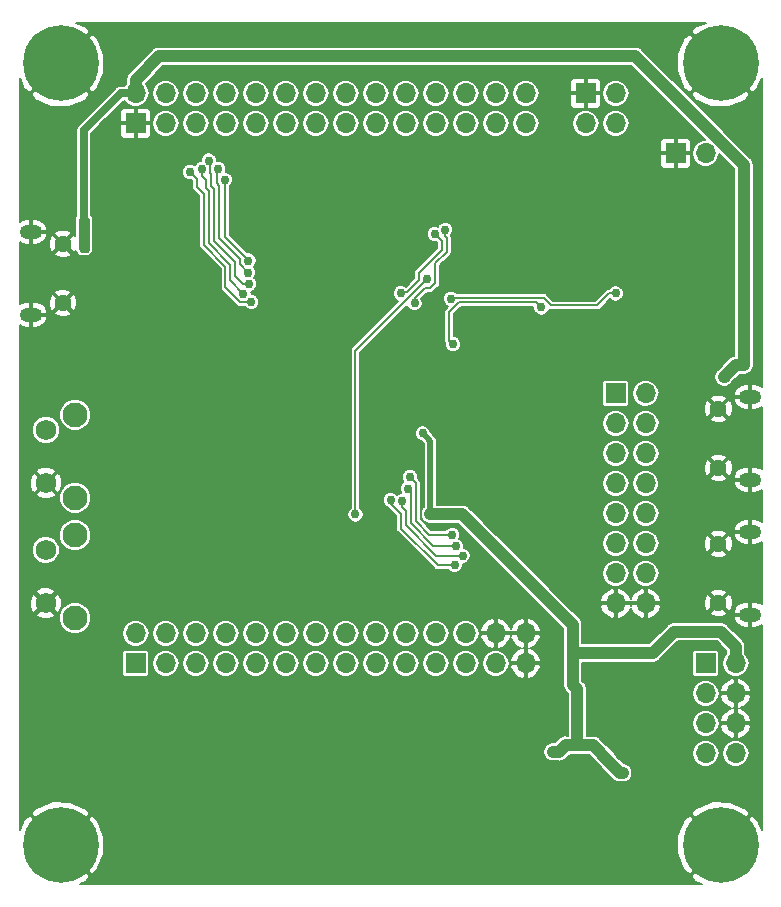
<source format=gbl>
G04 #@! TF.GenerationSoftware,KiCad,Pcbnew,5.0.1-33cea8e~68~ubuntu18.04.1*
G04 #@! TF.CreationDate,2018-11-18T16:32:13-03:00*
G04 #@! TF.ProjectId,proto-h750,70726F746F2D683735302E6B69636164,rev?*
G04 #@! TF.SameCoordinates,Original*
G04 #@! TF.FileFunction,Copper,L2,Bot,Signal*
G04 #@! TF.FilePolarity,Positive*
%FSLAX46Y46*%
G04 Gerber Fmt 4.6, Leading zero omitted, Abs format (unit mm)*
G04 Created by KiCad (PCBNEW 5.0.1-33cea8e~68~ubuntu18.04.1) date dom 18 nov 2018 16:32:13 -03*
%MOMM*%
%LPD*%
G01*
G04 APERTURE LIST*
G04 #@! TA.AperFunction,ComponentPad*
%ADD10R,1.700000X1.700000*%
G04 #@! TD*
G04 #@! TA.AperFunction,ComponentPad*
%ADD11O,1.700000X1.700000*%
G04 #@! TD*
G04 #@! TA.AperFunction,ComponentPad*
%ADD12C,2.100000*%
G04 #@! TD*
G04 #@! TA.AperFunction,ComponentPad*
%ADD13C,1.750000*%
G04 #@! TD*
G04 #@! TA.AperFunction,ComponentPad*
%ADD14C,0.800000*%
G04 #@! TD*
G04 #@! TA.AperFunction,ComponentPad*
%ADD15C,6.400000*%
G04 #@! TD*
G04 #@! TA.AperFunction,ComponentPad*
%ADD16O,1.900000X1.200000*%
G04 #@! TD*
G04 #@! TA.AperFunction,ComponentPad*
%ADD17C,1.450000*%
G04 #@! TD*
G04 #@! TA.AperFunction,ViaPad*
%ADD18C,0.762000*%
G04 #@! TD*
G04 #@! TA.AperFunction,Conductor*
%ADD19C,0.203200*%
G04 #@! TD*
G04 #@! TA.AperFunction,Conductor*
%ADD20C,1.016000*%
G04 #@! TD*
G04 #@! TA.AperFunction,Conductor*
%ADD21C,0.508000*%
G04 #@! TD*
G04 #@! TA.AperFunction,Conductor*
%ADD22C,0.660400*%
G04 #@! TD*
G04 #@! TA.AperFunction,Conductor*
%ADD23C,0.254000*%
G04 #@! TD*
G04 APERTURE END LIST*
D10*
G04 #@! TO.P,SW3,1*
G04 #@! TO.N,GND*
X154940000Y-53340000D03*
D11*
G04 #@! TO.P,SW3,2*
G04 #@! TO.N,/BOOT*
X157480000Y-53340000D03*
G04 #@! TD*
D10*
G04 #@! TO.P,J9,1*
G04 #@! TO.N,/ETH_TX+*
X157480000Y-96520000D03*
D11*
G04 #@! TO.P,J9,2*
G04 #@! TO.N,VCC*
X160020000Y-96520000D03*
G04 #@! TO.P,J9,3*
G04 #@! TO.N,/ETH_TX-*
X157480000Y-99060000D03*
G04 #@! TO.P,J9,4*
G04 #@! TO.N,GND*
X160020000Y-99060000D03*
G04 #@! TO.P,J9,5*
G04 #@! TO.N,/ETH_RX+*
X157480000Y-101600000D03*
G04 #@! TO.P,J9,6*
G04 #@! TO.N,GND*
X160020000Y-101600000D03*
G04 #@! TO.P,J9,7*
G04 #@! TO.N,/ETH_RX-*
X157480000Y-104140000D03*
G04 #@! TO.P,J9,8*
G04 #@! TO.N,/ETH_LED*
X160020000Y-104140000D03*
G04 #@! TD*
D12*
G04 #@! TO.P,SW1,*
G04 #@! TO.N,*
X104112860Y-82494440D03*
D13*
G04 #@! TO.P,SW1,1*
G04 #@! TO.N,GND*
X101622860Y-81244440D03*
G04 #@! TO.P,SW1,2*
G04 #@! TO.N,/PC13*
X101622860Y-76744440D03*
D12*
G04 #@! TO.P,SW1,*
G04 #@! TO.N,*
X104112860Y-75484440D03*
G04 #@! TD*
D11*
G04 #@! TO.P,J4,28*
G04 #@! TO.N,GND*
X142240000Y-93980000D03*
G04 #@! TO.P,J4,27*
X142240000Y-96520000D03*
G04 #@! TO.P,J4,26*
X139700000Y-93980000D03*
G04 #@! TO.P,J4,25*
G04 #@! TO.N,/PB13*
X139700000Y-96520000D03*
G04 #@! TO.P,J4,24*
G04 #@! TO.N,/PB12*
X137160000Y-93980000D03*
G04 #@! TO.P,J4,23*
G04 #@! TO.N,/PB11*
X137160000Y-96520000D03*
G04 #@! TO.P,J4,22*
G04 #@! TO.N,/PB10*
X134620000Y-93980000D03*
G04 #@! TO.P,J4,21*
G04 #@! TO.N,/PE15*
X134620000Y-96520000D03*
G04 #@! TO.P,J4,20*
G04 #@! TO.N,/PE14*
X132080000Y-93980000D03*
G04 #@! TO.P,J4,19*
G04 #@! TO.N,/PE13*
X132080000Y-96520000D03*
G04 #@! TO.P,J4,18*
G04 #@! TO.N,/PE12*
X129540000Y-93980000D03*
G04 #@! TO.P,J4,17*
G04 #@! TO.N,/PE11*
X129540000Y-96520000D03*
G04 #@! TO.P,J4,16*
G04 #@! TO.N,/PB1*
X127000000Y-93980000D03*
G04 #@! TO.P,J4,15*
G04 #@! TO.N,/PB0*
X127000000Y-96520000D03*
G04 #@! TO.P,J4,14*
G04 #@! TO.N,/PC5*
X124460000Y-93980000D03*
G04 #@! TO.P,J4,13*
G04 #@! TO.N,/PC4*
X124460000Y-96520000D03*
G04 #@! TO.P,J4,12*
G04 #@! TO.N,/PA7*
X121920000Y-93980000D03*
G04 #@! TO.P,J4,11*
G04 #@! TO.N,/PA6*
X121920000Y-96520000D03*
G04 #@! TO.P,J4,10*
G04 #@! TO.N,/PA5*
X119380000Y-93980000D03*
G04 #@! TO.P,J4,9*
G04 #@! TO.N,/PA4*
X119380000Y-96520000D03*
G04 #@! TO.P,J4,8*
G04 #@! TO.N,/PA3*
X116840000Y-93980000D03*
G04 #@! TO.P,J4,7*
G04 #@! TO.N,/ENET_MDIO*
X116840000Y-96520000D03*
G04 #@! TO.P,J4,6*
G04 #@! TO.N,/PA1*
X114300000Y-93980000D03*
G04 #@! TO.P,J4,5*
G04 #@! TO.N,/PA0*
X114300000Y-96520000D03*
G04 #@! TO.P,J4,4*
G04 #@! TO.N,/PC3*
X111760000Y-93980000D03*
G04 #@! TO.P,J4,3*
G04 #@! TO.N,/PC2*
X111760000Y-96520000D03*
G04 #@! TO.P,J4,2*
G04 #@! TO.N,/ENET_MDC*
X109220000Y-93980000D03*
D10*
G04 #@! TO.P,J4,1*
G04 #@! TO.N,/PC0*
X109220000Y-96520000D03*
G04 #@! TD*
D14*
G04 #@! TO.P,H4,1*
G04 #@! TO.N,GND*
X160447056Y-110202944D03*
X158750000Y-109500000D03*
X157052944Y-110202944D03*
X156350000Y-111900000D03*
X157052944Y-113597056D03*
X158750000Y-114300000D03*
X160447056Y-113597056D03*
X161150000Y-111900000D03*
D15*
X158750000Y-111900000D03*
G04 #@! TD*
D14*
G04 #@! TO.P,H3,1*
G04 #@! TO.N,GND*
X104567056Y-110202944D03*
X102870000Y-109500000D03*
X101172944Y-110202944D03*
X100470000Y-111900000D03*
X101172944Y-113597056D03*
X102870000Y-114300000D03*
X104567056Y-113597056D03*
X105270000Y-111900000D03*
D15*
X102870000Y-111900000D03*
G04 #@! TD*
D14*
G04 #@! TO.P,H2,1*
G04 #@! TO.N,GND*
X104567056Y-44022944D03*
X102870000Y-43320000D03*
X101172944Y-44022944D03*
X100470000Y-45720000D03*
X101172944Y-47417056D03*
X102870000Y-48120000D03*
X104567056Y-47417056D03*
X105270000Y-45720000D03*
D15*
X102870000Y-45720000D03*
G04 #@! TD*
D16*
G04 #@! TO.P,J2,6*
G04 #@! TO.N,GND*
X161257500Y-85400000D03*
X161257500Y-92400000D03*
D17*
X158557500Y-86400000D03*
X158557500Y-91400000D03*
G04 #@! TD*
D16*
G04 #@! TO.P,J3,6*
G04 #@! TO.N,GND*
X161257500Y-73970000D03*
X161257500Y-80970000D03*
D17*
X158557500Y-74970000D03*
X158557500Y-79970000D03*
G04 #@! TD*
D16*
G04 #@! TO.P,J8,6*
G04 #@! TO.N,GND*
X100362500Y-67000000D03*
X100362500Y-60000000D03*
D17*
X103062500Y-66000000D03*
X103062500Y-61000000D03*
G04 #@! TD*
D12*
G04 #@! TO.P,SW2,*
G04 #@! TO.N,*
X104090000Y-92690000D03*
D13*
G04 #@! TO.P,SW2,1*
G04 #@! TO.N,GND*
X101600000Y-91440000D03*
G04 #@! TO.P,SW2,2*
G04 #@! TO.N,/nRESET*
X101600000Y-86940000D03*
D12*
G04 #@! TO.P,SW2,*
G04 #@! TO.N,*
X104090000Y-85680000D03*
G04 #@! TD*
D14*
G04 #@! TO.P,H1,1*
G04 #@! TO.N,GND*
X160447056Y-44022944D03*
X158750000Y-43320000D03*
X157052944Y-44022944D03*
X156350000Y-45720000D03*
X157052944Y-47417056D03*
X158750000Y-48120000D03*
X160447056Y-47417056D03*
X161150000Y-45720000D03*
D15*
X158750000Y-45720000D03*
G04 #@! TD*
D11*
G04 #@! TO.P,J7,4*
G04 #@! TO.N,/SWDIO*
X149860000Y-50800000D03*
G04 #@! TO.P,J7,3*
G04 #@! TO.N,/SWCLK*
X147320000Y-50800000D03*
G04 #@! TO.P,J7,2*
G04 #@! TO.N,/nRESET*
X149860000Y-48260000D03*
D10*
G04 #@! TO.P,J7,1*
G04 #@! TO.N,GND*
X147320000Y-48260000D03*
G04 #@! TD*
D11*
G04 #@! TO.P,J5,28*
G04 #@! TO.N,/PA15*
X142240000Y-48260000D03*
G04 #@! TO.P,J5,27*
G04 #@! TO.N,/PC10*
X142240000Y-50800000D03*
G04 #@! TO.P,J5,26*
G04 #@! TO.N,/PD0*
X139700000Y-48260000D03*
G04 #@! TO.P,J5,25*
G04 #@! TO.N,/PD1*
X139700000Y-50800000D03*
G04 #@! TO.P,J5,24*
G04 #@! TO.N,/PD3*
X137160000Y-48260000D03*
G04 #@! TO.P,J5,23*
G04 #@! TO.N,/PD4*
X137160000Y-50800000D03*
G04 #@! TO.P,J5,22*
G04 #@! TO.N,/PD5*
X134620000Y-48260000D03*
G04 #@! TO.P,J5,21*
G04 #@! TO.N,/PD6*
X134620000Y-50800000D03*
G04 #@! TO.P,J5,20*
G04 #@! TO.N,/PD7*
X132080000Y-48260000D03*
G04 #@! TO.P,J5,19*
G04 #@! TO.N,/PB3*
X132080000Y-50800000D03*
G04 #@! TO.P,J5,18*
G04 #@! TO.N,/PB4*
X129540000Y-48260000D03*
G04 #@! TO.P,J5,17*
G04 #@! TO.N,/PB5*
X129540000Y-50800000D03*
G04 #@! TO.P,J5,16*
G04 #@! TO.N,/PB6*
X127000000Y-48260000D03*
G04 #@! TO.P,J5,15*
G04 #@! TO.N,/PB7*
X127000000Y-50800000D03*
G04 #@! TO.P,J5,14*
G04 #@! TO.N,/PB8*
X124460000Y-48260000D03*
G04 #@! TO.P,J5,13*
G04 #@! TO.N,/PB9*
X124460000Y-50800000D03*
G04 #@! TO.P,J5,12*
G04 #@! TO.N,/PE0*
X121920000Y-48260000D03*
G04 #@! TO.P,J5,11*
G04 #@! TO.N,/PE1*
X121920000Y-50800000D03*
G04 #@! TO.P,J5,10*
G04 #@! TO.N,/PE2*
X119380000Y-48260000D03*
G04 #@! TO.P,J5,9*
G04 #@! TO.N,/PE3*
X119380000Y-50800000D03*
G04 #@! TO.P,J5,8*
G04 #@! TO.N,/PE4*
X116840000Y-48260000D03*
G04 #@! TO.P,J5,7*
G04 #@! TO.N,/PE5*
X116840000Y-50800000D03*
G04 #@! TO.P,J5,6*
G04 #@! TO.N,/PE6*
X114300000Y-48260000D03*
G04 #@! TO.P,J5,5*
G04 #@! TO.N,VCC*
X114300000Y-50800000D03*
G04 #@! TO.P,J5,4*
G04 #@! TO.N,/nRESET*
X111760000Y-48260000D03*
G04 #@! TO.P,J5,3*
G04 #@! TO.N,VCC*
X111760000Y-50800000D03*
G04 #@! TO.P,J5,2*
G04 #@! TO.N,+5V*
X109220000Y-48260000D03*
D10*
G04 #@! TO.P,J5,1*
G04 #@! TO.N,GND*
X109220000Y-50800000D03*
G04 #@! TD*
D11*
G04 #@! TO.P,J6,16*
G04 #@! TO.N,GND*
X152400000Y-91440000D03*
G04 #@! TO.P,J6,15*
X149860000Y-91440000D03*
G04 #@! TO.P,J6,14*
G04 #@! TO.N,/PD9*
X152400000Y-88900000D03*
G04 #@! TO.P,J6,13*
G04 #@! TO.N,/PD8*
X149860000Y-88900000D03*
G04 #@! TO.P,J6,12*
G04 #@! TO.N,/PD11*
X152400000Y-86360000D03*
G04 #@! TO.P,J6,11*
G04 #@! TO.N,/PD10*
X149860000Y-86360000D03*
G04 #@! TO.P,J6,10*
G04 #@! TO.N,/PD13*
X152400000Y-83820000D03*
G04 #@! TO.P,J6,9*
G04 #@! TO.N,/PD12*
X149860000Y-83820000D03*
G04 #@! TO.P,J6,8*
G04 #@! TO.N,/PD15*
X152400000Y-81280000D03*
G04 #@! TO.P,J6,7*
G04 #@! TO.N,/PD14*
X149860000Y-81280000D03*
G04 #@! TO.P,J6,6*
G04 #@! TO.N,/PC7*
X152400000Y-78740000D03*
G04 #@! TO.P,J6,5*
G04 #@! TO.N,/PC6*
X149860000Y-78740000D03*
G04 #@! TO.P,J6,4*
G04 #@! TO.N,/PA8*
X152400000Y-76200000D03*
G04 #@! TO.P,J6,3*
G04 #@! TO.N,/PC9*
X149860000Y-76200000D03*
G04 #@! TO.P,J6,2*
G04 #@! TO.N,/PA10*
X152400000Y-73660000D03*
D10*
G04 #@! TO.P,J6,1*
G04 #@! TO.N,/PA9*
X149860000Y-73660000D03*
G04 #@! TD*
D18*
G04 #@! TO.N,/nCS*
X133898638Y-63990220D03*
X127830814Y-83912673D03*
G04 #@! TO.N,GND*
X138102580Y-82092800D03*
X117744240Y-77642720D03*
X115511580Y-69629020D03*
X122730260Y-78412340D03*
X122920760Y-73116440D03*
X138915140Y-64866510D03*
X135098241Y-79976980D03*
X120312180Y-79143862D03*
X138066780Y-79540100D03*
X121983500Y-58696620D03*
X105854500Y-56357280D03*
X108046280Y-56357280D03*
X134155180Y-88813640D03*
X120858280Y-57655460D03*
X124566451Y-60299517D03*
X126166880Y-90007440D03*
X119710311Y-69138911D03*
X106461560Y-74584560D03*
X105227120Y-73350120D03*
X105227120Y-72047100D03*
X115151140Y-65140840D03*
X100998020Y-72933560D03*
X147286680Y-68554580D03*
X147383500Y-65501400D03*
X144985320Y-65404580D03*
X142021800Y-64175640D03*
X142021800Y-66687940D03*
X143888456Y-68554580D03*
X103680260Y-56357520D03*
X153611820Y-109131100D03*
X149519640Y-111099600D03*
X141597140Y-104134920D03*
X147462240Y-104762300D03*
X150985226Y-98666294D03*
X151843740Y-98689160D03*
X151803100Y-94513400D03*
X151843740Y-96883220D03*
X144868900Y-96883220D03*
X144828260Y-95140780D03*
X144828260Y-95140780D03*
X147528384Y-94511770D03*
X147713700Y-96883220D03*
X153642300Y-107104180D03*
X147760842Y-108384921D03*
G04 #@! TO.N,VCC*
X133517627Y-77048360D03*
X135442960Y-59801760D03*
X132837983Y-66020743D03*
X144538700Y-104012300D03*
X146598640Y-98696540D03*
X150456900Y-105770680D03*
X134167977Y-83887160D03*
G04 #@! TO.N,/SD_D0*
X136088702Y-69509472D03*
X143565880Y-66382900D03*
G04 #@! TO.N,/SWDIO*
X135917084Y-65645014D03*
X149877780Y-65199260D03*
G04 #@! TO.N,/BOOT*
X131654756Y-65177464D03*
X134541260Y-60172600D03*
G04 #@! TO.N,/PE2*
X116771420Y-55577740D03*
X118775480Y-62412880D03*
G04 #@! TO.N,/PE3*
X118745807Y-63430896D03*
X116218934Y-54640560D03*
G04 #@! TO.N,/PE4*
X118840091Y-64391492D03*
X115419598Y-53946783D03*
G04 #@! TO.N,/PE5*
X118347923Y-65221795D03*
X114798026Y-54685214D03*
G04 #@! TO.N,/PE6*
X119002161Y-65931448D03*
X113827560Y-54924960D03*
G04 #@! TO.N,/PE12*
X136227820Y-88214200D03*
X130828069Y-82684148D03*
G04 #@! TO.N,/PE13*
X136906000Y-87406480D03*
X131790430Y-82758280D03*
G04 #@! TO.N,/PE14*
X136310712Y-86573328D03*
X132247630Y-81714346D03*
G04 #@! TO.N,/PE15*
X132449191Y-80749301D03*
X136017000Y-85653890D03*
G04 #@! TO.N,+5V*
X104833420Y-61238581D03*
X104833420Y-59166760D03*
X104833420Y-60164980D03*
X160723580Y-71282560D03*
X159082742Y-72283320D03*
X159710120Y-71594980D03*
G04 #@! TD*
D19*
G04 #@! TO.N,/nCS*
X133898638Y-63990220D02*
X127830814Y-70058044D01*
X127830814Y-70058044D02*
X127830814Y-83373858D01*
X127830814Y-83373858D02*
X127830814Y-83912673D01*
G04 #@! TO.N,GND*
X151843740Y-98689160D02*
X151843740Y-96883220D01*
G04 #@! TO.N,VCC*
X135569970Y-60467585D02*
X135569969Y-61671901D01*
X135442960Y-59801760D02*
X135442960Y-60340575D01*
X135442960Y-60340575D02*
X135569970Y-60467585D01*
X134584439Y-64319405D02*
X134177024Y-64726820D01*
X135569969Y-61671901D02*
X134584439Y-62657431D01*
X134584439Y-62657431D02*
X134584439Y-64319405D01*
X134177024Y-64726820D02*
X133736788Y-64726820D01*
X133736788Y-64726820D02*
X132837983Y-65625625D01*
X132837983Y-65625625D02*
X132837983Y-66020743D01*
D20*
X145077515Y-104012300D02*
X145648315Y-103441500D01*
X144538700Y-104012300D02*
X145077515Y-104012300D01*
X146598640Y-99235355D02*
X146598640Y-103441500D01*
X146598640Y-98696540D02*
X146598640Y-99235355D01*
X145648315Y-103441500D02*
X146598640Y-103441500D01*
X149324060Y-104879140D02*
X150215600Y-105770680D01*
X149324060Y-104848660D02*
X149324060Y-104879140D01*
X146598640Y-103441500D02*
X147916900Y-103441500D01*
X147916900Y-103441500D02*
X149324060Y-104848660D01*
X150215600Y-105770680D02*
X150456900Y-105770680D01*
X146715480Y-95646240D02*
X146674840Y-95605600D01*
X153014680Y-95646240D02*
X146715480Y-95646240D01*
X154823160Y-93837760D02*
X153014680Y-95646240D01*
X158750000Y-93837760D02*
X154823160Y-93837760D01*
X160020000Y-96520000D02*
X160020000Y-95107760D01*
X160020000Y-95107760D02*
X158750000Y-93837760D01*
D21*
X134167977Y-77698710D02*
X134167977Y-83348345D01*
X134167977Y-83348345D02*
X134167977Y-83887160D01*
X133517627Y-77048360D02*
X134167977Y-77698710D01*
D20*
X146217641Y-93256101D02*
X136848700Y-83887160D01*
X136848700Y-83887160D02*
X134706792Y-83887160D01*
X146598640Y-98696540D02*
X146217641Y-98315541D01*
X134706792Y-83887160D02*
X134167977Y-83887160D01*
X146217641Y-98315541D02*
X146217641Y-93256101D01*
D19*
G04 #@! TO.N,/SD_D0*
X136618354Y-65958730D02*
X143141710Y-65958730D01*
X143141710Y-65958730D02*
X143565880Y-66382900D01*
X135775700Y-66801384D02*
X136618354Y-65958730D01*
X136088702Y-69509472D02*
X135775700Y-69196470D01*
X135775700Y-69196470D02*
X135775700Y-66801384D01*
G04 #@! TO.N,/SWDIO*
X135917084Y-65645014D02*
X136009778Y-65552320D01*
X143761451Y-65552311D02*
X144424400Y-66215260D01*
X136009787Y-65552311D02*
X143761451Y-65552311D01*
X149338965Y-65199260D02*
X149877780Y-65199260D01*
X148322965Y-66215260D02*
X149338965Y-65199260D01*
X144424400Y-66215260D02*
X148322965Y-66215260D01*
X135917084Y-65645014D02*
X136009787Y-65552311D01*
G04 #@! TO.N,/BOOT*
X131654756Y-65177464D02*
X131777740Y-65054480D01*
X131777740Y-65054480D02*
X132212080Y-65054480D01*
X133184900Y-64081660D02*
X133184900Y-63482220D01*
X132212080Y-65054480D02*
X133184900Y-64081660D01*
X135163560Y-61503560D02*
X135163560Y-60794900D01*
X135163560Y-60794900D02*
X134541260Y-60172600D01*
X133184900Y-63482220D02*
X135163560Y-61503560D01*
G04 #@! TO.N,/PE2*
X116771420Y-55577740D02*
X116771420Y-60408820D01*
X118394481Y-62031881D02*
X118775480Y-62412880D01*
X116771420Y-60408820D02*
X118394481Y-62031881D01*
G04 #@! TO.N,/PE3*
X116085620Y-55882540D02*
X116085620Y-54773874D01*
X118033833Y-62257973D02*
X116306600Y-60530740D01*
X118033833Y-62718922D02*
X118033833Y-62257973D01*
X116085620Y-54773874D02*
X116218934Y-54640560D01*
X118745807Y-63430896D02*
X118033833Y-62718922D01*
X116306600Y-60530740D02*
X116306600Y-56103520D01*
X116306600Y-56103520D02*
X116085620Y-55882540D01*
G04 #@! TO.N,/PE4*
X115846860Y-56375300D02*
X115568457Y-56096897D01*
X115846860Y-60736480D02*
X115846860Y-56375300D01*
X117627422Y-62517042D02*
X115846860Y-60736480D01*
X115568457Y-56096897D02*
X115568457Y-55005069D01*
X115533133Y-54969745D02*
X115533133Y-54060318D01*
X115568457Y-55005069D02*
X115533133Y-54969745D01*
X118840091Y-64391492D02*
X118301276Y-64391492D01*
X117627422Y-63717638D02*
X117627422Y-62517042D01*
X115533133Y-54060318D02*
X115419598Y-53946783D01*
X118301276Y-64391492D02*
X117627422Y-63717638D01*
G04 #@! TO.N,/PE5*
X117221011Y-64094883D02*
X117221011Y-62750710D01*
X115430300Y-60960000D02*
X115430300Y-56533490D01*
X115162046Y-56265236D02*
X115162046Y-55588049D01*
X117221011Y-62750710D02*
X115430300Y-60960000D01*
X115162046Y-55588049D02*
X114798026Y-55224029D01*
X114798026Y-55224029D02*
X114798026Y-54685214D01*
X118347923Y-65221795D02*
X117221011Y-64094883D01*
X115430300Y-56533490D02*
X115162046Y-56265236D01*
G04 #@! TO.N,/PE6*
X116814600Y-64687721D02*
X118058327Y-65931448D01*
X116814600Y-62919050D02*
X116814600Y-64687721D01*
X114411900Y-56200180D02*
X115008660Y-56796940D01*
X115008660Y-56796940D02*
X115008660Y-61113110D01*
X118058327Y-65931448D02*
X119002161Y-65931448D01*
X115008660Y-61113110D02*
X116814600Y-62919050D01*
X114112040Y-54991000D02*
X113893600Y-54991000D01*
X113893600Y-54991000D02*
X113827560Y-54924960D01*
X114411900Y-55509300D02*
X113827560Y-54924960D01*
X114411900Y-55859680D02*
X114411900Y-55509300D01*
X114411900Y-55859680D02*
X114411900Y-56200180D01*
G04 #@! TO.N,/PE12*
X131688840Y-83875880D02*
X130828069Y-83015109D01*
X131688840Y-85115400D02*
X131688840Y-83875880D01*
X136227820Y-88214200D02*
X134787640Y-88214200D01*
X130828069Y-83015109D02*
X130828069Y-82684148D01*
X134787640Y-88214200D02*
X131688840Y-85115400D01*
G04 #@! TO.N,/PE13*
X131790430Y-83297095D02*
X131790430Y-82758280D01*
X132102860Y-83609525D02*
X131790430Y-83297095D01*
X132102860Y-84822182D02*
X132102860Y-83609525D01*
X136906000Y-87406480D02*
X134687158Y-87406480D01*
X134687158Y-87406480D02*
X132102860Y-84822182D01*
G04 #@! TO.N,/PE14*
X134428757Y-86573328D02*
X132509271Y-84653842D01*
X132509271Y-81975987D02*
X132247630Y-81714346D01*
X136310712Y-86573328D02*
X134428757Y-86573328D01*
X132509271Y-84653842D02*
X132509271Y-81975987D01*
G04 #@! TO.N,/PE15*
X135478185Y-85653890D02*
X136017000Y-85653890D01*
X134084069Y-85653890D02*
X135478185Y-85653890D01*
X132933440Y-84503261D02*
X134084069Y-85653890D01*
X132933440Y-81233550D02*
X132933440Y-84503261D01*
X132449191Y-80749301D02*
X132933440Y-81233550D01*
D20*
G04 #@! TO.N,+5V*
X159021780Y-72283320D02*
X159082742Y-72283320D01*
X160723580Y-71282560D02*
X160022540Y-71282560D01*
X160022540Y-71282560D02*
X159021780Y-72283320D01*
D22*
X104833420Y-61238581D02*
X104833420Y-51394360D01*
X107967780Y-48260000D02*
X109220000Y-48260000D01*
X104833420Y-51394360D02*
X107967780Y-48260000D01*
D20*
X160723580Y-70743745D02*
X160723580Y-71282560D01*
X111218980Y-45120560D02*
X151488140Y-45120560D01*
X160723580Y-54356000D02*
X160723580Y-70743745D01*
X109220000Y-48260000D02*
X109220000Y-47119540D01*
X151488140Y-45120560D02*
X160723580Y-54356000D01*
X109220000Y-47119540D02*
X111218980Y-45120560D01*
G04 #@! TD*
D23*
G04 #@! TO.N,+5V*
G36*
X105067800Y-58800966D02*
X105206811Y-58939977D01*
X105206800Y-61489054D01*
X105103420Y-61592434D01*
X104649542Y-61592214D01*
X104506047Y-61448684D01*
X104505464Y-58874200D01*
X104578950Y-58800757D01*
X105067800Y-58800966D01*
X105067800Y-58800966D01*
G37*
X105067800Y-58800966D02*
X105206811Y-58939977D01*
X105206800Y-61489054D01*
X105103420Y-61592434D01*
X104649542Y-61592214D01*
X104506047Y-61448684D01*
X104505464Y-58874200D01*
X104578950Y-58800757D01*
X105067800Y-58800966D01*
D19*
G04 #@! TO.N,GND*
G36*
X156712901Y-42565900D02*
X156615556Y-42630945D01*
X156243937Y-43088214D01*
X158750000Y-45594276D01*
X158764142Y-45580134D01*
X158889866Y-45705858D01*
X158875724Y-45720000D01*
X161381786Y-48226063D01*
X161839055Y-47854444D01*
X162223381Y-46966036D01*
X162223381Y-73098658D01*
X162103926Y-73003829D01*
X161696400Y-72887400D01*
X161346400Y-72887400D01*
X161346400Y-73881100D01*
X161366400Y-73881100D01*
X161366400Y-74058900D01*
X161346400Y-74058900D01*
X161346400Y-75052600D01*
X161696400Y-75052600D01*
X162103926Y-74936171D01*
X162223381Y-74841342D01*
X162223380Y-80098658D01*
X162103926Y-80003829D01*
X161696400Y-79887400D01*
X161346400Y-79887400D01*
X161346400Y-80881100D01*
X161366400Y-80881100D01*
X161366400Y-81058900D01*
X161346400Y-81058900D01*
X161346400Y-82052600D01*
X161696400Y-82052600D01*
X162103926Y-81936171D01*
X162223380Y-81841342D01*
X162223380Y-84528658D01*
X162103926Y-84433829D01*
X161696400Y-84317400D01*
X161346400Y-84317400D01*
X161346400Y-85311100D01*
X161366400Y-85311100D01*
X161366400Y-85488900D01*
X161346400Y-85488900D01*
X161346400Y-86482600D01*
X161696400Y-86482600D01*
X162103926Y-86366171D01*
X162223380Y-86271342D01*
X162223380Y-91528658D01*
X162103926Y-91433829D01*
X161696400Y-91317400D01*
X161346400Y-91317400D01*
X161346400Y-92311100D01*
X161366400Y-92311100D01*
X161366400Y-92488900D01*
X161346400Y-92488900D01*
X161346400Y-93482600D01*
X161696400Y-93482600D01*
X162103926Y-93366171D01*
X162223380Y-93271342D01*
X162223380Y-110669035D01*
X161904100Y-109862901D01*
X161839055Y-109765556D01*
X161381786Y-109393937D01*
X158875724Y-111900000D01*
X158889866Y-111914142D01*
X158764142Y-112039866D01*
X158750000Y-112025724D01*
X156243937Y-114531786D01*
X156615556Y-114989055D01*
X157139238Y-115215600D01*
X104499336Y-115215600D01*
X104907099Y-115054100D01*
X105004444Y-114989055D01*
X105376063Y-114531786D01*
X102870000Y-112025724D01*
X102855858Y-112039866D01*
X102730134Y-111914142D01*
X102744276Y-111900000D01*
X102995724Y-111900000D01*
X105501786Y-114406063D01*
X105959055Y-114034444D01*
X106540732Y-112689839D01*
X106542522Y-112575013D01*
X155056428Y-112575013D01*
X155595900Y-113937099D01*
X155660945Y-114034444D01*
X156118214Y-114406063D01*
X158624276Y-111900000D01*
X156118214Y-109393937D01*
X155660945Y-109765556D01*
X155079268Y-111110161D01*
X155056428Y-112575013D01*
X106542522Y-112575013D01*
X106563572Y-111224987D01*
X106024100Y-109862901D01*
X105959055Y-109765556D01*
X105501786Y-109393937D01*
X102995724Y-111900000D01*
X102744276Y-111900000D01*
X100238214Y-109393937D01*
X99780945Y-109765556D01*
X99414400Y-110612862D01*
X99414400Y-109268214D01*
X100363937Y-109268214D01*
X102870000Y-111774276D01*
X105376063Y-109268214D01*
X156243937Y-109268214D01*
X158750000Y-111774276D01*
X161256063Y-109268214D01*
X160884444Y-108810945D01*
X159539839Y-108229268D01*
X158074987Y-108206428D01*
X156712901Y-108745900D01*
X156615556Y-108810945D01*
X156243937Y-109268214D01*
X105376063Y-109268214D01*
X105004444Y-108810945D01*
X103659839Y-108229268D01*
X102194987Y-108206428D01*
X100832901Y-108745900D01*
X100735556Y-108810945D01*
X100363937Y-109268214D01*
X99414400Y-109268214D01*
X99414400Y-95670000D01*
X108059229Y-95670000D01*
X108059229Y-97370000D01*
X108082885Y-97488927D01*
X108150252Y-97589748D01*
X108251073Y-97657115D01*
X108370000Y-97680771D01*
X110070000Y-97680771D01*
X110188927Y-97657115D01*
X110289748Y-97589748D01*
X110357115Y-97488927D01*
X110380771Y-97370000D01*
X110380771Y-96520000D01*
X110582577Y-96520000D01*
X110672203Y-96970580D01*
X110927436Y-97352564D01*
X111309420Y-97607797D01*
X111646267Y-97674800D01*
X111873733Y-97674800D01*
X112210580Y-97607797D01*
X112592564Y-97352564D01*
X112847797Y-96970580D01*
X112937423Y-96520000D01*
X113122577Y-96520000D01*
X113212203Y-96970580D01*
X113467436Y-97352564D01*
X113849420Y-97607797D01*
X114186267Y-97674800D01*
X114413733Y-97674800D01*
X114750580Y-97607797D01*
X115132564Y-97352564D01*
X115387797Y-96970580D01*
X115477423Y-96520000D01*
X115662577Y-96520000D01*
X115752203Y-96970580D01*
X116007436Y-97352564D01*
X116389420Y-97607797D01*
X116726267Y-97674800D01*
X116953733Y-97674800D01*
X117290580Y-97607797D01*
X117672564Y-97352564D01*
X117927797Y-96970580D01*
X118017423Y-96520000D01*
X118202577Y-96520000D01*
X118292203Y-96970580D01*
X118547436Y-97352564D01*
X118929420Y-97607797D01*
X119266267Y-97674800D01*
X119493733Y-97674800D01*
X119830580Y-97607797D01*
X120212564Y-97352564D01*
X120467797Y-96970580D01*
X120557423Y-96520000D01*
X120742577Y-96520000D01*
X120832203Y-96970580D01*
X121087436Y-97352564D01*
X121469420Y-97607797D01*
X121806267Y-97674800D01*
X122033733Y-97674800D01*
X122370580Y-97607797D01*
X122752564Y-97352564D01*
X123007797Y-96970580D01*
X123097423Y-96520000D01*
X123282577Y-96520000D01*
X123372203Y-96970580D01*
X123627436Y-97352564D01*
X124009420Y-97607797D01*
X124346267Y-97674800D01*
X124573733Y-97674800D01*
X124910580Y-97607797D01*
X125292564Y-97352564D01*
X125547797Y-96970580D01*
X125637423Y-96520000D01*
X125822577Y-96520000D01*
X125912203Y-96970580D01*
X126167436Y-97352564D01*
X126549420Y-97607797D01*
X126886267Y-97674800D01*
X127113733Y-97674800D01*
X127450580Y-97607797D01*
X127832564Y-97352564D01*
X128087797Y-96970580D01*
X128177423Y-96520000D01*
X128362577Y-96520000D01*
X128452203Y-96970580D01*
X128707436Y-97352564D01*
X129089420Y-97607797D01*
X129426267Y-97674800D01*
X129653733Y-97674800D01*
X129990580Y-97607797D01*
X130372564Y-97352564D01*
X130627797Y-96970580D01*
X130717423Y-96520000D01*
X130902577Y-96520000D01*
X130992203Y-96970580D01*
X131247436Y-97352564D01*
X131629420Y-97607797D01*
X131966267Y-97674800D01*
X132193733Y-97674800D01*
X132530580Y-97607797D01*
X132912564Y-97352564D01*
X133167797Y-96970580D01*
X133257423Y-96520000D01*
X133442577Y-96520000D01*
X133532203Y-96970580D01*
X133787436Y-97352564D01*
X134169420Y-97607797D01*
X134506267Y-97674800D01*
X134733733Y-97674800D01*
X135070580Y-97607797D01*
X135452564Y-97352564D01*
X135707797Y-96970580D01*
X135797423Y-96520000D01*
X135982577Y-96520000D01*
X136072203Y-96970580D01*
X136327436Y-97352564D01*
X136709420Y-97607797D01*
X137046267Y-97674800D01*
X137273733Y-97674800D01*
X137610580Y-97607797D01*
X137992564Y-97352564D01*
X138247797Y-96970580D01*
X138337423Y-96520000D01*
X138522577Y-96520000D01*
X138612203Y-96970580D01*
X138867436Y-97352564D01*
X139249420Y-97607797D01*
X139586267Y-97674800D01*
X139813733Y-97674800D01*
X140150580Y-97607797D01*
X140532564Y-97352564D01*
X140787797Y-96970580D01*
X140818583Y-96815807D01*
X140940638Y-96815807D01*
X141152746Y-97290534D01*
X141530379Y-97647955D01*
X141944194Y-97819354D01*
X142151100Y-97728685D01*
X142151100Y-96608900D01*
X142328900Y-96608900D01*
X142328900Y-97728685D01*
X142535806Y-97819354D01*
X142949621Y-97647955D01*
X143327254Y-97290534D01*
X143539362Y-96815807D01*
X143448989Y-96608900D01*
X142328900Y-96608900D01*
X142151100Y-96608900D01*
X141031011Y-96608900D01*
X140940638Y-96815807D01*
X140818583Y-96815807D01*
X140877423Y-96520000D01*
X140787797Y-96069420D01*
X140532564Y-95687436D01*
X140150580Y-95432203D01*
X139813733Y-95365200D01*
X139586267Y-95365200D01*
X139249420Y-95432203D01*
X138867436Y-95687436D01*
X138612203Y-96069420D01*
X138522577Y-96520000D01*
X138337423Y-96520000D01*
X138247797Y-96069420D01*
X137992564Y-95687436D01*
X137610580Y-95432203D01*
X137273733Y-95365200D01*
X137046267Y-95365200D01*
X136709420Y-95432203D01*
X136327436Y-95687436D01*
X136072203Y-96069420D01*
X135982577Y-96520000D01*
X135797423Y-96520000D01*
X135707797Y-96069420D01*
X135452564Y-95687436D01*
X135070580Y-95432203D01*
X134733733Y-95365200D01*
X134506267Y-95365200D01*
X134169420Y-95432203D01*
X133787436Y-95687436D01*
X133532203Y-96069420D01*
X133442577Y-96520000D01*
X133257423Y-96520000D01*
X133167797Y-96069420D01*
X132912564Y-95687436D01*
X132530580Y-95432203D01*
X132193733Y-95365200D01*
X131966267Y-95365200D01*
X131629420Y-95432203D01*
X131247436Y-95687436D01*
X130992203Y-96069420D01*
X130902577Y-96520000D01*
X130717423Y-96520000D01*
X130627797Y-96069420D01*
X130372564Y-95687436D01*
X129990580Y-95432203D01*
X129653733Y-95365200D01*
X129426267Y-95365200D01*
X129089420Y-95432203D01*
X128707436Y-95687436D01*
X128452203Y-96069420D01*
X128362577Y-96520000D01*
X128177423Y-96520000D01*
X128087797Y-96069420D01*
X127832564Y-95687436D01*
X127450580Y-95432203D01*
X127113733Y-95365200D01*
X126886267Y-95365200D01*
X126549420Y-95432203D01*
X126167436Y-95687436D01*
X125912203Y-96069420D01*
X125822577Y-96520000D01*
X125637423Y-96520000D01*
X125547797Y-96069420D01*
X125292564Y-95687436D01*
X124910580Y-95432203D01*
X124573733Y-95365200D01*
X124346267Y-95365200D01*
X124009420Y-95432203D01*
X123627436Y-95687436D01*
X123372203Y-96069420D01*
X123282577Y-96520000D01*
X123097423Y-96520000D01*
X123007797Y-96069420D01*
X122752564Y-95687436D01*
X122370580Y-95432203D01*
X122033733Y-95365200D01*
X121806267Y-95365200D01*
X121469420Y-95432203D01*
X121087436Y-95687436D01*
X120832203Y-96069420D01*
X120742577Y-96520000D01*
X120557423Y-96520000D01*
X120467797Y-96069420D01*
X120212564Y-95687436D01*
X119830580Y-95432203D01*
X119493733Y-95365200D01*
X119266267Y-95365200D01*
X118929420Y-95432203D01*
X118547436Y-95687436D01*
X118292203Y-96069420D01*
X118202577Y-96520000D01*
X118017423Y-96520000D01*
X117927797Y-96069420D01*
X117672564Y-95687436D01*
X117290580Y-95432203D01*
X116953733Y-95365200D01*
X116726267Y-95365200D01*
X116389420Y-95432203D01*
X116007436Y-95687436D01*
X115752203Y-96069420D01*
X115662577Y-96520000D01*
X115477423Y-96520000D01*
X115387797Y-96069420D01*
X115132564Y-95687436D01*
X114750580Y-95432203D01*
X114413733Y-95365200D01*
X114186267Y-95365200D01*
X113849420Y-95432203D01*
X113467436Y-95687436D01*
X113212203Y-96069420D01*
X113122577Y-96520000D01*
X112937423Y-96520000D01*
X112847797Y-96069420D01*
X112592564Y-95687436D01*
X112210580Y-95432203D01*
X111873733Y-95365200D01*
X111646267Y-95365200D01*
X111309420Y-95432203D01*
X110927436Y-95687436D01*
X110672203Y-96069420D01*
X110582577Y-96520000D01*
X110380771Y-96520000D01*
X110380771Y-95670000D01*
X110357115Y-95551073D01*
X110289748Y-95450252D01*
X110188927Y-95382885D01*
X110070000Y-95359229D01*
X108370000Y-95359229D01*
X108251073Y-95382885D01*
X108150252Y-95450252D01*
X108082885Y-95551073D01*
X108059229Y-95670000D01*
X99414400Y-95670000D01*
X99414400Y-92394110D01*
X100771613Y-92394110D01*
X100859992Y-92609781D01*
X101363978Y-92803926D01*
X101903895Y-92790425D01*
X102340008Y-92609781D01*
X102417567Y-92420514D01*
X102735200Y-92420514D01*
X102735200Y-92959486D01*
X102941456Y-93457432D01*
X103322568Y-93838544D01*
X103820514Y-94044800D01*
X104359486Y-94044800D01*
X104515927Y-93980000D01*
X108042577Y-93980000D01*
X108132203Y-94430580D01*
X108387436Y-94812564D01*
X108769420Y-95067797D01*
X109106267Y-95134800D01*
X109333733Y-95134800D01*
X109670580Y-95067797D01*
X110052564Y-94812564D01*
X110307797Y-94430580D01*
X110397423Y-93980000D01*
X110582577Y-93980000D01*
X110672203Y-94430580D01*
X110927436Y-94812564D01*
X111309420Y-95067797D01*
X111646267Y-95134800D01*
X111873733Y-95134800D01*
X112210580Y-95067797D01*
X112592564Y-94812564D01*
X112847797Y-94430580D01*
X112937423Y-93980000D01*
X113122577Y-93980000D01*
X113212203Y-94430580D01*
X113467436Y-94812564D01*
X113849420Y-95067797D01*
X114186267Y-95134800D01*
X114413733Y-95134800D01*
X114750580Y-95067797D01*
X115132564Y-94812564D01*
X115387797Y-94430580D01*
X115477423Y-93980000D01*
X115662577Y-93980000D01*
X115752203Y-94430580D01*
X116007436Y-94812564D01*
X116389420Y-95067797D01*
X116726267Y-95134800D01*
X116953733Y-95134800D01*
X117290580Y-95067797D01*
X117672564Y-94812564D01*
X117927797Y-94430580D01*
X118017423Y-93980000D01*
X118202577Y-93980000D01*
X118292203Y-94430580D01*
X118547436Y-94812564D01*
X118929420Y-95067797D01*
X119266267Y-95134800D01*
X119493733Y-95134800D01*
X119830580Y-95067797D01*
X120212564Y-94812564D01*
X120467797Y-94430580D01*
X120557423Y-93980000D01*
X120742577Y-93980000D01*
X120832203Y-94430580D01*
X121087436Y-94812564D01*
X121469420Y-95067797D01*
X121806267Y-95134800D01*
X122033733Y-95134800D01*
X122370580Y-95067797D01*
X122752564Y-94812564D01*
X123007797Y-94430580D01*
X123097423Y-93980000D01*
X123282577Y-93980000D01*
X123372203Y-94430580D01*
X123627436Y-94812564D01*
X124009420Y-95067797D01*
X124346267Y-95134800D01*
X124573733Y-95134800D01*
X124910580Y-95067797D01*
X125292564Y-94812564D01*
X125547797Y-94430580D01*
X125637423Y-93980000D01*
X125822577Y-93980000D01*
X125912203Y-94430580D01*
X126167436Y-94812564D01*
X126549420Y-95067797D01*
X126886267Y-95134800D01*
X127113733Y-95134800D01*
X127450580Y-95067797D01*
X127832564Y-94812564D01*
X128087797Y-94430580D01*
X128177423Y-93980000D01*
X128362577Y-93980000D01*
X128452203Y-94430580D01*
X128707436Y-94812564D01*
X129089420Y-95067797D01*
X129426267Y-95134800D01*
X129653733Y-95134800D01*
X129990580Y-95067797D01*
X130372564Y-94812564D01*
X130627797Y-94430580D01*
X130717423Y-93980000D01*
X130902577Y-93980000D01*
X130992203Y-94430580D01*
X131247436Y-94812564D01*
X131629420Y-95067797D01*
X131966267Y-95134800D01*
X132193733Y-95134800D01*
X132530580Y-95067797D01*
X132912564Y-94812564D01*
X133167797Y-94430580D01*
X133257423Y-93980000D01*
X133442577Y-93980000D01*
X133532203Y-94430580D01*
X133787436Y-94812564D01*
X134169420Y-95067797D01*
X134506267Y-95134800D01*
X134733733Y-95134800D01*
X135070580Y-95067797D01*
X135452564Y-94812564D01*
X135707797Y-94430580D01*
X135797423Y-93980000D01*
X135982577Y-93980000D01*
X136072203Y-94430580D01*
X136327436Y-94812564D01*
X136709420Y-95067797D01*
X137046267Y-95134800D01*
X137273733Y-95134800D01*
X137610580Y-95067797D01*
X137992564Y-94812564D01*
X138247797Y-94430580D01*
X138278583Y-94275807D01*
X138400638Y-94275807D01*
X138612746Y-94750534D01*
X138990379Y-95107955D01*
X139404194Y-95279354D01*
X139611100Y-95188685D01*
X139611100Y-94068900D01*
X139788900Y-94068900D01*
X139788900Y-95188685D01*
X139995806Y-95279354D01*
X140409621Y-95107955D01*
X140787254Y-94750534D01*
X140970000Y-94341523D01*
X141152746Y-94750534D01*
X141530379Y-95107955D01*
X141873324Y-95250000D01*
X141530379Y-95392045D01*
X141152746Y-95749466D01*
X140940638Y-96224193D01*
X141031011Y-96431100D01*
X142151100Y-96431100D01*
X142151100Y-95311315D01*
X142011180Y-95250000D01*
X142151100Y-95188685D01*
X142151100Y-94068900D01*
X142328900Y-94068900D01*
X142328900Y-95188685D01*
X142468820Y-95250000D01*
X142328900Y-95311315D01*
X142328900Y-96431100D01*
X143448989Y-96431100D01*
X143539362Y-96224193D01*
X143327254Y-95749466D01*
X142949621Y-95392045D01*
X142606676Y-95250000D01*
X142949621Y-95107955D01*
X143327254Y-94750534D01*
X143539362Y-94275807D01*
X143448989Y-94068900D01*
X142328900Y-94068900D01*
X142151100Y-94068900D01*
X141031011Y-94068900D01*
X140970000Y-94208583D01*
X140908989Y-94068900D01*
X139788900Y-94068900D01*
X139611100Y-94068900D01*
X138491011Y-94068900D01*
X138400638Y-94275807D01*
X138278583Y-94275807D01*
X138337423Y-93980000D01*
X138278584Y-93684193D01*
X138400638Y-93684193D01*
X138491011Y-93891100D01*
X139611100Y-93891100D01*
X139611100Y-92771315D01*
X139788900Y-92771315D01*
X139788900Y-93891100D01*
X140908989Y-93891100D01*
X140970000Y-93751417D01*
X141031011Y-93891100D01*
X142151100Y-93891100D01*
X142151100Y-92771315D01*
X142328900Y-92771315D01*
X142328900Y-93891100D01*
X143448989Y-93891100D01*
X143539362Y-93684193D01*
X143327254Y-93209466D01*
X142949621Y-92852045D01*
X142535806Y-92680646D01*
X142328900Y-92771315D01*
X142151100Y-92771315D01*
X141944194Y-92680646D01*
X141530379Y-92852045D01*
X141152746Y-93209466D01*
X140970000Y-93618477D01*
X140787254Y-93209466D01*
X140409621Y-92852045D01*
X139995806Y-92680646D01*
X139788900Y-92771315D01*
X139611100Y-92771315D01*
X139404194Y-92680646D01*
X138990379Y-92852045D01*
X138612746Y-93209466D01*
X138400638Y-93684193D01*
X138278584Y-93684193D01*
X138247797Y-93529420D01*
X137992564Y-93147436D01*
X137610580Y-92892203D01*
X137273733Y-92825200D01*
X137046267Y-92825200D01*
X136709420Y-92892203D01*
X136327436Y-93147436D01*
X136072203Y-93529420D01*
X135982577Y-93980000D01*
X135797423Y-93980000D01*
X135707797Y-93529420D01*
X135452564Y-93147436D01*
X135070580Y-92892203D01*
X134733733Y-92825200D01*
X134506267Y-92825200D01*
X134169420Y-92892203D01*
X133787436Y-93147436D01*
X133532203Y-93529420D01*
X133442577Y-93980000D01*
X133257423Y-93980000D01*
X133167797Y-93529420D01*
X132912564Y-93147436D01*
X132530580Y-92892203D01*
X132193733Y-92825200D01*
X131966267Y-92825200D01*
X131629420Y-92892203D01*
X131247436Y-93147436D01*
X130992203Y-93529420D01*
X130902577Y-93980000D01*
X130717423Y-93980000D01*
X130627797Y-93529420D01*
X130372564Y-93147436D01*
X129990580Y-92892203D01*
X129653733Y-92825200D01*
X129426267Y-92825200D01*
X129089420Y-92892203D01*
X128707436Y-93147436D01*
X128452203Y-93529420D01*
X128362577Y-93980000D01*
X128177423Y-93980000D01*
X128087797Y-93529420D01*
X127832564Y-93147436D01*
X127450580Y-92892203D01*
X127113733Y-92825200D01*
X126886267Y-92825200D01*
X126549420Y-92892203D01*
X126167436Y-93147436D01*
X125912203Y-93529420D01*
X125822577Y-93980000D01*
X125637423Y-93980000D01*
X125547797Y-93529420D01*
X125292564Y-93147436D01*
X124910580Y-92892203D01*
X124573733Y-92825200D01*
X124346267Y-92825200D01*
X124009420Y-92892203D01*
X123627436Y-93147436D01*
X123372203Y-93529420D01*
X123282577Y-93980000D01*
X123097423Y-93980000D01*
X123007797Y-93529420D01*
X122752564Y-93147436D01*
X122370580Y-92892203D01*
X122033733Y-92825200D01*
X121806267Y-92825200D01*
X121469420Y-92892203D01*
X121087436Y-93147436D01*
X120832203Y-93529420D01*
X120742577Y-93980000D01*
X120557423Y-93980000D01*
X120467797Y-93529420D01*
X120212564Y-93147436D01*
X119830580Y-92892203D01*
X119493733Y-92825200D01*
X119266267Y-92825200D01*
X118929420Y-92892203D01*
X118547436Y-93147436D01*
X118292203Y-93529420D01*
X118202577Y-93980000D01*
X118017423Y-93980000D01*
X117927797Y-93529420D01*
X117672564Y-93147436D01*
X117290580Y-92892203D01*
X116953733Y-92825200D01*
X116726267Y-92825200D01*
X116389420Y-92892203D01*
X116007436Y-93147436D01*
X115752203Y-93529420D01*
X115662577Y-93980000D01*
X115477423Y-93980000D01*
X115387797Y-93529420D01*
X115132564Y-93147436D01*
X114750580Y-92892203D01*
X114413733Y-92825200D01*
X114186267Y-92825200D01*
X113849420Y-92892203D01*
X113467436Y-93147436D01*
X113212203Y-93529420D01*
X113122577Y-93980000D01*
X112937423Y-93980000D01*
X112847797Y-93529420D01*
X112592564Y-93147436D01*
X112210580Y-92892203D01*
X111873733Y-92825200D01*
X111646267Y-92825200D01*
X111309420Y-92892203D01*
X110927436Y-93147436D01*
X110672203Y-93529420D01*
X110582577Y-93980000D01*
X110397423Y-93980000D01*
X110307797Y-93529420D01*
X110052564Y-93147436D01*
X109670580Y-92892203D01*
X109333733Y-92825200D01*
X109106267Y-92825200D01*
X108769420Y-92892203D01*
X108387436Y-93147436D01*
X108132203Y-93529420D01*
X108042577Y-93980000D01*
X104515927Y-93980000D01*
X104857432Y-93838544D01*
X105238544Y-93457432D01*
X105444800Y-92959486D01*
X105444800Y-92420514D01*
X105238544Y-91922568D01*
X104857432Y-91541456D01*
X104359486Y-91335200D01*
X103820514Y-91335200D01*
X103322568Y-91541456D01*
X102941456Y-91922568D01*
X102735200Y-92420514D01*
X102417567Y-92420514D01*
X102428387Y-92394110D01*
X101600000Y-91565724D01*
X100771613Y-92394110D01*
X99414400Y-92394110D01*
X99414400Y-91203978D01*
X100236074Y-91203978D01*
X100249575Y-91743895D01*
X100430219Y-92180008D01*
X100645890Y-92268387D01*
X101474276Y-91440000D01*
X101725724Y-91440000D01*
X102554110Y-92268387D01*
X102769781Y-92180008D01*
X102963926Y-91676022D01*
X102950425Y-91136105D01*
X102769781Y-90699992D01*
X102554110Y-90611613D01*
X101725724Y-91440000D01*
X101474276Y-91440000D01*
X100645890Y-90611613D01*
X100430219Y-90699992D01*
X100236074Y-91203978D01*
X99414400Y-91203978D01*
X99414400Y-90485890D01*
X100771613Y-90485890D01*
X101600000Y-91314276D01*
X102428387Y-90485890D01*
X102340008Y-90270219D01*
X101836022Y-90076074D01*
X101296105Y-90089575D01*
X100859992Y-90270219D01*
X100771613Y-90485890D01*
X99414400Y-90485890D01*
X99414400Y-86705323D01*
X100420200Y-86705323D01*
X100420200Y-87174677D01*
X100599814Y-87608303D01*
X100931697Y-87940186D01*
X101365323Y-88119800D01*
X101834677Y-88119800D01*
X102268303Y-87940186D01*
X102600186Y-87608303D01*
X102779800Y-87174677D01*
X102779800Y-86705323D01*
X102600186Y-86271697D01*
X102268303Y-85939814D01*
X101834677Y-85760200D01*
X101365323Y-85760200D01*
X100931697Y-85939814D01*
X100599814Y-86271697D01*
X100420200Y-86705323D01*
X99414400Y-86705323D01*
X99414400Y-85410514D01*
X102735200Y-85410514D01*
X102735200Y-85949486D01*
X102941456Y-86447432D01*
X103322568Y-86828544D01*
X103820514Y-87034800D01*
X104359486Y-87034800D01*
X104857432Y-86828544D01*
X105238544Y-86447432D01*
X105444800Y-85949486D01*
X105444800Y-85410514D01*
X105238544Y-84912568D01*
X104857432Y-84531456D01*
X104359486Y-84325200D01*
X103820514Y-84325200D01*
X103322568Y-84531456D01*
X102941456Y-84912568D01*
X102735200Y-85410514D01*
X99414400Y-85410514D01*
X99414400Y-82198550D01*
X100794473Y-82198550D01*
X100882852Y-82414221D01*
X101386838Y-82608366D01*
X101926755Y-82594865D01*
X102362868Y-82414221D01*
X102440427Y-82224954D01*
X102758060Y-82224954D01*
X102758060Y-82763926D01*
X102964316Y-83261872D01*
X103345428Y-83642984D01*
X103843374Y-83849240D01*
X104382346Y-83849240D01*
X104558537Y-83776259D01*
X127145014Y-83776259D01*
X127145014Y-84049087D01*
X127249421Y-84301148D01*
X127442339Y-84494066D01*
X127694400Y-84598473D01*
X127967228Y-84598473D01*
X128219289Y-84494066D01*
X128412207Y-84301148D01*
X128516614Y-84049087D01*
X128516614Y-83776259D01*
X128412207Y-83524198D01*
X128237214Y-83349205D01*
X128237214Y-82547734D01*
X130142269Y-82547734D01*
X130142269Y-82820562D01*
X130246676Y-83072623D01*
X130439594Y-83265541D01*
X130532285Y-83303935D01*
X130535072Y-83308106D01*
X130569004Y-83330779D01*
X131282441Y-84044217D01*
X131282440Y-85075382D01*
X131274480Y-85115400D01*
X131282440Y-85155418D01*
X131282440Y-85155422D01*
X131306020Y-85273968D01*
X131395843Y-85408397D01*
X131429775Y-85431070D01*
X134471972Y-88473268D01*
X134494643Y-88507197D01*
X134629071Y-88597020D01*
X134747617Y-88620600D01*
X134747622Y-88620600D01*
X134787640Y-88628560D01*
X134827658Y-88620600D01*
X135664352Y-88620600D01*
X135839345Y-88795593D01*
X136091406Y-88900000D01*
X136364234Y-88900000D01*
X136616295Y-88795593D01*
X136809213Y-88602675D01*
X136913620Y-88350614D01*
X136913620Y-88092280D01*
X137042414Y-88092280D01*
X137294475Y-87987873D01*
X137487393Y-87794955D01*
X137591800Y-87542894D01*
X137591800Y-87270066D01*
X137487393Y-87018005D01*
X137294475Y-86825087D01*
X137042414Y-86720680D01*
X136991981Y-86720680D01*
X136996512Y-86709742D01*
X136996512Y-86436914D01*
X136892105Y-86184853D01*
X136699187Y-85991935D01*
X136630984Y-85963684D01*
X136702800Y-85790304D01*
X136702800Y-85517476D01*
X136598393Y-85265415D01*
X136405475Y-85072497D01*
X136153414Y-84968090D01*
X135880586Y-84968090D01*
X135628525Y-85072497D01*
X135453532Y-85247490D01*
X134252405Y-85247490D01*
X133339840Y-84334926D01*
X133339840Y-83890106D01*
X133402337Y-84204299D01*
X133581981Y-84473156D01*
X133850838Y-84652800D01*
X134087927Y-84699960D01*
X136512028Y-84699960D01*
X145404842Y-93592774D01*
X145404841Y-98235491D01*
X145388918Y-98315541D01*
X145404841Y-98395590D01*
X145452001Y-98632679D01*
X145631645Y-98901537D01*
X145699512Y-98946884D01*
X145785840Y-99033212D01*
X145785840Y-99155306D01*
X145785841Y-102628700D01*
X145728364Y-102628700D01*
X145648314Y-102612777D01*
X145331176Y-102675860D01*
X145062319Y-102855504D01*
X145016973Y-102923369D01*
X144740843Y-103199500D01*
X144458650Y-103199500D01*
X144221561Y-103246660D01*
X143952704Y-103426304D01*
X143773060Y-103695161D01*
X143709977Y-104012300D01*
X143773060Y-104329439D01*
X143952704Y-104598296D01*
X144221561Y-104777940D01*
X144458650Y-104825100D01*
X144997465Y-104825100D01*
X145077515Y-104841023D01*
X145157565Y-104825100D01*
X145394654Y-104777940D01*
X145663511Y-104598296D01*
X145708858Y-104530429D01*
X145984988Y-104254300D01*
X146518590Y-104254300D01*
X146598640Y-104270223D01*
X146678690Y-104254300D01*
X147580228Y-104254300D01*
X148631342Y-105305415D01*
X148738064Y-105465136D01*
X148805931Y-105510483D01*
X149584258Y-106288811D01*
X149629604Y-106356676D01*
X149778972Y-106456480D01*
X149898461Y-106536320D01*
X150215600Y-106599403D01*
X150295650Y-106583480D01*
X150536950Y-106583480D01*
X150774039Y-106536320D01*
X151042896Y-106356676D01*
X151222540Y-106087819D01*
X151285623Y-105770680D01*
X151222540Y-105453541D01*
X151042896Y-105184684D01*
X150774039Y-105005040D01*
X150556077Y-104961685D01*
X150016779Y-104422387D01*
X149910056Y-104262664D01*
X149842192Y-104217319D01*
X149764873Y-104140000D01*
X156302577Y-104140000D01*
X156392203Y-104590580D01*
X156647436Y-104972564D01*
X157029420Y-105227797D01*
X157366267Y-105294800D01*
X157593733Y-105294800D01*
X157930580Y-105227797D01*
X158312564Y-104972564D01*
X158567797Y-104590580D01*
X158657423Y-104140000D01*
X158842577Y-104140000D01*
X158932203Y-104590580D01*
X159187436Y-104972564D01*
X159569420Y-105227797D01*
X159906267Y-105294800D01*
X160133733Y-105294800D01*
X160470580Y-105227797D01*
X160852564Y-104972564D01*
X161107797Y-104590580D01*
X161197423Y-104140000D01*
X161107797Y-103689420D01*
X160852564Y-103307436D01*
X160470580Y-103052203D01*
X160133733Y-102985200D01*
X159906267Y-102985200D01*
X159569420Y-103052203D01*
X159187436Y-103307436D01*
X158932203Y-103689420D01*
X158842577Y-104140000D01*
X158657423Y-104140000D01*
X158567797Y-103689420D01*
X158312564Y-103307436D01*
X157930580Y-103052203D01*
X157593733Y-102985200D01*
X157366267Y-102985200D01*
X157029420Y-103052203D01*
X156647436Y-103307436D01*
X156392203Y-103689420D01*
X156302577Y-104140000D01*
X149764873Y-104140000D01*
X148548243Y-102923371D01*
X148502896Y-102855504D01*
X148234039Y-102675860D01*
X147996950Y-102628700D01*
X147916900Y-102612777D01*
X147836850Y-102628700D01*
X147411440Y-102628700D01*
X147411440Y-101600000D01*
X156302577Y-101600000D01*
X156392203Y-102050580D01*
X156647436Y-102432564D01*
X157029420Y-102687797D01*
X157366267Y-102754800D01*
X157593733Y-102754800D01*
X157930580Y-102687797D01*
X158312564Y-102432564D01*
X158567797Y-102050580D01*
X158598583Y-101895806D01*
X158720646Y-101895806D01*
X158892045Y-102309621D01*
X159249466Y-102687254D01*
X159724193Y-102899362D01*
X159931100Y-102808989D01*
X159931100Y-101688900D01*
X160108900Y-101688900D01*
X160108900Y-102808989D01*
X160315807Y-102899362D01*
X160790534Y-102687254D01*
X161147955Y-102309621D01*
X161319354Y-101895806D01*
X161228685Y-101688900D01*
X160108900Y-101688900D01*
X159931100Y-101688900D01*
X158811315Y-101688900D01*
X158720646Y-101895806D01*
X158598583Y-101895806D01*
X158657423Y-101600000D01*
X158567797Y-101149420D01*
X158312564Y-100767436D01*
X157930580Y-100512203D01*
X157593733Y-100445200D01*
X157366267Y-100445200D01*
X157029420Y-100512203D01*
X156647436Y-100767436D01*
X156392203Y-101149420D01*
X156302577Y-101600000D01*
X147411440Y-101600000D01*
X147411440Y-99060000D01*
X156302577Y-99060000D01*
X156392203Y-99510580D01*
X156647436Y-99892564D01*
X157029420Y-100147797D01*
X157366267Y-100214800D01*
X157593733Y-100214800D01*
X157930580Y-100147797D01*
X158312564Y-99892564D01*
X158567797Y-99510580D01*
X158598583Y-99355806D01*
X158720646Y-99355806D01*
X158892045Y-99769621D01*
X159249466Y-100147254D01*
X159658477Y-100330000D01*
X159249466Y-100512746D01*
X158892045Y-100890379D01*
X158720646Y-101304194D01*
X158811315Y-101511100D01*
X159931100Y-101511100D01*
X159931100Y-100391011D01*
X159791417Y-100330000D01*
X159931100Y-100268989D01*
X159931100Y-99148900D01*
X160108900Y-99148900D01*
X160108900Y-100268989D01*
X160248583Y-100330000D01*
X160108900Y-100391011D01*
X160108900Y-101511100D01*
X161228685Y-101511100D01*
X161319354Y-101304194D01*
X161147955Y-100890379D01*
X160790534Y-100512746D01*
X160381523Y-100330000D01*
X160790534Y-100147254D01*
X161147955Y-99769621D01*
X161319354Y-99355806D01*
X161228685Y-99148900D01*
X160108900Y-99148900D01*
X159931100Y-99148900D01*
X158811315Y-99148900D01*
X158720646Y-99355806D01*
X158598583Y-99355806D01*
X158657423Y-99060000D01*
X158598584Y-98764194D01*
X158720646Y-98764194D01*
X158811315Y-98971100D01*
X159931100Y-98971100D01*
X159931100Y-97851011D01*
X160108900Y-97851011D01*
X160108900Y-98971100D01*
X161228685Y-98971100D01*
X161319354Y-98764194D01*
X161147955Y-98350379D01*
X160790534Y-97972746D01*
X160315807Y-97760638D01*
X160108900Y-97851011D01*
X159931100Y-97851011D01*
X159724193Y-97760638D01*
X159249466Y-97972746D01*
X158892045Y-98350379D01*
X158720646Y-98764194D01*
X158598584Y-98764194D01*
X158567797Y-98609420D01*
X158312564Y-98227436D01*
X157930580Y-97972203D01*
X157593733Y-97905200D01*
X157366267Y-97905200D01*
X157029420Y-97972203D01*
X156647436Y-98227436D01*
X156392203Y-98609420D01*
X156302577Y-99060000D01*
X147411440Y-99060000D01*
X147411440Y-98776590D01*
X147427363Y-98696540D01*
X147364280Y-98379401D01*
X147316615Y-98308065D01*
X147184636Y-98110544D01*
X147116769Y-98065197D01*
X147030441Y-97978869D01*
X147030441Y-96459040D01*
X152934630Y-96459040D01*
X153014680Y-96474963D01*
X153094730Y-96459040D01*
X153331819Y-96411880D01*
X153600676Y-96232236D01*
X153646023Y-96164369D01*
X154140392Y-95670000D01*
X156319229Y-95670000D01*
X156319229Y-97370000D01*
X156342885Y-97488927D01*
X156410252Y-97589748D01*
X156511073Y-97657115D01*
X156630000Y-97680771D01*
X158330000Y-97680771D01*
X158448927Y-97657115D01*
X158549748Y-97589748D01*
X158617115Y-97488927D01*
X158640771Y-97370000D01*
X158640771Y-95670000D01*
X158617115Y-95551073D01*
X158549748Y-95450252D01*
X158448927Y-95382885D01*
X158330000Y-95359229D01*
X156630000Y-95359229D01*
X156511073Y-95382885D01*
X156410252Y-95450252D01*
X156342885Y-95551073D01*
X156319229Y-95670000D01*
X154140392Y-95670000D01*
X155159833Y-94650560D01*
X158413328Y-94650560D01*
X159207201Y-95444434D01*
X159207201Y-95674230D01*
X159187436Y-95687436D01*
X158932203Y-96069420D01*
X158842577Y-96520000D01*
X158932203Y-96970580D01*
X159187436Y-97352564D01*
X159569420Y-97607797D01*
X159906267Y-97674800D01*
X160133733Y-97674800D01*
X160470580Y-97607797D01*
X160852564Y-97352564D01*
X161107797Y-96970580D01*
X161197423Y-96520000D01*
X161107797Y-96069420D01*
X160852564Y-95687436D01*
X160832800Y-95674230D01*
X160832800Y-95187809D01*
X160848723Y-95107759D01*
X160785640Y-94790621D01*
X160651340Y-94589627D01*
X160605996Y-94521764D01*
X160538131Y-94476418D01*
X159381343Y-93319631D01*
X159335996Y-93251764D01*
X159067139Y-93072120D01*
X158830050Y-93024960D01*
X158750000Y-93009037D01*
X158669950Y-93024960D01*
X154903210Y-93024960D01*
X154823160Y-93009037D01*
X154743110Y-93024960D01*
X154506021Y-93072120D01*
X154237164Y-93251764D01*
X154191818Y-93319629D01*
X152678008Y-94833440D01*
X147030441Y-94833440D01*
X147030441Y-93336150D01*
X147046364Y-93256100D01*
X146983281Y-92938962D01*
X146803637Y-92670105D01*
X146735770Y-92624758D01*
X145846818Y-91735806D01*
X148560646Y-91735806D01*
X148732045Y-92149621D01*
X149089466Y-92527254D01*
X149564193Y-92739362D01*
X149771100Y-92648989D01*
X149771100Y-91528900D01*
X149948900Y-91528900D01*
X149948900Y-92648989D01*
X150155807Y-92739362D01*
X150630534Y-92527254D01*
X150987955Y-92149621D01*
X151130000Y-91806676D01*
X151272045Y-92149621D01*
X151629466Y-92527254D01*
X152104193Y-92739362D01*
X152311100Y-92648989D01*
X152311100Y-91528900D01*
X152488900Y-91528900D01*
X152488900Y-92648989D01*
X152695807Y-92739362D01*
X152881062Y-92656590D01*
X159855747Y-92656590D01*
X159873288Y-92732160D01*
X160079125Y-93102652D01*
X160411074Y-93366171D01*
X160818600Y-93482600D01*
X161168600Y-93482600D01*
X161168600Y-92488900D01*
X159949667Y-92488900D01*
X159855747Y-92656590D01*
X152881062Y-92656590D01*
X153170534Y-92527254D01*
X153437056Y-92245660D01*
X157837563Y-92245660D01*
X157907595Y-92445763D01*
X158357262Y-92614867D01*
X158837414Y-92599018D01*
X159207405Y-92445763D01*
X159277437Y-92245660D01*
X159175187Y-92143410D01*
X159855747Y-92143410D01*
X159949667Y-92311100D01*
X161168600Y-92311100D01*
X161168600Y-91317400D01*
X160818600Y-91317400D01*
X160411074Y-91433829D01*
X160079125Y-91697348D01*
X159873288Y-92067840D01*
X159855747Y-92143410D01*
X159175187Y-92143410D01*
X158557500Y-91525724D01*
X157837563Y-92245660D01*
X153437056Y-92245660D01*
X153527955Y-92149621D01*
X153699354Y-91735806D01*
X153608685Y-91528900D01*
X152488900Y-91528900D01*
X152311100Y-91528900D01*
X151191315Y-91528900D01*
X151130000Y-91668820D01*
X151068685Y-91528900D01*
X149948900Y-91528900D01*
X149771100Y-91528900D01*
X148651315Y-91528900D01*
X148560646Y-91735806D01*
X145846818Y-91735806D01*
X145255206Y-91144194D01*
X148560646Y-91144194D01*
X148651315Y-91351100D01*
X149771100Y-91351100D01*
X149771100Y-90231011D01*
X149948900Y-90231011D01*
X149948900Y-91351100D01*
X151068685Y-91351100D01*
X151130000Y-91211180D01*
X151191315Y-91351100D01*
X152311100Y-91351100D01*
X152311100Y-90231011D01*
X152488900Y-90231011D01*
X152488900Y-91351100D01*
X153608685Y-91351100D01*
X153675003Y-91199762D01*
X157342633Y-91199762D01*
X157358482Y-91679914D01*
X157511737Y-92049905D01*
X157711840Y-92119937D01*
X158431776Y-91400000D01*
X158683224Y-91400000D01*
X159403160Y-92119937D01*
X159603263Y-92049905D01*
X159772367Y-91600238D01*
X159756518Y-91120086D01*
X159603263Y-90750095D01*
X159403160Y-90680063D01*
X158683224Y-91400000D01*
X158431776Y-91400000D01*
X157711840Y-90680063D01*
X157511737Y-90750095D01*
X157342633Y-91199762D01*
X153675003Y-91199762D01*
X153699354Y-91144194D01*
X153527955Y-90730379D01*
X153361339Y-90554340D01*
X157837563Y-90554340D01*
X158557500Y-91274276D01*
X159277437Y-90554340D01*
X159207405Y-90354237D01*
X158757738Y-90185133D01*
X158277586Y-90200982D01*
X157907595Y-90354237D01*
X157837563Y-90554340D01*
X153361339Y-90554340D01*
X153170534Y-90352746D01*
X152695807Y-90140638D01*
X152488900Y-90231011D01*
X152311100Y-90231011D01*
X152104193Y-90140638D01*
X151629466Y-90352746D01*
X151272045Y-90730379D01*
X151130000Y-91073324D01*
X150987955Y-90730379D01*
X150630534Y-90352746D01*
X150155807Y-90140638D01*
X149948900Y-90231011D01*
X149771100Y-90231011D01*
X149564193Y-90140638D01*
X149089466Y-90352746D01*
X148732045Y-90730379D01*
X148560646Y-91144194D01*
X145255206Y-91144194D01*
X143011012Y-88900000D01*
X148682577Y-88900000D01*
X148772203Y-89350580D01*
X149027436Y-89732564D01*
X149409420Y-89987797D01*
X149746267Y-90054800D01*
X149973733Y-90054800D01*
X150310580Y-89987797D01*
X150692564Y-89732564D01*
X150947797Y-89350580D01*
X151037423Y-88900000D01*
X151222577Y-88900000D01*
X151312203Y-89350580D01*
X151567436Y-89732564D01*
X151949420Y-89987797D01*
X152286267Y-90054800D01*
X152513733Y-90054800D01*
X152850580Y-89987797D01*
X153232564Y-89732564D01*
X153487797Y-89350580D01*
X153577423Y-88900000D01*
X153487797Y-88449420D01*
X153232564Y-88067436D01*
X152850580Y-87812203D01*
X152513733Y-87745200D01*
X152286267Y-87745200D01*
X151949420Y-87812203D01*
X151567436Y-88067436D01*
X151312203Y-88449420D01*
X151222577Y-88900000D01*
X151037423Y-88900000D01*
X150947797Y-88449420D01*
X150692564Y-88067436D01*
X150310580Y-87812203D01*
X149973733Y-87745200D01*
X149746267Y-87745200D01*
X149409420Y-87812203D01*
X149027436Y-88067436D01*
X148772203Y-88449420D01*
X148682577Y-88900000D01*
X143011012Y-88900000D01*
X140471012Y-86360000D01*
X148682577Y-86360000D01*
X148772203Y-86810580D01*
X149027436Y-87192564D01*
X149409420Y-87447797D01*
X149746267Y-87514800D01*
X149973733Y-87514800D01*
X150310580Y-87447797D01*
X150692564Y-87192564D01*
X150947797Y-86810580D01*
X151037423Y-86360000D01*
X151222577Y-86360000D01*
X151312203Y-86810580D01*
X151567436Y-87192564D01*
X151949420Y-87447797D01*
X152286267Y-87514800D01*
X152513733Y-87514800D01*
X152850580Y-87447797D01*
X153153100Y-87245660D01*
X157837563Y-87245660D01*
X157907595Y-87445763D01*
X158357262Y-87614867D01*
X158837414Y-87599018D01*
X159207405Y-87445763D01*
X159277437Y-87245660D01*
X158557500Y-86525724D01*
X157837563Y-87245660D01*
X153153100Y-87245660D01*
X153232564Y-87192564D01*
X153487797Y-86810580D01*
X153577423Y-86360000D01*
X153545550Y-86199762D01*
X157342633Y-86199762D01*
X157358482Y-86679914D01*
X157511737Y-87049905D01*
X157711840Y-87119937D01*
X158431776Y-86400000D01*
X158683224Y-86400000D01*
X159403160Y-87119937D01*
X159603263Y-87049905D01*
X159772367Y-86600238D01*
X159756518Y-86120086D01*
X159603263Y-85750095D01*
X159403160Y-85680063D01*
X158683224Y-86400000D01*
X158431776Y-86400000D01*
X157711840Y-85680063D01*
X157511737Y-85750095D01*
X157342633Y-86199762D01*
X153545550Y-86199762D01*
X153487797Y-85909420D01*
X153250541Y-85554340D01*
X157837563Y-85554340D01*
X158557500Y-86274276D01*
X159175186Y-85656590D01*
X159855747Y-85656590D01*
X159873288Y-85732160D01*
X160079125Y-86102652D01*
X160411074Y-86366171D01*
X160818600Y-86482600D01*
X161168600Y-86482600D01*
X161168600Y-85488900D01*
X159949667Y-85488900D01*
X159855747Y-85656590D01*
X159175186Y-85656590D01*
X159277437Y-85554340D01*
X159207405Y-85354237D01*
X158757738Y-85185133D01*
X158277586Y-85200982D01*
X157907595Y-85354237D01*
X157837563Y-85554340D01*
X153250541Y-85554340D01*
X153232564Y-85527436D01*
X152850580Y-85272203D01*
X152513733Y-85205200D01*
X152286267Y-85205200D01*
X151949420Y-85272203D01*
X151567436Y-85527436D01*
X151312203Y-85909420D01*
X151222577Y-86360000D01*
X151037423Y-86360000D01*
X150947797Y-85909420D01*
X150692564Y-85527436D01*
X150310580Y-85272203D01*
X149973733Y-85205200D01*
X149746267Y-85205200D01*
X149409420Y-85272203D01*
X149027436Y-85527436D01*
X148772203Y-85909420D01*
X148682577Y-86360000D01*
X140471012Y-86360000D01*
X139254422Y-85143410D01*
X159855747Y-85143410D01*
X159949667Y-85311100D01*
X161168600Y-85311100D01*
X161168600Y-84317400D01*
X160818600Y-84317400D01*
X160411074Y-84433829D01*
X160079125Y-84697348D01*
X159873288Y-85067840D01*
X159855747Y-85143410D01*
X139254422Y-85143410D01*
X137931012Y-83820000D01*
X148682577Y-83820000D01*
X148772203Y-84270580D01*
X149027436Y-84652564D01*
X149409420Y-84907797D01*
X149746267Y-84974800D01*
X149973733Y-84974800D01*
X150310580Y-84907797D01*
X150692564Y-84652564D01*
X150947797Y-84270580D01*
X151037423Y-83820000D01*
X151222577Y-83820000D01*
X151312203Y-84270580D01*
X151567436Y-84652564D01*
X151949420Y-84907797D01*
X152286267Y-84974800D01*
X152513733Y-84974800D01*
X152850580Y-84907797D01*
X153232564Y-84652564D01*
X153487797Y-84270580D01*
X153577423Y-83820000D01*
X153487797Y-83369420D01*
X153232564Y-82987436D01*
X152850580Y-82732203D01*
X152513733Y-82665200D01*
X152286267Y-82665200D01*
X151949420Y-82732203D01*
X151567436Y-82987436D01*
X151312203Y-83369420D01*
X151222577Y-83820000D01*
X151037423Y-83820000D01*
X150947797Y-83369420D01*
X150692564Y-82987436D01*
X150310580Y-82732203D01*
X149973733Y-82665200D01*
X149746267Y-82665200D01*
X149409420Y-82732203D01*
X149027436Y-82987436D01*
X148772203Y-83369420D01*
X148682577Y-83820000D01*
X137931012Y-83820000D01*
X137480043Y-83369031D01*
X137434696Y-83301164D01*
X137165839Y-83121520D01*
X136928750Y-83074360D01*
X136848700Y-83058437D01*
X136768650Y-83074360D01*
X134726777Y-83074360D01*
X134726777Y-81280000D01*
X148682577Y-81280000D01*
X148772203Y-81730580D01*
X149027436Y-82112564D01*
X149409420Y-82367797D01*
X149746267Y-82434800D01*
X149973733Y-82434800D01*
X150310580Y-82367797D01*
X150692564Y-82112564D01*
X150947797Y-81730580D01*
X151037423Y-81280000D01*
X151222577Y-81280000D01*
X151312203Y-81730580D01*
X151567436Y-82112564D01*
X151949420Y-82367797D01*
X152286267Y-82434800D01*
X152513733Y-82434800D01*
X152850580Y-82367797D01*
X153232564Y-82112564D01*
X153487797Y-81730580D01*
X153577423Y-81280000D01*
X153566800Y-81226590D01*
X159855747Y-81226590D01*
X159873288Y-81302160D01*
X160079125Y-81672652D01*
X160411074Y-81936171D01*
X160818600Y-82052600D01*
X161168600Y-82052600D01*
X161168600Y-81058900D01*
X159949667Y-81058900D01*
X159855747Y-81226590D01*
X153566800Y-81226590D01*
X153487797Y-80829420D01*
X153478603Y-80815660D01*
X157837563Y-80815660D01*
X157907595Y-81015763D01*
X158357262Y-81184867D01*
X158837414Y-81169018D01*
X159207405Y-81015763D01*
X159277437Y-80815660D01*
X159175187Y-80713410D01*
X159855747Y-80713410D01*
X159949667Y-80881100D01*
X161168600Y-80881100D01*
X161168600Y-79887400D01*
X160818600Y-79887400D01*
X160411074Y-80003829D01*
X160079125Y-80267348D01*
X159873288Y-80637840D01*
X159855747Y-80713410D01*
X159175187Y-80713410D01*
X158557500Y-80095724D01*
X157837563Y-80815660D01*
X153478603Y-80815660D01*
X153232564Y-80447436D01*
X152850580Y-80192203D01*
X152513733Y-80125200D01*
X152286267Y-80125200D01*
X151949420Y-80192203D01*
X151567436Y-80447436D01*
X151312203Y-80829420D01*
X151222577Y-81280000D01*
X151037423Y-81280000D01*
X150947797Y-80829420D01*
X150692564Y-80447436D01*
X150310580Y-80192203D01*
X149973733Y-80125200D01*
X149746267Y-80125200D01*
X149409420Y-80192203D01*
X149027436Y-80447436D01*
X148772203Y-80829420D01*
X148682577Y-81280000D01*
X134726777Y-81280000D01*
X134726777Y-78740000D01*
X148682577Y-78740000D01*
X148772203Y-79190580D01*
X149027436Y-79572564D01*
X149409420Y-79827797D01*
X149746267Y-79894800D01*
X149973733Y-79894800D01*
X150310580Y-79827797D01*
X150692564Y-79572564D01*
X150947797Y-79190580D01*
X151037423Y-78740000D01*
X151222577Y-78740000D01*
X151312203Y-79190580D01*
X151567436Y-79572564D01*
X151949420Y-79827797D01*
X152286267Y-79894800D01*
X152513733Y-79894800D01*
X152850580Y-79827797D01*
X152937435Y-79769762D01*
X157342633Y-79769762D01*
X157358482Y-80249914D01*
X157511737Y-80619905D01*
X157711840Y-80689937D01*
X158431776Y-79970000D01*
X158683224Y-79970000D01*
X159403160Y-80689937D01*
X159603263Y-80619905D01*
X159772367Y-80170238D01*
X159756518Y-79690086D01*
X159603263Y-79320095D01*
X159403160Y-79250063D01*
X158683224Y-79970000D01*
X158431776Y-79970000D01*
X157711840Y-79250063D01*
X157511737Y-79320095D01*
X157342633Y-79769762D01*
X152937435Y-79769762D01*
X153232564Y-79572564D01*
X153487797Y-79190580D01*
X153500972Y-79124340D01*
X157837563Y-79124340D01*
X158557500Y-79844276D01*
X159277437Y-79124340D01*
X159207405Y-78924237D01*
X158757738Y-78755133D01*
X158277586Y-78770982D01*
X157907595Y-78924237D01*
X157837563Y-79124340D01*
X153500972Y-79124340D01*
X153577423Y-78740000D01*
X153487797Y-78289420D01*
X153232564Y-77907436D01*
X152850580Y-77652203D01*
X152513733Y-77585200D01*
X152286267Y-77585200D01*
X151949420Y-77652203D01*
X151567436Y-77907436D01*
X151312203Y-78289420D01*
X151222577Y-78740000D01*
X151037423Y-78740000D01*
X150947797Y-78289420D01*
X150692564Y-77907436D01*
X150310580Y-77652203D01*
X149973733Y-77585200D01*
X149746267Y-77585200D01*
X149409420Y-77652203D01*
X149027436Y-77907436D01*
X148772203Y-78289420D01*
X148682577Y-78740000D01*
X134726777Y-78740000D01*
X134726777Y-77753745D01*
X134737724Y-77698710D01*
X134694355Y-77480677D01*
X134602024Y-77342494D01*
X134602023Y-77342493D01*
X134570849Y-77295838D01*
X134524194Y-77264664D01*
X134203427Y-76943898D01*
X134203427Y-76911946D01*
X134099020Y-76659885D01*
X133906102Y-76466967D01*
X133654041Y-76362560D01*
X133381213Y-76362560D01*
X133129152Y-76466967D01*
X132936234Y-76659885D01*
X132831827Y-76911946D01*
X132831827Y-77184774D01*
X132936234Y-77436835D01*
X133129152Y-77629753D01*
X133381213Y-77734160D01*
X133413165Y-77734160D01*
X133609177Y-77930172D01*
X133609178Y-83282992D01*
X133581981Y-83301164D01*
X133402337Y-83570021D01*
X133339840Y-83884214D01*
X133339840Y-81273569D01*
X133347800Y-81233550D01*
X133339840Y-81193528D01*
X133339840Y-81193527D01*
X133316260Y-81074981D01*
X133316260Y-81074980D01*
X133249109Y-80974482D01*
X133249106Y-80974479D01*
X133226437Y-80940553D01*
X133192511Y-80917884D01*
X133134991Y-80860364D01*
X133134991Y-80612887D01*
X133030584Y-80360826D01*
X132837666Y-80167908D01*
X132585605Y-80063501D01*
X132312777Y-80063501D01*
X132060716Y-80167908D01*
X131867798Y-80360826D01*
X131763391Y-80612887D01*
X131763391Y-80885715D01*
X131864827Y-81130604D01*
X131859155Y-81132953D01*
X131666237Y-81325871D01*
X131561830Y-81577932D01*
X131561830Y-81850760D01*
X131653720Y-82072603D01*
X131401955Y-82176887D01*
X131346316Y-82232527D01*
X131216544Y-82102755D01*
X130964483Y-81998348D01*
X130691655Y-81998348D01*
X130439594Y-82102755D01*
X130246676Y-82295673D01*
X130142269Y-82547734D01*
X128237214Y-82547734D01*
X128237214Y-76200000D01*
X148682577Y-76200000D01*
X148772203Y-76650580D01*
X149027436Y-77032564D01*
X149409420Y-77287797D01*
X149746267Y-77354800D01*
X149973733Y-77354800D01*
X150310580Y-77287797D01*
X150692564Y-77032564D01*
X150947797Y-76650580D01*
X151037423Y-76200000D01*
X151222577Y-76200000D01*
X151312203Y-76650580D01*
X151567436Y-77032564D01*
X151949420Y-77287797D01*
X152286267Y-77354800D01*
X152513733Y-77354800D01*
X152850580Y-77287797D01*
X153232564Y-77032564D01*
X153487797Y-76650580D01*
X153577423Y-76200000D01*
X153500973Y-75815660D01*
X157837563Y-75815660D01*
X157907595Y-76015763D01*
X158357262Y-76184867D01*
X158837414Y-76169018D01*
X159207405Y-76015763D01*
X159277437Y-75815660D01*
X158557500Y-75095724D01*
X157837563Y-75815660D01*
X153500973Y-75815660D01*
X153487797Y-75749420D01*
X153232564Y-75367436D01*
X152850580Y-75112203D01*
X152513733Y-75045200D01*
X152286267Y-75045200D01*
X151949420Y-75112203D01*
X151567436Y-75367436D01*
X151312203Y-75749420D01*
X151222577Y-76200000D01*
X151037423Y-76200000D01*
X150947797Y-75749420D01*
X150692564Y-75367436D01*
X150310580Y-75112203D01*
X149973733Y-75045200D01*
X149746267Y-75045200D01*
X149409420Y-75112203D01*
X149027436Y-75367436D01*
X148772203Y-75749420D01*
X148682577Y-76200000D01*
X128237214Y-76200000D01*
X128237214Y-72810000D01*
X148699229Y-72810000D01*
X148699229Y-74510000D01*
X148722885Y-74628927D01*
X148790252Y-74729748D01*
X148891073Y-74797115D01*
X149010000Y-74820771D01*
X150710000Y-74820771D01*
X150828927Y-74797115D01*
X150929748Y-74729748D01*
X150997115Y-74628927D01*
X151020771Y-74510000D01*
X151020771Y-73660000D01*
X151222577Y-73660000D01*
X151312203Y-74110580D01*
X151567436Y-74492564D01*
X151949420Y-74747797D01*
X152286267Y-74814800D01*
X152513733Y-74814800D01*
X152740154Y-74769762D01*
X157342633Y-74769762D01*
X157358482Y-75249914D01*
X157511737Y-75619905D01*
X157711840Y-75689937D01*
X158431776Y-74970000D01*
X158683224Y-74970000D01*
X159403160Y-75689937D01*
X159603263Y-75619905D01*
X159772367Y-75170238D01*
X159756518Y-74690086D01*
X159603263Y-74320095D01*
X159403160Y-74250063D01*
X158683224Y-74970000D01*
X158431776Y-74970000D01*
X157711840Y-74250063D01*
X157511737Y-74320095D01*
X157342633Y-74769762D01*
X152740154Y-74769762D01*
X152850580Y-74747797D01*
X153232564Y-74492564D01*
X153478602Y-74124340D01*
X157837563Y-74124340D01*
X158557500Y-74844276D01*
X159175186Y-74226590D01*
X159855747Y-74226590D01*
X159873288Y-74302160D01*
X160079125Y-74672652D01*
X160411074Y-74936171D01*
X160818600Y-75052600D01*
X161168600Y-75052600D01*
X161168600Y-74058900D01*
X159949667Y-74058900D01*
X159855747Y-74226590D01*
X159175186Y-74226590D01*
X159277437Y-74124340D01*
X159207405Y-73924237D01*
X158757738Y-73755133D01*
X158277586Y-73770982D01*
X157907595Y-73924237D01*
X157837563Y-74124340D01*
X153478602Y-74124340D01*
X153487797Y-74110580D01*
X153566799Y-73713410D01*
X159855747Y-73713410D01*
X159949667Y-73881100D01*
X161168600Y-73881100D01*
X161168600Y-72887400D01*
X160818600Y-72887400D01*
X160411074Y-73003829D01*
X160079125Y-73267348D01*
X159873288Y-73637840D01*
X159855747Y-73713410D01*
X153566799Y-73713410D01*
X153577423Y-73660000D01*
X153487797Y-73209420D01*
X153232564Y-72827436D01*
X152850580Y-72572203D01*
X152513733Y-72505200D01*
X152286267Y-72505200D01*
X151949420Y-72572203D01*
X151567436Y-72827436D01*
X151312203Y-73209420D01*
X151222577Y-73660000D01*
X151020771Y-73660000D01*
X151020771Y-72810000D01*
X150997115Y-72691073D01*
X150929748Y-72590252D01*
X150828927Y-72522885D01*
X150710000Y-72499229D01*
X149010000Y-72499229D01*
X148891073Y-72522885D01*
X148790252Y-72590252D01*
X148722885Y-72691073D01*
X148699229Y-72810000D01*
X128237214Y-72810000D01*
X128237214Y-70226379D01*
X132197363Y-66266231D01*
X132256590Y-66409218D01*
X132449508Y-66602136D01*
X132701569Y-66706543D01*
X132974397Y-66706543D01*
X133226458Y-66602136D01*
X133419376Y-66409218D01*
X133523783Y-66157157D01*
X133523783Y-65884329D01*
X133419376Y-65632268D01*
X133412726Y-65625618D01*
X133529744Y-65508600D01*
X135231284Y-65508600D01*
X135231284Y-65781428D01*
X135335691Y-66033489D01*
X135528609Y-66226407D01*
X135703500Y-66298849D01*
X135516633Y-66485716D01*
X135482704Y-66508387D01*
X135460033Y-66542316D01*
X135460032Y-66542317D01*
X135392881Y-66642815D01*
X135361340Y-66801384D01*
X135369301Y-66841407D01*
X135369300Y-69156452D01*
X135361340Y-69196470D01*
X135369300Y-69236488D01*
X135369300Y-69236492D01*
X135392880Y-69355038D01*
X135403674Y-69371193D01*
X135402902Y-69373058D01*
X135402902Y-69645886D01*
X135507309Y-69897947D01*
X135700227Y-70090865D01*
X135952288Y-70195272D01*
X136225116Y-70195272D01*
X136477177Y-70090865D01*
X136670095Y-69897947D01*
X136774502Y-69645886D01*
X136774502Y-69373058D01*
X136670095Y-69120997D01*
X136477177Y-68928079D01*
X136225116Y-68823672D01*
X136182100Y-68823672D01*
X136182100Y-66969719D01*
X136786690Y-66365130D01*
X142880080Y-66365130D01*
X142880080Y-66519314D01*
X142984487Y-66771375D01*
X143177405Y-66964293D01*
X143429466Y-67068700D01*
X143702294Y-67068700D01*
X143954355Y-66964293D01*
X144147273Y-66771375D01*
X144229194Y-66573600D01*
X144265831Y-66598080D01*
X144384377Y-66621660D01*
X144384381Y-66621660D01*
X144424399Y-66629620D01*
X144464417Y-66621660D01*
X148282947Y-66621660D01*
X148322965Y-66629620D01*
X148362983Y-66621660D01*
X148362988Y-66621660D01*
X148481534Y-66598080D01*
X148615962Y-66508257D01*
X148638635Y-66474325D01*
X149410806Y-65702154D01*
X149489305Y-65780653D01*
X149741366Y-65885060D01*
X150014194Y-65885060D01*
X150266255Y-65780653D01*
X150459173Y-65587735D01*
X150563580Y-65335674D01*
X150563580Y-65062846D01*
X150459173Y-64810785D01*
X150266255Y-64617867D01*
X150014194Y-64513460D01*
X149741366Y-64513460D01*
X149489305Y-64617867D01*
X149318127Y-64789045D01*
X149298947Y-64792860D01*
X149298942Y-64792860D01*
X149180396Y-64816440D01*
X149045968Y-64906263D01*
X149023297Y-64940192D01*
X148154630Y-65808860D01*
X144592736Y-65808860D01*
X144077121Y-65293245D01*
X144054448Y-65259314D01*
X143920020Y-65169491D01*
X143801474Y-65145911D01*
X143801469Y-65145911D01*
X143761451Y-65137951D01*
X143721433Y-65145911D01*
X136387849Y-65145911D01*
X136305559Y-65063621D01*
X136053498Y-64959214D01*
X135780670Y-64959214D01*
X135528609Y-65063621D01*
X135335691Y-65256539D01*
X135231284Y-65508600D01*
X133529744Y-65508600D01*
X133905124Y-65133220D01*
X134137006Y-65133220D01*
X134177024Y-65141180D01*
X134217042Y-65133220D01*
X134217047Y-65133220D01*
X134335593Y-65109640D01*
X134470021Y-65019817D01*
X134492693Y-64985886D01*
X134843507Y-64635073D01*
X134877436Y-64612402D01*
X134967259Y-64477974D01*
X134990839Y-64359428D01*
X134990839Y-64359423D01*
X134998799Y-64319405D01*
X134990839Y-64279387D01*
X134990839Y-62825766D01*
X135829039Y-61987567D01*
X135862965Y-61964898D01*
X135885634Y-61930972D01*
X135885637Y-61930969D01*
X135952788Y-61830471D01*
X135984329Y-61671901D01*
X135976368Y-61631879D01*
X135976370Y-60507603D01*
X135984330Y-60467584D01*
X135976370Y-60427566D01*
X135976370Y-60427563D01*
X135952790Y-60309017D01*
X135933877Y-60280711D01*
X136024353Y-60190235D01*
X136128760Y-59938174D01*
X136128760Y-59665346D01*
X136024353Y-59413285D01*
X135831435Y-59220367D01*
X135579374Y-59115960D01*
X135306546Y-59115960D01*
X135054485Y-59220367D01*
X134861567Y-59413285D01*
X134808645Y-59541050D01*
X134677674Y-59486800D01*
X134404846Y-59486800D01*
X134152785Y-59591207D01*
X133959867Y-59784125D01*
X133855460Y-60036186D01*
X133855460Y-60309014D01*
X133959867Y-60561075D01*
X134152785Y-60753993D01*
X134404846Y-60858400D01*
X134652324Y-60858400D01*
X134757161Y-60963237D01*
X134757160Y-61335224D01*
X132925833Y-63166552D01*
X132891904Y-63189223D01*
X132869233Y-63223152D01*
X132869232Y-63223153D01*
X132802081Y-63323651D01*
X132770540Y-63482220D01*
X132778501Y-63522242D01*
X132778500Y-63913324D01*
X132069492Y-64622332D01*
X132043231Y-64596071D01*
X131791170Y-64491664D01*
X131518342Y-64491664D01*
X131266281Y-64596071D01*
X131073363Y-64788989D01*
X130968956Y-65041050D01*
X130968956Y-65313878D01*
X131073363Y-65565939D01*
X131266281Y-65758857D01*
X131470624Y-65843499D01*
X127571749Y-69742374D01*
X127537817Y-69765047D01*
X127447994Y-69899476D01*
X127424414Y-70018022D01*
X127424414Y-70018026D01*
X127416454Y-70058044D01*
X127424414Y-70098062D01*
X127424415Y-83333831D01*
X127424414Y-83333836D01*
X127424414Y-83349205D01*
X127249421Y-83524198D01*
X127145014Y-83776259D01*
X104558537Y-83776259D01*
X104880292Y-83642984D01*
X105261404Y-83261872D01*
X105467660Y-82763926D01*
X105467660Y-82224954D01*
X105261404Y-81727008D01*
X104880292Y-81345896D01*
X104382346Y-81139640D01*
X103843374Y-81139640D01*
X103345428Y-81345896D01*
X102964316Y-81727008D01*
X102758060Y-82224954D01*
X102440427Y-82224954D01*
X102451247Y-82198550D01*
X101622860Y-81370164D01*
X100794473Y-82198550D01*
X99414400Y-82198550D01*
X99414400Y-81008418D01*
X100258934Y-81008418D01*
X100272435Y-81548335D01*
X100453079Y-81984448D01*
X100668750Y-82072827D01*
X101497136Y-81244440D01*
X101748584Y-81244440D01*
X102576970Y-82072827D01*
X102792641Y-81984448D01*
X102986786Y-81480462D01*
X102973285Y-80940545D01*
X102792641Y-80504432D01*
X102576970Y-80416053D01*
X101748584Y-81244440D01*
X101497136Y-81244440D01*
X100668750Y-80416053D01*
X100453079Y-80504432D01*
X100258934Y-81008418D01*
X99414400Y-81008418D01*
X99414400Y-80290330D01*
X100794473Y-80290330D01*
X101622860Y-81118716D01*
X102451247Y-80290330D01*
X102362868Y-80074659D01*
X101858882Y-79880514D01*
X101318965Y-79894015D01*
X100882852Y-80074659D01*
X100794473Y-80290330D01*
X99414400Y-80290330D01*
X99414400Y-76509763D01*
X100443060Y-76509763D01*
X100443060Y-76979117D01*
X100622674Y-77412743D01*
X100954557Y-77744626D01*
X101388183Y-77924240D01*
X101857537Y-77924240D01*
X102291163Y-77744626D01*
X102623046Y-77412743D01*
X102802660Y-76979117D01*
X102802660Y-76509763D01*
X102623046Y-76076137D01*
X102291163Y-75744254D01*
X101857537Y-75564640D01*
X101388183Y-75564640D01*
X100954557Y-75744254D01*
X100622674Y-76076137D01*
X100443060Y-76509763D01*
X99414400Y-76509763D01*
X99414400Y-75214954D01*
X102758060Y-75214954D01*
X102758060Y-75753926D01*
X102964316Y-76251872D01*
X103345428Y-76632984D01*
X103843374Y-76839240D01*
X104382346Y-76839240D01*
X104880292Y-76632984D01*
X105261404Y-76251872D01*
X105467660Y-75753926D01*
X105467660Y-75214954D01*
X105261404Y-74717008D01*
X104880292Y-74335896D01*
X104382346Y-74129640D01*
X103843374Y-74129640D01*
X103345428Y-74335896D01*
X102964316Y-74717008D01*
X102758060Y-75214954D01*
X99414400Y-75214954D01*
X99414400Y-67885457D01*
X99516074Y-67966171D01*
X99923600Y-68082600D01*
X100273600Y-68082600D01*
X100273600Y-67088900D01*
X100451400Y-67088900D01*
X100451400Y-68082600D01*
X100801400Y-68082600D01*
X101208926Y-67966171D01*
X101540875Y-67702652D01*
X101746712Y-67332160D01*
X101764253Y-67256590D01*
X101670333Y-67088900D01*
X100451400Y-67088900D01*
X100273600Y-67088900D01*
X100253600Y-67088900D01*
X100253600Y-66911100D01*
X100273600Y-66911100D01*
X100273600Y-65917400D01*
X100451400Y-65917400D01*
X100451400Y-66911100D01*
X101670333Y-66911100D01*
X101706984Y-66845660D01*
X102342563Y-66845660D01*
X102412595Y-67045763D01*
X102862262Y-67214867D01*
X103342414Y-67199018D01*
X103712405Y-67045763D01*
X103782437Y-66845660D01*
X103062500Y-66125724D01*
X102342563Y-66845660D01*
X101706984Y-66845660D01*
X101764253Y-66743410D01*
X101746712Y-66667840D01*
X101540875Y-66297348D01*
X101208926Y-66033829D01*
X100801400Y-65917400D01*
X100451400Y-65917400D01*
X100273600Y-65917400D01*
X99923600Y-65917400D01*
X99516074Y-66033829D01*
X99414400Y-66114543D01*
X99414400Y-65799762D01*
X101847633Y-65799762D01*
X101863482Y-66279914D01*
X102016737Y-66649905D01*
X102216840Y-66719937D01*
X102936776Y-66000000D01*
X103188224Y-66000000D01*
X103908160Y-66719937D01*
X104108263Y-66649905D01*
X104277367Y-66200238D01*
X104261518Y-65720086D01*
X104108263Y-65350095D01*
X103908160Y-65280063D01*
X103188224Y-66000000D01*
X102936776Y-66000000D01*
X102216840Y-65280063D01*
X102016737Y-65350095D01*
X101847633Y-65799762D01*
X99414400Y-65799762D01*
X99414400Y-65154340D01*
X102342563Y-65154340D01*
X103062500Y-65874276D01*
X103782437Y-65154340D01*
X103712405Y-64954237D01*
X103262738Y-64785133D01*
X102782586Y-64800982D01*
X102412595Y-64954237D01*
X102342563Y-65154340D01*
X99414400Y-65154340D01*
X99414400Y-61845660D01*
X102342563Y-61845660D01*
X102412595Y-62045763D01*
X102862262Y-62214867D01*
X103342414Y-62199018D01*
X103712405Y-62045763D01*
X103782437Y-61845660D01*
X103062500Y-61125724D01*
X102342563Y-61845660D01*
X99414400Y-61845660D01*
X99414400Y-60885457D01*
X99516074Y-60966171D01*
X99923600Y-61082600D01*
X100273600Y-61082600D01*
X100273600Y-60088900D01*
X100451400Y-60088900D01*
X100451400Y-61082600D01*
X100801400Y-61082600D01*
X101208926Y-60966171D01*
X101418547Y-60799762D01*
X101847633Y-60799762D01*
X101863482Y-61279914D01*
X102016737Y-61649905D01*
X102216840Y-61719937D01*
X102936776Y-61000000D01*
X103188224Y-61000000D01*
X103908160Y-61719937D01*
X104108263Y-61649905D01*
X104112068Y-61639788D01*
X104163507Y-61716792D01*
X104381350Y-61934688D01*
X104480123Y-62000730D01*
X104596754Y-62023988D01*
X105155852Y-62024260D01*
X105272642Y-62001058D01*
X105371526Y-61934986D01*
X105549326Y-61757186D01*
X105615398Y-61658303D01*
X105638600Y-61541661D01*
X105638611Y-58887372D01*
X105615409Y-58770729D01*
X105549337Y-58671845D01*
X105468420Y-58590928D01*
X105468420Y-54788546D01*
X113141760Y-54788546D01*
X113141760Y-55061374D01*
X113246167Y-55313435D01*
X113439085Y-55506353D01*
X113691146Y-55610760D01*
X113938624Y-55610760D01*
X114005500Y-55677637D01*
X114005500Y-56160162D01*
X113997540Y-56200180D01*
X114005500Y-56240198D01*
X114005500Y-56240203D01*
X114018441Y-56305258D01*
X114029081Y-56358749D01*
X114072551Y-56423805D01*
X114118904Y-56493177D01*
X114152832Y-56515848D01*
X114602260Y-56965276D01*
X114602261Y-61073087D01*
X114594300Y-61113110D01*
X114625841Y-61271679D01*
X114682339Y-61356233D01*
X114715664Y-61406107D01*
X114749593Y-61428778D01*
X116408200Y-63087386D01*
X116408201Y-64647698D01*
X116400240Y-64687721D01*
X116408201Y-64727744D01*
X116431781Y-64846290D01*
X116521604Y-64980718D01*
X116555532Y-65003389D01*
X117742661Y-66190519D01*
X117765330Y-66224445D01*
X117799256Y-66247114D01*
X117799259Y-66247117D01*
X117899757Y-66314268D01*
X117926511Y-66319589D01*
X118018304Y-66337848D01*
X118018307Y-66337848D01*
X118058327Y-66345808D01*
X118098346Y-66337848D01*
X118438693Y-66337848D01*
X118613686Y-66512841D01*
X118865747Y-66617248D01*
X119138575Y-66617248D01*
X119390636Y-66512841D01*
X119583554Y-66319923D01*
X119687961Y-66067862D01*
X119687961Y-65795034D01*
X119583554Y-65542973D01*
X119390636Y-65350055D01*
X119138575Y-65245648D01*
X119033723Y-65245648D01*
X119033723Y-65085381D01*
X119022484Y-65058247D01*
X119228566Y-64972885D01*
X119421484Y-64779967D01*
X119525891Y-64527906D01*
X119525891Y-64255078D01*
X119421484Y-64003017D01*
X119282519Y-63864052D01*
X119327200Y-63819371D01*
X119431607Y-63567310D01*
X119431607Y-63294482D01*
X119327200Y-63042421D01*
X119221504Y-62936725D01*
X119356873Y-62801355D01*
X119461280Y-62549294D01*
X119461280Y-62276466D01*
X119356873Y-62024405D01*
X119163955Y-61831487D01*
X118911894Y-61727080D01*
X118664416Y-61727080D01*
X117177820Y-60240485D01*
X117177820Y-56141208D01*
X117352813Y-55966215D01*
X117457220Y-55714154D01*
X117457220Y-55441326D01*
X117352813Y-55189265D01*
X117159895Y-54996347D01*
X116907834Y-54891940D01*
X116857114Y-54891940D01*
X116904734Y-54776974D01*
X116904734Y-54504146D01*
X116800327Y-54252085D01*
X116607409Y-54059167D01*
X116355348Y-53954760D01*
X116105398Y-53954760D01*
X116105398Y-53810369D01*
X116000991Y-53558308D01*
X115992233Y-53549550D01*
X153607400Y-53549550D01*
X153607400Y-54285995D01*
X153680871Y-54463371D01*
X153816629Y-54599128D01*
X153994005Y-54672600D01*
X154730450Y-54672600D01*
X154851100Y-54551950D01*
X154851100Y-53428900D01*
X155028900Y-53428900D01*
X155028900Y-54551950D01*
X155149550Y-54672600D01*
X155885995Y-54672600D01*
X156063371Y-54599128D01*
X156199129Y-54463371D01*
X156272600Y-54285995D01*
X156272600Y-53549550D01*
X156151950Y-53428900D01*
X155028900Y-53428900D01*
X154851100Y-53428900D01*
X153728050Y-53428900D01*
X153607400Y-53549550D01*
X115992233Y-53549550D01*
X115808073Y-53365390D01*
X115556012Y-53260983D01*
X115283184Y-53260983D01*
X115031123Y-53365390D01*
X114838205Y-53558308D01*
X114733798Y-53810369D01*
X114733798Y-53999414D01*
X114661612Y-53999414D01*
X114409551Y-54103821D01*
X114216633Y-54296739D01*
X114199989Y-54336921D01*
X113963974Y-54239160D01*
X113691146Y-54239160D01*
X113439085Y-54343567D01*
X113246167Y-54536485D01*
X113141760Y-54788546D01*
X105468420Y-54788546D01*
X105468420Y-52394005D01*
X153607400Y-52394005D01*
X153607400Y-53130450D01*
X153728050Y-53251100D01*
X154851100Y-53251100D01*
X154851100Y-52128050D01*
X155028900Y-52128050D01*
X155028900Y-53251100D01*
X156151950Y-53251100D01*
X156272600Y-53130450D01*
X156272600Y-52394005D01*
X156199129Y-52216629D01*
X156063371Y-52080872D01*
X155885995Y-52007400D01*
X155149550Y-52007400D01*
X155028900Y-52128050D01*
X154851100Y-52128050D01*
X154730450Y-52007400D01*
X153994005Y-52007400D01*
X153816629Y-52080872D01*
X153680871Y-52216629D01*
X153607400Y-52394005D01*
X105468420Y-52394005D01*
X105468420Y-51657384D01*
X106116254Y-51009550D01*
X107887400Y-51009550D01*
X107887400Y-51745995D01*
X107960871Y-51923371D01*
X108096629Y-52059128D01*
X108274005Y-52132600D01*
X109010450Y-52132600D01*
X109131100Y-52011950D01*
X109131100Y-50888900D01*
X109308900Y-50888900D01*
X109308900Y-52011950D01*
X109429550Y-52132600D01*
X110165995Y-52132600D01*
X110343371Y-52059128D01*
X110479129Y-51923371D01*
X110552600Y-51745995D01*
X110552600Y-51009550D01*
X110431950Y-50888900D01*
X109308900Y-50888900D01*
X109131100Y-50888900D01*
X108008050Y-50888900D01*
X107887400Y-51009550D01*
X106116254Y-51009550D01*
X106325804Y-50800000D01*
X110582577Y-50800000D01*
X110672203Y-51250580D01*
X110927436Y-51632564D01*
X111309420Y-51887797D01*
X111646267Y-51954800D01*
X111873733Y-51954800D01*
X112210580Y-51887797D01*
X112592564Y-51632564D01*
X112847797Y-51250580D01*
X112937423Y-50800000D01*
X113122577Y-50800000D01*
X113212203Y-51250580D01*
X113467436Y-51632564D01*
X113849420Y-51887797D01*
X114186267Y-51954800D01*
X114413733Y-51954800D01*
X114750580Y-51887797D01*
X115132564Y-51632564D01*
X115387797Y-51250580D01*
X115477423Y-50800000D01*
X115662577Y-50800000D01*
X115752203Y-51250580D01*
X116007436Y-51632564D01*
X116389420Y-51887797D01*
X116726267Y-51954800D01*
X116953733Y-51954800D01*
X117290580Y-51887797D01*
X117672564Y-51632564D01*
X117927797Y-51250580D01*
X118017423Y-50800000D01*
X118202577Y-50800000D01*
X118292203Y-51250580D01*
X118547436Y-51632564D01*
X118929420Y-51887797D01*
X119266267Y-51954800D01*
X119493733Y-51954800D01*
X119830580Y-51887797D01*
X120212564Y-51632564D01*
X120467797Y-51250580D01*
X120557423Y-50800000D01*
X120742577Y-50800000D01*
X120832203Y-51250580D01*
X121087436Y-51632564D01*
X121469420Y-51887797D01*
X121806267Y-51954800D01*
X122033733Y-51954800D01*
X122370580Y-51887797D01*
X122752564Y-51632564D01*
X123007797Y-51250580D01*
X123097423Y-50800000D01*
X123282577Y-50800000D01*
X123372203Y-51250580D01*
X123627436Y-51632564D01*
X124009420Y-51887797D01*
X124346267Y-51954800D01*
X124573733Y-51954800D01*
X124910580Y-51887797D01*
X125292564Y-51632564D01*
X125547797Y-51250580D01*
X125637423Y-50800000D01*
X125822577Y-50800000D01*
X125912203Y-51250580D01*
X126167436Y-51632564D01*
X126549420Y-51887797D01*
X126886267Y-51954800D01*
X127113733Y-51954800D01*
X127450580Y-51887797D01*
X127832564Y-51632564D01*
X128087797Y-51250580D01*
X128177423Y-50800000D01*
X128362577Y-50800000D01*
X128452203Y-51250580D01*
X128707436Y-51632564D01*
X129089420Y-51887797D01*
X129426267Y-51954800D01*
X129653733Y-51954800D01*
X129990580Y-51887797D01*
X130372564Y-51632564D01*
X130627797Y-51250580D01*
X130717423Y-50800000D01*
X130902577Y-50800000D01*
X130992203Y-51250580D01*
X131247436Y-51632564D01*
X131629420Y-51887797D01*
X131966267Y-51954800D01*
X132193733Y-51954800D01*
X132530580Y-51887797D01*
X132912564Y-51632564D01*
X133167797Y-51250580D01*
X133257423Y-50800000D01*
X133442577Y-50800000D01*
X133532203Y-51250580D01*
X133787436Y-51632564D01*
X134169420Y-51887797D01*
X134506267Y-51954800D01*
X134733733Y-51954800D01*
X135070580Y-51887797D01*
X135452564Y-51632564D01*
X135707797Y-51250580D01*
X135797423Y-50800000D01*
X135982577Y-50800000D01*
X136072203Y-51250580D01*
X136327436Y-51632564D01*
X136709420Y-51887797D01*
X137046267Y-51954800D01*
X137273733Y-51954800D01*
X137610580Y-51887797D01*
X137992564Y-51632564D01*
X138247797Y-51250580D01*
X138337423Y-50800000D01*
X138522577Y-50800000D01*
X138612203Y-51250580D01*
X138867436Y-51632564D01*
X139249420Y-51887797D01*
X139586267Y-51954800D01*
X139813733Y-51954800D01*
X140150580Y-51887797D01*
X140532564Y-51632564D01*
X140787797Y-51250580D01*
X140877423Y-50800000D01*
X141062577Y-50800000D01*
X141152203Y-51250580D01*
X141407436Y-51632564D01*
X141789420Y-51887797D01*
X142126267Y-51954800D01*
X142353733Y-51954800D01*
X142690580Y-51887797D01*
X143072564Y-51632564D01*
X143327797Y-51250580D01*
X143417423Y-50800000D01*
X146142577Y-50800000D01*
X146232203Y-51250580D01*
X146487436Y-51632564D01*
X146869420Y-51887797D01*
X147206267Y-51954800D01*
X147433733Y-51954800D01*
X147770580Y-51887797D01*
X148152564Y-51632564D01*
X148407797Y-51250580D01*
X148497423Y-50800000D01*
X148682577Y-50800000D01*
X148772203Y-51250580D01*
X149027436Y-51632564D01*
X149409420Y-51887797D01*
X149746267Y-51954800D01*
X149973733Y-51954800D01*
X150310580Y-51887797D01*
X150692564Y-51632564D01*
X150947797Y-51250580D01*
X151037423Y-50800000D01*
X150947797Y-50349420D01*
X150692564Y-49967436D01*
X150310580Y-49712203D01*
X149973733Y-49645200D01*
X149746267Y-49645200D01*
X149409420Y-49712203D01*
X149027436Y-49967436D01*
X148772203Y-50349420D01*
X148682577Y-50800000D01*
X148497423Y-50800000D01*
X148407797Y-50349420D01*
X148152564Y-49967436D01*
X147770580Y-49712203D01*
X147433733Y-49645200D01*
X147206267Y-49645200D01*
X146869420Y-49712203D01*
X146487436Y-49967436D01*
X146232203Y-50349420D01*
X146142577Y-50800000D01*
X143417423Y-50800000D01*
X143327797Y-50349420D01*
X143072564Y-49967436D01*
X142690580Y-49712203D01*
X142353733Y-49645200D01*
X142126267Y-49645200D01*
X141789420Y-49712203D01*
X141407436Y-49967436D01*
X141152203Y-50349420D01*
X141062577Y-50800000D01*
X140877423Y-50800000D01*
X140787797Y-50349420D01*
X140532564Y-49967436D01*
X140150580Y-49712203D01*
X139813733Y-49645200D01*
X139586267Y-49645200D01*
X139249420Y-49712203D01*
X138867436Y-49967436D01*
X138612203Y-50349420D01*
X138522577Y-50800000D01*
X138337423Y-50800000D01*
X138247797Y-50349420D01*
X137992564Y-49967436D01*
X137610580Y-49712203D01*
X137273733Y-49645200D01*
X137046267Y-49645200D01*
X136709420Y-49712203D01*
X136327436Y-49967436D01*
X136072203Y-50349420D01*
X135982577Y-50800000D01*
X135797423Y-50800000D01*
X135707797Y-50349420D01*
X135452564Y-49967436D01*
X135070580Y-49712203D01*
X134733733Y-49645200D01*
X134506267Y-49645200D01*
X134169420Y-49712203D01*
X133787436Y-49967436D01*
X133532203Y-50349420D01*
X133442577Y-50800000D01*
X133257423Y-50800000D01*
X133167797Y-50349420D01*
X132912564Y-49967436D01*
X132530580Y-49712203D01*
X132193733Y-49645200D01*
X131966267Y-49645200D01*
X131629420Y-49712203D01*
X131247436Y-49967436D01*
X130992203Y-50349420D01*
X130902577Y-50800000D01*
X130717423Y-50800000D01*
X130627797Y-50349420D01*
X130372564Y-49967436D01*
X129990580Y-49712203D01*
X129653733Y-49645200D01*
X129426267Y-49645200D01*
X129089420Y-49712203D01*
X128707436Y-49967436D01*
X128452203Y-50349420D01*
X128362577Y-50800000D01*
X128177423Y-50800000D01*
X128087797Y-50349420D01*
X127832564Y-49967436D01*
X127450580Y-49712203D01*
X127113733Y-49645200D01*
X126886267Y-49645200D01*
X126549420Y-49712203D01*
X126167436Y-49967436D01*
X125912203Y-50349420D01*
X125822577Y-50800000D01*
X125637423Y-50800000D01*
X125547797Y-50349420D01*
X125292564Y-49967436D01*
X124910580Y-49712203D01*
X124573733Y-49645200D01*
X124346267Y-49645200D01*
X124009420Y-49712203D01*
X123627436Y-49967436D01*
X123372203Y-50349420D01*
X123282577Y-50800000D01*
X123097423Y-50800000D01*
X123007797Y-50349420D01*
X122752564Y-49967436D01*
X122370580Y-49712203D01*
X122033733Y-49645200D01*
X121806267Y-49645200D01*
X121469420Y-49712203D01*
X121087436Y-49967436D01*
X120832203Y-50349420D01*
X120742577Y-50800000D01*
X120557423Y-50800000D01*
X120467797Y-50349420D01*
X120212564Y-49967436D01*
X119830580Y-49712203D01*
X119493733Y-49645200D01*
X119266267Y-49645200D01*
X118929420Y-49712203D01*
X118547436Y-49967436D01*
X118292203Y-50349420D01*
X118202577Y-50800000D01*
X118017423Y-50800000D01*
X117927797Y-50349420D01*
X117672564Y-49967436D01*
X117290580Y-49712203D01*
X116953733Y-49645200D01*
X116726267Y-49645200D01*
X116389420Y-49712203D01*
X116007436Y-49967436D01*
X115752203Y-50349420D01*
X115662577Y-50800000D01*
X115477423Y-50800000D01*
X115387797Y-50349420D01*
X115132564Y-49967436D01*
X114750580Y-49712203D01*
X114413733Y-49645200D01*
X114186267Y-49645200D01*
X113849420Y-49712203D01*
X113467436Y-49967436D01*
X113212203Y-50349420D01*
X113122577Y-50800000D01*
X112937423Y-50800000D01*
X112847797Y-50349420D01*
X112592564Y-49967436D01*
X112210580Y-49712203D01*
X111873733Y-49645200D01*
X111646267Y-49645200D01*
X111309420Y-49712203D01*
X110927436Y-49967436D01*
X110672203Y-50349420D01*
X110582577Y-50800000D01*
X106325804Y-50800000D01*
X107271799Y-49854005D01*
X107887400Y-49854005D01*
X107887400Y-50590450D01*
X108008050Y-50711100D01*
X109131100Y-50711100D01*
X109131100Y-49588050D01*
X109308900Y-49588050D01*
X109308900Y-50711100D01*
X110431950Y-50711100D01*
X110552600Y-50590450D01*
X110552600Y-49854005D01*
X110479129Y-49676629D01*
X110343371Y-49540872D01*
X110165995Y-49467400D01*
X109429550Y-49467400D01*
X109308900Y-49588050D01*
X109131100Y-49588050D01*
X109010450Y-49467400D01*
X108274005Y-49467400D01*
X108096629Y-49540872D01*
X107960871Y-49676629D01*
X107887400Y-49854005D01*
X107271799Y-49854005D01*
X108230805Y-48895000D01*
X108255428Y-48895000D01*
X108387436Y-49092564D01*
X108769420Y-49347797D01*
X109106267Y-49414800D01*
X109333733Y-49414800D01*
X109670580Y-49347797D01*
X110052564Y-49092564D01*
X110307797Y-48710580D01*
X110397423Y-48260000D01*
X110582577Y-48260000D01*
X110672203Y-48710580D01*
X110927436Y-49092564D01*
X111309420Y-49347797D01*
X111646267Y-49414800D01*
X111873733Y-49414800D01*
X112210580Y-49347797D01*
X112592564Y-49092564D01*
X112847797Y-48710580D01*
X112937423Y-48260000D01*
X113122577Y-48260000D01*
X113212203Y-48710580D01*
X113467436Y-49092564D01*
X113849420Y-49347797D01*
X114186267Y-49414800D01*
X114413733Y-49414800D01*
X114750580Y-49347797D01*
X115132564Y-49092564D01*
X115387797Y-48710580D01*
X115477423Y-48260000D01*
X115662577Y-48260000D01*
X115752203Y-48710580D01*
X116007436Y-49092564D01*
X116389420Y-49347797D01*
X116726267Y-49414800D01*
X116953733Y-49414800D01*
X117290580Y-49347797D01*
X117672564Y-49092564D01*
X117927797Y-48710580D01*
X118017423Y-48260000D01*
X118202577Y-48260000D01*
X118292203Y-48710580D01*
X118547436Y-49092564D01*
X118929420Y-49347797D01*
X119266267Y-49414800D01*
X119493733Y-49414800D01*
X119830580Y-49347797D01*
X120212564Y-49092564D01*
X120467797Y-48710580D01*
X120557423Y-48260000D01*
X120742577Y-48260000D01*
X120832203Y-48710580D01*
X121087436Y-49092564D01*
X121469420Y-49347797D01*
X121806267Y-49414800D01*
X122033733Y-49414800D01*
X122370580Y-49347797D01*
X122752564Y-49092564D01*
X123007797Y-48710580D01*
X123097423Y-48260000D01*
X123282577Y-48260000D01*
X123372203Y-48710580D01*
X123627436Y-49092564D01*
X124009420Y-49347797D01*
X124346267Y-49414800D01*
X124573733Y-49414800D01*
X124910580Y-49347797D01*
X125292564Y-49092564D01*
X125547797Y-48710580D01*
X125637423Y-48260000D01*
X125822577Y-48260000D01*
X125912203Y-48710580D01*
X126167436Y-49092564D01*
X126549420Y-49347797D01*
X126886267Y-49414800D01*
X127113733Y-49414800D01*
X127450580Y-49347797D01*
X127832564Y-49092564D01*
X128087797Y-48710580D01*
X128177423Y-48260000D01*
X128362577Y-48260000D01*
X128452203Y-48710580D01*
X128707436Y-49092564D01*
X129089420Y-49347797D01*
X129426267Y-49414800D01*
X129653733Y-49414800D01*
X129990580Y-49347797D01*
X130372564Y-49092564D01*
X130627797Y-48710580D01*
X130717423Y-48260000D01*
X130902577Y-48260000D01*
X130992203Y-48710580D01*
X131247436Y-49092564D01*
X131629420Y-49347797D01*
X131966267Y-49414800D01*
X132193733Y-49414800D01*
X132530580Y-49347797D01*
X132912564Y-49092564D01*
X133167797Y-48710580D01*
X133257423Y-48260000D01*
X133442577Y-48260000D01*
X133532203Y-48710580D01*
X133787436Y-49092564D01*
X134169420Y-49347797D01*
X134506267Y-49414800D01*
X134733733Y-49414800D01*
X135070580Y-49347797D01*
X135452564Y-49092564D01*
X135707797Y-48710580D01*
X135797423Y-48260000D01*
X135982577Y-48260000D01*
X136072203Y-48710580D01*
X136327436Y-49092564D01*
X136709420Y-49347797D01*
X137046267Y-49414800D01*
X137273733Y-49414800D01*
X137610580Y-49347797D01*
X137992564Y-49092564D01*
X138247797Y-48710580D01*
X138337423Y-48260000D01*
X138522577Y-48260000D01*
X138612203Y-48710580D01*
X138867436Y-49092564D01*
X139249420Y-49347797D01*
X139586267Y-49414800D01*
X139813733Y-49414800D01*
X140150580Y-49347797D01*
X140532564Y-49092564D01*
X140787797Y-48710580D01*
X140877423Y-48260000D01*
X141062577Y-48260000D01*
X141152203Y-48710580D01*
X141407436Y-49092564D01*
X141789420Y-49347797D01*
X142126267Y-49414800D01*
X142353733Y-49414800D01*
X142690580Y-49347797D01*
X143072564Y-49092564D01*
X143327797Y-48710580D01*
X143375740Y-48469550D01*
X145987400Y-48469550D01*
X145987400Y-49205995D01*
X146060872Y-49383371D01*
X146196629Y-49519129D01*
X146374005Y-49592600D01*
X147110450Y-49592600D01*
X147231100Y-49471950D01*
X147231100Y-48348900D01*
X147408900Y-48348900D01*
X147408900Y-49471950D01*
X147529550Y-49592600D01*
X148265995Y-49592600D01*
X148443371Y-49519129D01*
X148579128Y-49383371D01*
X148652600Y-49205995D01*
X148652600Y-48469550D01*
X148531950Y-48348900D01*
X147408900Y-48348900D01*
X147231100Y-48348900D01*
X146108050Y-48348900D01*
X145987400Y-48469550D01*
X143375740Y-48469550D01*
X143417423Y-48260000D01*
X148682577Y-48260000D01*
X148772203Y-48710580D01*
X149027436Y-49092564D01*
X149409420Y-49347797D01*
X149746267Y-49414800D01*
X149973733Y-49414800D01*
X150310580Y-49347797D01*
X150692564Y-49092564D01*
X150947797Y-48710580D01*
X151037423Y-48260000D01*
X150947797Y-47809420D01*
X150692564Y-47427436D01*
X150310580Y-47172203D01*
X149973733Y-47105200D01*
X149746267Y-47105200D01*
X149409420Y-47172203D01*
X149027436Y-47427436D01*
X148772203Y-47809420D01*
X148682577Y-48260000D01*
X143417423Y-48260000D01*
X143327797Y-47809420D01*
X143072564Y-47427436D01*
X142902803Y-47314005D01*
X145987400Y-47314005D01*
X145987400Y-48050450D01*
X146108050Y-48171100D01*
X147231100Y-48171100D01*
X147231100Y-47048050D01*
X147408900Y-47048050D01*
X147408900Y-48171100D01*
X148531950Y-48171100D01*
X148652600Y-48050450D01*
X148652600Y-47314005D01*
X148579128Y-47136629D01*
X148443371Y-47000871D01*
X148265995Y-46927400D01*
X147529550Y-46927400D01*
X147408900Y-47048050D01*
X147231100Y-47048050D01*
X147110450Y-46927400D01*
X146374005Y-46927400D01*
X146196629Y-47000871D01*
X146060872Y-47136629D01*
X145987400Y-47314005D01*
X142902803Y-47314005D01*
X142690580Y-47172203D01*
X142353733Y-47105200D01*
X142126267Y-47105200D01*
X141789420Y-47172203D01*
X141407436Y-47427436D01*
X141152203Y-47809420D01*
X141062577Y-48260000D01*
X140877423Y-48260000D01*
X140787797Y-47809420D01*
X140532564Y-47427436D01*
X140150580Y-47172203D01*
X139813733Y-47105200D01*
X139586267Y-47105200D01*
X139249420Y-47172203D01*
X138867436Y-47427436D01*
X138612203Y-47809420D01*
X138522577Y-48260000D01*
X138337423Y-48260000D01*
X138247797Y-47809420D01*
X137992564Y-47427436D01*
X137610580Y-47172203D01*
X137273733Y-47105200D01*
X137046267Y-47105200D01*
X136709420Y-47172203D01*
X136327436Y-47427436D01*
X136072203Y-47809420D01*
X135982577Y-48260000D01*
X135797423Y-48260000D01*
X135707797Y-47809420D01*
X135452564Y-47427436D01*
X135070580Y-47172203D01*
X134733733Y-47105200D01*
X134506267Y-47105200D01*
X134169420Y-47172203D01*
X133787436Y-47427436D01*
X133532203Y-47809420D01*
X133442577Y-48260000D01*
X133257423Y-48260000D01*
X133167797Y-47809420D01*
X132912564Y-47427436D01*
X132530580Y-47172203D01*
X132193733Y-47105200D01*
X131966267Y-47105200D01*
X131629420Y-47172203D01*
X131247436Y-47427436D01*
X130992203Y-47809420D01*
X130902577Y-48260000D01*
X130717423Y-48260000D01*
X130627797Y-47809420D01*
X130372564Y-47427436D01*
X129990580Y-47172203D01*
X129653733Y-47105200D01*
X129426267Y-47105200D01*
X129089420Y-47172203D01*
X128707436Y-47427436D01*
X128452203Y-47809420D01*
X128362577Y-48260000D01*
X128177423Y-48260000D01*
X128087797Y-47809420D01*
X127832564Y-47427436D01*
X127450580Y-47172203D01*
X127113733Y-47105200D01*
X126886267Y-47105200D01*
X126549420Y-47172203D01*
X126167436Y-47427436D01*
X125912203Y-47809420D01*
X125822577Y-48260000D01*
X125637423Y-48260000D01*
X125547797Y-47809420D01*
X125292564Y-47427436D01*
X124910580Y-47172203D01*
X124573733Y-47105200D01*
X124346267Y-47105200D01*
X124009420Y-47172203D01*
X123627436Y-47427436D01*
X123372203Y-47809420D01*
X123282577Y-48260000D01*
X123097423Y-48260000D01*
X123007797Y-47809420D01*
X122752564Y-47427436D01*
X122370580Y-47172203D01*
X122033733Y-47105200D01*
X121806267Y-47105200D01*
X121469420Y-47172203D01*
X121087436Y-47427436D01*
X120832203Y-47809420D01*
X120742577Y-48260000D01*
X120557423Y-48260000D01*
X120467797Y-47809420D01*
X120212564Y-47427436D01*
X119830580Y-47172203D01*
X119493733Y-47105200D01*
X119266267Y-47105200D01*
X118929420Y-47172203D01*
X118547436Y-47427436D01*
X118292203Y-47809420D01*
X118202577Y-48260000D01*
X118017423Y-48260000D01*
X117927797Y-47809420D01*
X117672564Y-47427436D01*
X117290580Y-47172203D01*
X116953733Y-47105200D01*
X116726267Y-47105200D01*
X116389420Y-47172203D01*
X116007436Y-47427436D01*
X115752203Y-47809420D01*
X115662577Y-48260000D01*
X115477423Y-48260000D01*
X115387797Y-47809420D01*
X115132564Y-47427436D01*
X114750580Y-47172203D01*
X114413733Y-47105200D01*
X114186267Y-47105200D01*
X113849420Y-47172203D01*
X113467436Y-47427436D01*
X113212203Y-47809420D01*
X113122577Y-48260000D01*
X112937423Y-48260000D01*
X112847797Y-47809420D01*
X112592564Y-47427436D01*
X112210580Y-47172203D01*
X111873733Y-47105200D01*
X111646267Y-47105200D01*
X111309420Y-47172203D01*
X110927436Y-47427436D01*
X110672203Y-47809420D01*
X110582577Y-48260000D01*
X110397423Y-48260000D01*
X110307797Y-47809420D01*
X110056174Y-47432838D01*
X111555653Y-45933360D01*
X151151468Y-45933360D01*
X157403307Y-52185200D01*
X157366267Y-52185200D01*
X157029420Y-52252203D01*
X156647436Y-52507436D01*
X156392203Y-52889420D01*
X156302577Y-53340000D01*
X156392203Y-53790580D01*
X156647436Y-54172564D01*
X157029420Y-54427797D01*
X157366267Y-54494800D01*
X157593733Y-54494800D01*
X157930580Y-54427797D01*
X158312564Y-54172564D01*
X158567797Y-53790580D01*
X158640945Y-53422838D01*
X159910780Y-54692673D01*
X159910781Y-70476067D01*
X159705401Y-70516920D01*
X159436544Y-70696564D01*
X159391198Y-70764429D01*
X158503651Y-71651977D01*
X158435784Y-71697324D01*
X158256140Y-71966181D01*
X158193057Y-72283320D01*
X158256140Y-72600459D01*
X158435784Y-72869316D01*
X158704641Y-73048960D01*
X158941730Y-73096120D01*
X159021780Y-73112043D01*
X159101830Y-73096120D01*
X159162792Y-73096120D01*
X159399881Y-73048960D01*
X159668738Y-72869316D01*
X159836841Y-72617731D01*
X160359213Y-72095360D01*
X160643530Y-72095360D01*
X160723580Y-72111283D01*
X160803630Y-72095360D01*
X161040719Y-72048200D01*
X161309576Y-71868556D01*
X161489220Y-71599699D01*
X161552303Y-71282560D01*
X161536380Y-71202510D01*
X161536380Y-54436050D01*
X161552303Y-54356000D01*
X161489220Y-54038862D01*
X161489220Y-54038861D01*
X161309576Y-53770004D01*
X161241712Y-53724659D01*
X155868839Y-48351786D01*
X156243937Y-48351786D01*
X156615556Y-48809055D01*
X157960161Y-49390732D01*
X159425013Y-49413572D01*
X160787099Y-48874100D01*
X160884444Y-48809055D01*
X161256063Y-48351786D01*
X158750000Y-45845724D01*
X156243937Y-48351786D01*
X155868839Y-48351786D01*
X153912066Y-46395013D01*
X155056428Y-46395013D01*
X155595900Y-47757099D01*
X155660945Y-47854444D01*
X156118214Y-48226063D01*
X158624276Y-45720000D01*
X156118214Y-43213937D01*
X155660945Y-43585556D01*
X155079268Y-44930161D01*
X155056428Y-46395013D01*
X153912066Y-46395013D01*
X152119483Y-44602431D01*
X152074136Y-44534564D01*
X151805279Y-44354920D01*
X151568190Y-44307760D01*
X151488140Y-44291837D01*
X151408090Y-44307760D01*
X111299030Y-44307760D01*
X111218980Y-44291837D01*
X111138930Y-44307760D01*
X110901841Y-44354920D01*
X110632984Y-44534564D01*
X110587638Y-44602429D01*
X108701869Y-46488199D01*
X108634005Y-46533544D01*
X108588660Y-46601408D01*
X108454360Y-46802402D01*
X108391277Y-47119540D01*
X108407201Y-47199594D01*
X108407201Y-47414230D01*
X108387436Y-47427436D01*
X108255428Y-47625000D01*
X108030315Y-47625000D01*
X107967779Y-47612561D01*
X107905244Y-47625000D01*
X107905239Y-47625000D01*
X107720015Y-47661843D01*
X107509971Y-47802191D01*
X107474544Y-47855211D01*
X104428632Y-50901124D01*
X104375612Y-50936551D01*
X104340185Y-50989571D01*
X104235263Y-51146596D01*
X104185981Y-51394360D01*
X104198421Y-51456902D01*
X104198420Y-58570586D01*
X104162988Y-58605998D01*
X104096827Y-58705008D01*
X104073652Y-58821655D01*
X104073996Y-60338102D01*
X103908160Y-60280063D01*
X103188224Y-61000000D01*
X102936776Y-61000000D01*
X102216840Y-60280063D01*
X102016737Y-60350095D01*
X101847633Y-60799762D01*
X101418547Y-60799762D01*
X101540875Y-60702652D01*
X101746712Y-60332160D01*
X101764253Y-60256590D01*
X101706985Y-60154340D01*
X102342563Y-60154340D01*
X103062500Y-60874276D01*
X103782437Y-60154340D01*
X103712405Y-59954237D01*
X103262738Y-59785133D01*
X102782586Y-59800982D01*
X102412595Y-59954237D01*
X102342563Y-60154340D01*
X101706985Y-60154340D01*
X101670333Y-60088900D01*
X100451400Y-60088900D01*
X100273600Y-60088900D01*
X100253600Y-60088900D01*
X100253600Y-59911100D01*
X100273600Y-59911100D01*
X100273600Y-58917400D01*
X100451400Y-58917400D01*
X100451400Y-59911100D01*
X101670333Y-59911100D01*
X101764253Y-59743410D01*
X101746712Y-59667840D01*
X101540875Y-59297348D01*
X101208926Y-59033829D01*
X100801400Y-58917400D01*
X100451400Y-58917400D01*
X100273600Y-58917400D01*
X99923600Y-58917400D01*
X99516074Y-59033829D01*
X99414400Y-59114543D01*
X99414400Y-48351786D01*
X100363937Y-48351786D01*
X100735556Y-48809055D01*
X102080161Y-49390732D01*
X103545013Y-49413572D01*
X104907099Y-48874100D01*
X105004444Y-48809055D01*
X105376063Y-48351786D01*
X102870000Y-45845724D01*
X100363937Y-48351786D01*
X99414400Y-48351786D01*
X99414400Y-46995857D01*
X99715900Y-47757099D01*
X99780945Y-47854444D01*
X100238214Y-48226063D01*
X102744276Y-45720000D01*
X102995724Y-45720000D01*
X105501786Y-48226063D01*
X105959055Y-47854444D01*
X106540732Y-46509839D01*
X106563572Y-45044987D01*
X106024100Y-43682901D01*
X105959055Y-43585556D01*
X105501786Y-43213937D01*
X102995724Y-45720000D01*
X102744276Y-45720000D01*
X102730134Y-45705858D01*
X102855858Y-45580134D01*
X102870000Y-45594276D01*
X105376063Y-43088214D01*
X105004444Y-42630945D01*
X104157138Y-42264400D01*
X157474143Y-42264400D01*
X156712901Y-42565900D01*
X156712901Y-42565900D01*
G37*
X156712901Y-42565900D02*
X156615556Y-42630945D01*
X156243937Y-43088214D01*
X158750000Y-45594276D01*
X158764142Y-45580134D01*
X158889866Y-45705858D01*
X158875724Y-45720000D01*
X161381786Y-48226063D01*
X161839055Y-47854444D01*
X162223381Y-46966036D01*
X162223381Y-73098658D01*
X162103926Y-73003829D01*
X161696400Y-72887400D01*
X161346400Y-72887400D01*
X161346400Y-73881100D01*
X161366400Y-73881100D01*
X161366400Y-74058900D01*
X161346400Y-74058900D01*
X161346400Y-75052600D01*
X161696400Y-75052600D01*
X162103926Y-74936171D01*
X162223381Y-74841342D01*
X162223380Y-80098658D01*
X162103926Y-80003829D01*
X161696400Y-79887400D01*
X161346400Y-79887400D01*
X161346400Y-80881100D01*
X161366400Y-80881100D01*
X161366400Y-81058900D01*
X161346400Y-81058900D01*
X161346400Y-82052600D01*
X161696400Y-82052600D01*
X162103926Y-81936171D01*
X162223380Y-81841342D01*
X162223380Y-84528658D01*
X162103926Y-84433829D01*
X161696400Y-84317400D01*
X161346400Y-84317400D01*
X161346400Y-85311100D01*
X161366400Y-85311100D01*
X161366400Y-85488900D01*
X161346400Y-85488900D01*
X161346400Y-86482600D01*
X161696400Y-86482600D01*
X162103926Y-86366171D01*
X162223380Y-86271342D01*
X162223380Y-91528658D01*
X162103926Y-91433829D01*
X161696400Y-91317400D01*
X161346400Y-91317400D01*
X161346400Y-92311100D01*
X161366400Y-92311100D01*
X161366400Y-92488900D01*
X161346400Y-92488900D01*
X161346400Y-93482600D01*
X161696400Y-93482600D01*
X162103926Y-93366171D01*
X162223380Y-93271342D01*
X162223380Y-110669035D01*
X161904100Y-109862901D01*
X161839055Y-109765556D01*
X161381786Y-109393937D01*
X158875724Y-111900000D01*
X158889866Y-111914142D01*
X158764142Y-112039866D01*
X158750000Y-112025724D01*
X156243937Y-114531786D01*
X156615556Y-114989055D01*
X157139238Y-115215600D01*
X104499336Y-115215600D01*
X104907099Y-115054100D01*
X105004444Y-114989055D01*
X105376063Y-114531786D01*
X102870000Y-112025724D01*
X102855858Y-112039866D01*
X102730134Y-111914142D01*
X102744276Y-111900000D01*
X102995724Y-111900000D01*
X105501786Y-114406063D01*
X105959055Y-114034444D01*
X106540732Y-112689839D01*
X106542522Y-112575013D01*
X155056428Y-112575013D01*
X155595900Y-113937099D01*
X155660945Y-114034444D01*
X156118214Y-114406063D01*
X158624276Y-111900000D01*
X156118214Y-109393937D01*
X155660945Y-109765556D01*
X155079268Y-111110161D01*
X155056428Y-112575013D01*
X106542522Y-112575013D01*
X106563572Y-111224987D01*
X106024100Y-109862901D01*
X105959055Y-109765556D01*
X105501786Y-109393937D01*
X102995724Y-111900000D01*
X102744276Y-111900000D01*
X100238214Y-109393937D01*
X99780945Y-109765556D01*
X99414400Y-110612862D01*
X99414400Y-109268214D01*
X100363937Y-109268214D01*
X102870000Y-111774276D01*
X105376063Y-109268214D01*
X156243937Y-109268214D01*
X158750000Y-111774276D01*
X161256063Y-109268214D01*
X160884444Y-108810945D01*
X159539839Y-108229268D01*
X158074987Y-108206428D01*
X156712901Y-108745900D01*
X156615556Y-108810945D01*
X156243937Y-109268214D01*
X105376063Y-109268214D01*
X105004444Y-108810945D01*
X103659839Y-108229268D01*
X102194987Y-108206428D01*
X100832901Y-108745900D01*
X100735556Y-108810945D01*
X100363937Y-109268214D01*
X99414400Y-109268214D01*
X99414400Y-95670000D01*
X108059229Y-95670000D01*
X108059229Y-97370000D01*
X108082885Y-97488927D01*
X108150252Y-97589748D01*
X108251073Y-97657115D01*
X108370000Y-97680771D01*
X110070000Y-97680771D01*
X110188927Y-97657115D01*
X110289748Y-97589748D01*
X110357115Y-97488927D01*
X110380771Y-97370000D01*
X110380771Y-96520000D01*
X110582577Y-96520000D01*
X110672203Y-96970580D01*
X110927436Y-97352564D01*
X111309420Y-97607797D01*
X111646267Y-97674800D01*
X111873733Y-97674800D01*
X112210580Y-97607797D01*
X112592564Y-97352564D01*
X112847797Y-96970580D01*
X112937423Y-96520000D01*
X113122577Y-96520000D01*
X113212203Y-96970580D01*
X113467436Y-97352564D01*
X113849420Y-97607797D01*
X114186267Y-97674800D01*
X114413733Y-97674800D01*
X114750580Y-97607797D01*
X115132564Y-97352564D01*
X115387797Y-96970580D01*
X115477423Y-96520000D01*
X115662577Y-96520000D01*
X115752203Y-96970580D01*
X116007436Y-97352564D01*
X116389420Y-97607797D01*
X116726267Y-97674800D01*
X116953733Y-97674800D01*
X117290580Y-97607797D01*
X117672564Y-97352564D01*
X117927797Y-96970580D01*
X118017423Y-96520000D01*
X118202577Y-96520000D01*
X118292203Y-96970580D01*
X118547436Y-97352564D01*
X118929420Y-97607797D01*
X119266267Y-97674800D01*
X119493733Y-97674800D01*
X119830580Y-97607797D01*
X120212564Y-97352564D01*
X120467797Y-96970580D01*
X120557423Y-96520000D01*
X120742577Y-96520000D01*
X120832203Y-96970580D01*
X121087436Y-97352564D01*
X121469420Y-97607797D01*
X121806267Y-97674800D01*
X122033733Y-97674800D01*
X122370580Y-97607797D01*
X122752564Y-97352564D01*
X123007797Y-96970580D01*
X123097423Y-96520000D01*
X123282577Y-96520000D01*
X123372203Y-96970580D01*
X123627436Y-97352564D01*
X124009420Y-97607797D01*
X124346267Y-97674800D01*
X124573733Y-97674800D01*
X124910580Y-97607797D01*
X125292564Y-97352564D01*
X125547797Y-96970580D01*
X125637423Y-96520000D01*
X125822577Y-96520000D01*
X125912203Y-96970580D01*
X126167436Y-97352564D01*
X126549420Y-97607797D01*
X126886267Y-97674800D01*
X127113733Y-97674800D01*
X127450580Y-97607797D01*
X127832564Y-97352564D01*
X128087797Y-96970580D01*
X128177423Y-96520000D01*
X128362577Y-96520000D01*
X128452203Y-96970580D01*
X128707436Y-97352564D01*
X129089420Y-97607797D01*
X129426267Y-97674800D01*
X129653733Y-97674800D01*
X129990580Y-97607797D01*
X130372564Y-97352564D01*
X130627797Y-96970580D01*
X130717423Y-96520000D01*
X130902577Y-96520000D01*
X130992203Y-96970580D01*
X131247436Y-97352564D01*
X131629420Y-97607797D01*
X131966267Y-97674800D01*
X132193733Y-97674800D01*
X132530580Y-97607797D01*
X132912564Y-97352564D01*
X133167797Y-96970580D01*
X133257423Y-96520000D01*
X133442577Y-96520000D01*
X133532203Y-96970580D01*
X133787436Y-97352564D01*
X134169420Y-97607797D01*
X134506267Y-97674800D01*
X134733733Y-97674800D01*
X135070580Y-97607797D01*
X135452564Y-97352564D01*
X135707797Y-96970580D01*
X135797423Y-96520000D01*
X135982577Y-96520000D01*
X136072203Y-96970580D01*
X136327436Y-97352564D01*
X136709420Y-97607797D01*
X137046267Y-97674800D01*
X137273733Y-97674800D01*
X137610580Y-97607797D01*
X137992564Y-97352564D01*
X138247797Y-96970580D01*
X138337423Y-96520000D01*
X138522577Y-96520000D01*
X138612203Y-96970580D01*
X138867436Y-97352564D01*
X139249420Y-97607797D01*
X139586267Y-97674800D01*
X139813733Y-97674800D01*
X140150580Y-97607797D01*
X140532564Y-97352564D01*
X140787797Y-96970580D01*
X140818583Y-96815807D01*
X140940638Y-96815807D01*
X141152746Y-97290534D01*
X141530379Y-97647955D01*
X141944194Y-97819354D01*
X142151100Y-97728685D01*
X142151100Y-96608900D01*
X142328900Y-96608900D01*
X142328900Y-97728685D01*
X142535806Y-97819354D01*
X142949621Y-97647955D01*
X143327254Y-97290534D01*
X143539362Y-96815807D01*
X143448989Y-96608900D01*
X142328900Y-96608900D01*
X142151100Y-96608900D01*
X141031011Y-96608900D01*
X140940638Y-96815807D01*
X140818583Y-96815807D01*
X140877423Y-96520000D01*
X140787797Y-96069420D01*
X140532564Y-95687436D01*
X140150580Y-95432203D01*
X139813733Y-95365200D01*
X139586267Y-95365200D01*
X139249420Y-95432203D01*
X138867436Y-95687436D01*
X138612203Y-96069420D01*
X138522577Y-96520000D01*
X138337423Y-96520000D01*
X138247797Y-96069420D01*
X137992564Y-95687436D01*
X137610580Y-95432203D01*
X137273733Y-95365200D01*
X137046267Y-95365200D01*
X136709420Y-95432203D01*
X136327436Y-95687436D01*
X136072203Y-96069420D01*
X135982577Y-96520000D01*
X135797423Y-96520000D01*
X135707797Y-96069420D01*
X135452564Y-95687436D01*
X135070580Y-95432203D01*
X134733733Y-95365200D01*
X134506267Y-95365200D01*
X134169420Y-95432203D01*
X133787436Y-95687436D01*
X133532203Y-96069420D01*
X133442577Y-96520000D01*
X133257423Y-96520000D01*
X133167797Y-96069420D01*
X132912564Y-95687436D01*
X132530580Y-95432203D01*
X132193733Y-95365200D01*
X131966267Y-95365200D01*
X131629420Y-95432203D01*
X131247436Y-95687436D01*
X130992203Y-96069420D01*
X130902577Y-96520000D01*
X130717423Y-96520000D01*
X130627797Y-96069420D01*
X130372564Y-95687436D01*
X129990580Y-95432203D01*
X129653733Y-95365200D01*
X129426267Y-95365200D01*
X129089420Y-95432203D01*
X128707436Y-95687436D01*
X128452203Y-96069420D01*
X128362577Y-96520000D01*
X128177423Y-96520000D01*
X128087797Y-96069420D01*
X127832564Y-95687436D01*
X127450580Y-95432203D01*
X127113733Y-95365200D01*
X126886267Y-95365200D01*
X126549420Y-95432203D01*
X126167436Y-95687436D01*
X125912203Y-96069420D01*
X125822577Y-96520000D01*
X125637423Y-96520000D01*
X125547797Y-96069420D01*
X125292564Y-95687436D01*
X124910580Y-95432203D01*
X124573733Y-95365200D01*
X124346267Y-95365200D01*
X124009420Y-95432203D01*
X123627436Y-95687436D01*
X123372203Y-96069420D01*
X123282577Y-96520000D01*
X123097423Y-96520000D01*
X123007797Y-96069420D01*
X122752564Y-95687436D01*
X122370580Y-95432203D01*
X122033733Y-95365200D01*
X121806267Y-95365200D01*
X121469420Y-95432203D01*
X121087436Y-95687436D01*
X120832203Y-96069420D01*
X120742577Y-96520000D01*
X120557423Y-96520000D01*
X120467797Y-96069420D01*
X120212564Y-95687436D01*
X119830580Y-95432203D01*
X119493733Y-95365200D01*
X119266267Y-95365200D01*
X118929420Y-95432203D01*
X118547436Y-95687436D01*
X118292203Y-96069420D01*
X118202577Y-96520000D01*
X118017423Y-96520000D01*
X117927797Y-96069420D01*
X117672564Y-95687436D01*
X117290580Y-95432203D01*
X116953733Y-95365200D01*
X116726267Y-95365200D01*
X116389420Y-95432203D01*
X116007436Y-95687436D01*
X115752203Y-96069420D01*
X115662577Y-96520000D01*
X115477423Y-96520000D01*
X115387797Y-96069420D01*
X115132564Y-95687436D01*
X114750580Y-95432203D01*
X114413733Y-95365200D01*
X114186267Y-95365200D01*
X113849420Y-95432203D01*
X113467436Y-95687436D01*
X113212203Y-96069420D01*
X113122577Y-96520000D01*
X112937423Y-96520000D01*
X112847797Y-96069420D01*
X112592564Y-95687436D01*
X112210580Y-95432203D01*
X111873733Y-95365200D01*
X111646267Y-95365200D01*
X111309420Y-95432203D01*
X110927436Y-95687436D01*
X110672203Y-96069420D01*
X110582577Y-96520000D01*
X110380771Y-96520000D01*
X110380771Y-95670000D01*
X110357115Y-95551073D01*
X110289748Y-95450252D01*
X110188927Y-95382885D01*
X110070000Y-95359229D01*
X108370000Y-95359229D01*
X108251073Y-95382885D01*
X108150252Y-95450252D01*
X108082885Y-95551073D01*
X108059229Y-95670000D01*
X99414400Y-95670000D01*
X99414400Y-92394110D01*
X100771613Y-92394110D01*
X100859992Y-92609781D01*
X101363978Y-92803926D01*
X101903895Y-92790425D01*
X102340008Y-92609781D01*
X102417567Y-92420514D01*
X102735200Y-92420514D01*
X102735200Y-92959486D01*
X102941456Y-93457432D01*
X103322568Y-93838544D01*
X103820514Y-94044800D01*
X104359486Y-94044800D01*
X104515927Y-93980000D01*
X108042577Y-93980000D01*
X108132203Y-94430580D01*
X108387436Y-94812564D01*
X108769420Y-95067797D01*
X109106267Y-95134800D01*
X109333733Y-95134800D01*
X109670580Y-95067797D01*
X110052564Y-94812564D01*
X110307797Y-94430580D01*
X110397423Y-93980000D01*
X110582577Y-93980000D01*
X110672203Y-94430580D01*
X110927436Y-94812564D01*
X111309420Y-95067797D01*
X111646267Y-95134800D01*
X111873733Y-95134800D01*
X112210580Y-95067797D01*
X112592564Y-94812564D01*
X112847797Y-94430580D01*
X112937423Y-93980000D01*
X113122577Y-93980000D01*
X113212203Y-94430580D01*
X113467436Y-94812564D01*
X113849420Y-95067797D01*
X114186267Y-95134800D01*
X114413733Y-95134800D01*
X114750580Y-95067797D01*
X115132564Y-94812564D01*
X115387797Y-94430580D01*
X115477423Y-93980000D01*
X115662577Y-93980000D01*
X115752203Y-94430580D01*
X116007436Y-94812564D01*
X116389420Y-95067797D01*
X116726267Y-95134800D01*
X116953733Y-95134800D01*
X117290580Y-95067797D01*
X117672564Y-94812564D01*
X117927797Y-94430580D01*
X118017423Y-93980000D01*
X118202577Y-93980000D01*
X118292203Y-94430580D01*
X118547436Y-94812564D01*
X118929420Y-95067797D01*
X119266267Y-95134800D01*
X119493733Y-95134800D01*
X119830580Y-95067797D01*
X120212564Y-94812564D01*
X120467797Y-94430580D01*
X120557423Y-93980000D01*
X120742577Y-93980000D01*
X120832203Y-94430580D01*
X121087436Y-94812564D01*
X121469420Y-95067797D01*
X121806267Y-95134800D01*
X122033733Y-95134800D01*
X122370580Y-95067797D01*
X122752564Y-94812564D01*
X123007797Y-94430580D01*
X123097423Y-93980000D01*
X123282577Y-93980000D01*
X123372203Y-94430580D01*
X123627436Y-94812564D01*
X124009420Y-95067797D01*
X124346267Y-95134800D01*
X124573733Y-95134800D01*
X124910580Y-95067797D01*
X125292564Y-94812564D01*
X125547797Y-94430580D01*
X125637423Y-93980000D01*
X125822577Y-93980000D01*
X125912203Y-94430580D01*
X126167436Y-94812564D01*
X126549420Y-95067797D01*
X126886267Y-95134800D01*
X127113733Y-95134800D01*
X127450580Y-95067797D01*
X127832564Y-94812564D01*
X128087797Y-94430580D01*
X128177423Y-93980000D01*
X128362577Y-93980000D01*
X128452203Y-94430580D01*
X128707436Y-94812564D01*
X129089420Y-95067797D01*
X129426267Y-95134800D01*
X129653733Y-95134800D01*
X129990580Y-95067797D01*
X130372564Y-94812564D01*
X130627797Y-94430580D01*
X130717423Y-93980000D01*
X130902577Y-93980000D01*
X130992203Y-94430580D01*
X131247436Y-94812564D01*
X131629420Y-95067797D01*
X131966267Y-95134800D01*
X132193733Y-95134800D01*
X132530580Y-95067797D01*
X132912564Y-94812564D01*
X133167797Y-94430580D01*
X133257423Y-93980000D01*
X133442577Y-93980000D01*
X133532203Y-94430580D01*
X133787436Y-94812564D01*
X134169420Y-95067797D01*
X134506267Y-95134800D01*
X134733733Y-95134800D01*
X135070580Y-95067797D01*
X135452564Y-94812564D01*
X135707797Y-94430580D01*
X135797423Y-93980000D01*
X135982577Y-93980000D01*
X136072203Y-94430580D01*
X136327436Y-94812564D01*
X136709420Y-95067797D01*
X137046267Y-95134800D01*
X137273733Y-95134800D01*
X137610580Y-95067797D01*
X137992564Y-94812564D01*
X138247797Y-94430580D01*
X138278583Y-94275807D01*
X138400638Y-94275807D01*
X138612746Y-94750534D01*
X138990379Y-95107955D01*
X139404194Y-95279354D01*
X139611100Y-95188685D01*
X139611100Y-94068900D01*
X139788900Y-94068900D01*
X139788900Y-95188685D01*
X139995806Y-95279354D01*
X140409621Y-95107955D01*
X140787254Y-94750534D01*
X140970000Y-94341523D01*
X141152746Y-94750534D01*
X141530379Y-95107955D01*
X141873324Y-95250000D01*
X141530379Y-95392045D01*
X141152746Y-95749466D01*
X140940638Y-96224193D01*
X141031011Y-96431100D01*
X142151100Y-96431100D01*
X142151100Y-95311315D01*
X142011180Y-95250000D01*
X142151100Y-95188685D01*
X142151100Y-94068900D01*
X142328900Y-94068900D01*
X142328900Y-95188685D01*
X142468820Y-95250000D01*
X142328900Y-95311315D01*
X142328900Y-96431100D01*
X143448989Y-96431100D01*
X143539362Y-96224193D01*
X143327254Y-95749466D01*
X142949621Y-95392045D01*
X142606676Y-95250000D01*
X142949621Y-95107955D01*
X143327254Y-94750534D01*
X143539362Y-94275807D01*
X143448989Y-94068900D01*
X142328900Y-94068900D01*
X142151100Y-94068900D01*
X141031011Y-94068900D01*
X140970000Y-94208583D01*
X140908989Y-94068900D01*
X139788900Y-94068900D01*
X139611100Y-94068900D01*
X138491011Y-94068900D01*
X138400638Y-94275807D01*
X138278583Y-94275807D01*
X138337423Y-93980000D01*
X138278584Y-93684193D01*
X138400638Y-93684193D01*
X138491011Y-93891100D01*
X139611100Y-93891100D01*
X139611100Y-92771315D01*
X139788900Y-92771315D01*
X139788900Y-93891100D01*
X140908989Y-93891100D01*
X140970000Y-93751417D01*
X141031011Y-93891100D01*
X142151100Y-93891100D01*
X142151100Y-92771315D01*
X142328900Y-92771315D01*
X142328900Y-93891100D01*
X143448989Y-93891100D01*
X143539362Y-93684193D01*
X143327254Y-93209466D01*
X142949621Y-92852045D01*
X142535806Y-92680646D01*
X142328900Y-92771315D01*
X142151100Y-92771315D01*
X141944194Y-92680646D01*
X141530379Y-92852045D01*
X141152746Y-93209466D01*
X140970000Y-93618477D01*
X140787254Y-93209466D01*
X140409621Y-92852045D01*
X139995806Y-92680646D01*
X139788900Y-92771315D01*
X139611100Y-92771315D01*
X139404194Y-92680646D01*
X138990379Y-92852045D01*
X138612746Y-93209466D01*
X138400638Y-93684193D01*
X138278584Y-93684193D01*
X138247797Y-93529420D01*
X137992564Y-93147436D01*
X137610580Y-92892203D01*
X137273733Y-92825200D01*
X137046267Y-92825200D01*
X136709420Y-92892203D01*
X136327436Y-93147436D01*
X136072203Y-93529420D01*
X135982577Y-93980000D01*
X135797423Y-93980000D01*
X135707797Y-93529420D01*
X135452564Y-93147436D01*
X135070580Y-92892203D01*
X134733733Y-92825200D01*
X134506267Y-92825200D01*
X134169420Y-92892203D01*
X133787436Y-93147436D01*
X133532203Y-93529420D01*
X133442577Y-93980000D01*
X133257423Y-93980000D01*
X133167797Y-93529420D01*
X132912564Y-93147436D01*
X132530580Y-92892203D01*
X132193733Y-92825200D01*
X131966267Y-92825200D01*
X131629420Y-92892203D01*
X131247436Y-93147436D01*
X130992203Y-93529420D01*
X130902577Y-93980000D01*
X130717423Y-93980000D01*
X130627797Y-93529420D01*
X130372564Y-93147436D01*
X129990580Y-92892203D01*
X129653733Y-92825200D01*
X129426267Y-92825200D01*
X129089420Y-92892203D01*
X128707436Y-93147436D01*
X128452203Y-93529420D01*
X128362577Y-93980000D01*
X128177423Y-93980000D01*
X128087797Y-93529420D01*
X127832564Y-93147436D01*
X127450580Y-92892203D01*
X127113733Y-92825200D01*
X126886267Y-92825200D01*
X126549420Y-92892203D01*
X126167436Y-93147436D01*
X125912203Y-93529420D01*
X125822577Y-93980000D01*
X125637423Y-93980000D01*
X125547797Y-93529420D01*
X125292564Y-93147436D01*
X124910580Y-92892203D01*
X124573733Y-92825200D01*
X124346267Y-92825200D01*
X124009420Y-92892203D01*
X123627436Y-93147436D01*
X123372203Y-93529420D01*
X123282577Y-93980000D01*
X123097423Y-93980000D01*
X123007797Y-93529420D01*
X122752564Y-93147436D01*
X122370580Y-92892203D01*
X122033733Y-92825200D01*
X121806267Y-92825200D01*
X121469420Y-92892203D01*
X121087436Y-93147436D01*
X120832203Y-93529420D01*
X120742577Y-93980000D01*
X120557423Y-93980000D01*
X120467797Y-93529420D01*
X120212564Y-93147436D01*
X119830580Y-92892203D01*
X119493733Y-92825200D01*
X119266267Y-92825200D01*
X118929420Y-92892203D01*
X118547436Y-93147436D01*
X118292203Y-93529420D01*
X118202577Y-93980000D01*
X118017423Y-93980000D01*
X117927797Y-93529420D01*
X117672564Y-93147436D01*
X117290580Y-92892203D01*
X116953733Y-92825200D01*
X116726267Y-92825200D01*
X116389420Y-92892203D01*
X116007436Y-93147436D01*
X115752203Y-93529420D01*
X115662577Y-93980000D01*
X115477423Y-93980000D01*
X115387797Y-93529420D01*
X115132564Y-93147436D01*
X114750580Y-92892203D01*
X114413733Y-92825200D01*
X114186267Y-92825200D01*
X113849420Y-92892203D01*
X113467436Y-93147436D01*
X113212203Y-93529420D01*
X113122577Y-93980000D01*
X112937423Y-93980000D01*
X112847797Y-93529420D01*
X112592564Y-93147436D01*
X112210580Y-92892203D01*
X111873733Y-92825200D01*
X111646267Y-92825200D01*
X111309420Y-92892203D01*
X110927436Y-93147436D01*
X110672203Y-93529420D01*
X110582577Y-93980000D01*
X110397423Y-93980000D01*
X110307797Y-93529420D01*
X110052564Y-93147436D01*
X109670580Y-92892203D01*
X109333733Y-92825200D01*
X109106267Y-92825200D01*
X108769420Y-92892203D01*
X108387436Y-93147436D01*
X108132203Y-93529420D01*
X108042577Y-93980000D01*
X104515927Y-93980000D01*
X104857432Y-93838544D01*
X105238544Y-93457432D01*
X105444800Y-92959486D01*
X105444800Y-92420514D01*
X105238544Y-91922568D01*
X104857432Y-91541456D01*
X104359486Y-91335200D01*
X103820514Y-91335200D01*
X103322568Y-91541456D01*
X102941456Y-91922568D01*
X102735200Y-92420514D01*
X102417567Y-92420514D01*
X102428387Y-92394110D01*
X101600000Y-91565724D01*
X100771613Y-92394110D01*
X99414400Y-92394110D01*
X99414400Y-91203978D01*
X100236074Y-91203978D01*
X100249575Y-91743895D01*
X100430219Y-92180008D01*
X100645890Y-92268387D01*
X101474276Y-91440000D01*
X101725724Y-91440000D01*
X102554110Y-92268387D01*
X102769781Y-92180008D01*
X102963926Y-91676022D01*
X102950425Y-91136105D01*
X102769781Y-90699992D01*
X102554110Y-90611613D01*
X101725724Y-91440000D01*
X101474276Y-91440000D01*
X100645890Y-90611613D01*
X100430219Y-90699992D01*
X100236074Y-91203978D01*
X99414400Y-91203978D01*
X99414400Y-90485890D01*
X100771613Y-90485890D01*
X101600000Y-91314276D01*
X102428387Y-90485890D01*
X102340008Y-90270219D01*
X101836022Y-90076074D01*
X101296105Y-90089575D01*
X100859992Y-90270219D01*
X100771613Y-90485890D01*
X99414400Y-90485890D01*
X99414400Y-86705323D01*
X100420200Y-86705323D01*
X100420200Y-87174677D01*
X100599814Y-87608303D01*
X100931697Y-87940186D01*
X101365323Y-88119800D01*
X101834677Y-88119800D01*
X102268303Y-87940186D01*
X102600186Y-87608303D01*
X102779800Y-87174677D01*
X102779800Y-86705323D01*
X102600186Y-86271697D01*
X102268303Y-85939814D01*
X101834677Y-85760200D01*
X101365323Y-85760200D01*
X100931697Y-85939814D01*
X100599814Y-86271697D01*
X100420200Y-86705323D01*
X99414400Y-86705323D01*
X99414400Y-85410514D01*
X102735200Y-85410514D01*
X102735200Y-85949486D01*
X102941456Y-86447432D01*
X103322568Y-86828544D01*
X103820514Y-87034800D01*
X104359486Y-87034800D01*
X104857432Y-86828544D01*
X105238544Y-86447432D01*
X105444800Y-85949486D01*
X105444800Y-85410514D01*
X105238544Y-84912568D01*
X104857432Y-84531456D01*
X104359486Y-84325200D01*
X103820514Y-84325200D01*
X103322568Y-84531456D01*
X102941456Y-84912568D01*
X102735200Y-85410514D01*
X99414400Y-85410514D01*
X99414400Y-82198550D01*
X100794473Y-82198550D01*
X100882852Y-82414221D01*
X101386838Y-82608366D01*
X101926755Y-82594865D01*
X102362868Y-82414221D01*
X102440427Y-82224954D01*
X102758060Y-82224954D01*
X102758060Y-82763926D01*
X102964316Y-83261872D01*
X103345428Y-83642984D01*
X103843374Y-83849240D01*
X104382346Y-83849240D01*
X104558537Y-83776259D01*
X127145014Y-83776259D01*
X127145014Y-84049087D01*
X127249421Y-84301148D01*
X127442339Y-84494066D01*
X127694400Y-84598473D01*
X127967228Y-84598473D01*
X128219289Y-84494066D01*
X128412207Y-84301148D01*
X128516614Y-84049087D01*
X128516614Y-83776259D01*
X128412207Y-83524198D01*
X128237214Y-83349205D01*
X128237214Y-82547734D01*
X130142269Y-82547734D01*
X130142269Y-82820562D01*
X130246676Y-83072623D01*
X130439594Y-83265541D01*
X130532285Y-83303935D01*
X130535072Y-83308106D01*
X130569004Y-83330779D01*
X131282441Y-84044217D01*
X131282440Y-85075382D01*
X131274480Y-85115400D01*
X131282440Y-85155418D01*
X131282440Y-85155422D01*
X131306020Y-85273968D01*
X131395843Y-85408397D01*
X131429775Y-85431070D01*
X134471972Y-88473268D01*
X134494643Y-88507197D01*
X134629071Y-88597020D01*
X134747617Y-88620600D01*
X134747622Y-88620600D01*
X134787640Y-88628560D01*
X134827658Y-88620600D01*
X135664352Y-88620600D01*
X135839345Y-88795593D01*
X136091406Y-88900000D01*
X136364234Y-88900000D01*
X136616295Y-88795593D01*
X136809213Y-88602675D01*
X136913620Y-88350614D01*
X136913620Y-88092280D01*
X137042414Y-88092280D01*
X137294475Y-87987873D01*
X137487393Y-87794955D01*
X137591800Y-87542894D01*
X137591800Y-87270066D01*
X137487393Y-87018005D01*
X137294475Y-86825087D01*
X137042414Y-86720680D01*
X136991981Y-86720680D01*
X136996512Y-86709742D01*
X136996512Y-86436914D01*
X136892105Y-86184853D01*
X136699187Y-85991935D01*
X136630984Y-85963684D01*
X136702800Y-85790304D01*
X136702800Y-85517476D01*
X136598393Y-85265415D01*
X136405475Y-85072497D01*
X136153414Y-84968090D01*
X135880586Y-84968090D01*
X135628525Y-85072497D01*
X135453532Y-85247490D01*
X134252405Y-85247490D01*
X133339840Y-84334926D01*
X133339840Y-83890106D01*
X133402337Y-84204299D01*
X133581981Y-84473156D01*
X133850838Y-84652800D01*
X134087927Y-84699960D01*
X136512028Y-84699960D01*
X145404842Y-93592774D01*
X145404841Y-98235491D01*
X145388918Y-98315541D01*
X145404841Y-98395590D01*
X145452001Y-98632679D01*
X145631645Y-98901537D01*
X145699512Y-98946884D01*
X145785840Y-99033212D01*
X145785840Y-99155306D01*
X145785841Y-102628700D01*
X145728364Y-102628700D01*
X145648314Y-102612777D01*
X145331176Y-102675860D01*
X145062319Y-102855504D01*
X145016973Y-102923369D01*
X144740843Y-103199500D01*
X144458650Y-103199500D01*
X144221561Y-103246660D01*
X143952704Y-103426304D01*
X143773060Y-103695161D01*
X143709977Y-104012300D01*
X143773060Y-104329439D01*
X143952704Y-104598296D01*
X144221561Y-104777940D01*
X144458650Y-104825100D01*
X144997465Y-104825100D01*
X145077515Y-104841023D01*
X145157565Y-104825100D01*
X145394654Y-104777940D01*
X145663511Y-104598296D01*
X145708858Y-104530429D01*
X145984988Y-104254300D01*
X146518590Y-104254300D01*
X146598640Y-104270223D01*
X146678690Y-104254300D01*
X147580228Y-104254300D01*
X148631342Y-105305415D01*
X148738064Y-105465136D01*
X148805931Y-105510483D01*
X149584258Y-106288811D01*
X149629604Y-106356676D01*
X149778972Y-106456480D01*
X149898461Y-106536320D01*
X150215600Y-106599403D01*
X150295650Y-106583480D01*
X150536950Y-106583480D01*
X150774039Y-106536320D01*
X151042896Y-106356676D01*
X151222540Y-106087819D01*
X151285623Y-105770680D01*
X151222540Y-105453541D01*
X151042896Y-105184684D01*
X150774039Y-105005040D01*
X150556077Y-104961685D01*
X150016779Y-104422387D01*
X149910056Y-104262664D01*
X149842192Y-104217319D01*
X149764873Y-104140000D01*
X156302577Y-104140000D01*
X156392203Y-104590580D01*
X156647436Y-104972564D01*
X157029420Y-105227797D01*
X157366267Y-105294800D01*
X157593733Y-105294800D01*
X157930580Y-105227797D01*
X158312564Y-104972564D01*
X158567797Y-104590580D01*
X158657423Y-104140000D01*
X158842577Y-104140000D01*
X158932203Y-104590580D01*
X159187436Y-104972564D01*
X159569420Y-105227797D01*
X159906267Y-105294800D01*
X160133733Y-105294800D01*
X160470580Y-105227797D01*
X160852564Y-104972564D01*
X161107797Y-104590580D01*
X161197423Y-104140000D01*
X161107797Y-103689420D01*
X160852564Y-103307436D01*
X160470580Y-103052203D01*
X160133733Y-102985200D01*
X159906267Y-102985200D01*
X159569420Y-103052203D01*
X159187436Y-103307436D01*
X158932203Y-103689420D01*
X158842577Y-104140000D01*
X158657423Y-104140000D01*
X158567797Y-103689420D01*
X158312564Y-103307436D01*
X157930580Y-103052203D01*
X157593733Y-102985200D01*
X157366267Y-102985200D01*
X157029420Y-103052203D01*
X156647436Y-103307436D01*
X156392203Y-103689420D01*
X156302577Y-104140000D01*
X149764873Y-104140000D01*
X148548243Y-102923371D01*
X148502896Y-102855504D01*
X148234039Y-102675860D01*
X147996950Y-102628700D01*
X147916900Y-102612777D01*
X147836850Y-102628700D01*
X147411440Y-102628700D01*
X147411440Y-101600000D01*
X156302577Y-101600000D01*
X156392203Y-102050580D01*
X156647436Y-102432564D01*
X157029420Y-102687797D01*
X157366267Y-102754800D01*
X157593733Y-102754800D01*
X157930580Y-102687797D01*
X158312564Y-102432564D01*
X158567797Y-102050580D01*
X158598583Y-101895806D01*
X158720646Y-101895806D01*
X158892045Y-102309621D01*
X159249466Y-102687254D01*
X159724193Y-102899362D01*
X159931100Y-102808989D01*
X159931100Y-101688900D01*
X160108900Y-101688900D01*
X160108900Y-102808989D01*
X160315807Y-102899362D01*
X160790534Y-102687254D01*
X161147955Y-102309621D01*
X161319354Y-101895806D01*
X161228685Y-101688900D01*
X160108900Y-101688900D01*
X159931100Y-101688900D01*
X158811315Y-101688900D01*
X158720646Y-101895806D01*
X158598583Y-101895806D01*
X158657423Y-101600000D01*
X158567797Y-101149420D01*
X158312564Y-100767436D01*
X157930580Y-100512203D01*
X157593733Y-100445200D01*
X157366267Y-100445200D01*
X157029420Y-100512203D01*
X156647436Y-100767436D01*
X156392203Y-101149420D01*
X156302577Y-101600000D01*
X147411440Y-101600000D01*
X147411440Y-99060000D01*
X156302577Y-99060000D01*
X156392203Y-99510580D01*
X156647436Y-99892564D01*
X157029420Y-100147797D01*
X157366267Y-100214800D01*
X157593733Y-100214800D01*
X157930580Y-100147797D01*
X158312564Y-99892564D01*
X158567797Y-99510580D01*
X158598583Y-99355806D01*
X158720646Y-99355806D01*
X158892045Y-99769621D01*
X159249466Y-100147254D01*
X159658477Y-100330000D01*
X159249466Y-100512746D01*
X158892045Y-100890379D01*
X158720646Y-101304194D01*
X158811315Y-101511100D01*
X159931100Y-101511100D01*
X159931100Y-100391011D01*
X159791417Y-100330000D01*
X159931100Y-100268989D01*
X159931100Y-99148900D01*
X160108900Y-99148900D01*
X160108900Y-100268989D01*
X160248583Y-100330000D01*
X160108900Y-100391011D01*
X160108900Y-101511100D01*
X161228685Y-101511100D01*
X161319354Y-101304194D01*
X161147955Y-100890379D01*
X160790534Y-100512746D01*
X160381523Y-100330000D01*
X160790534Y-100147254D01*
X161147955Y-99769621D01*
X161319354Y-99355806D01*
X161228685Y-99148900D01*
X160108900Y-99148900D01*
X159931100Y-99148900D01*
X158811315Y-99148900D01*
X158720646Y-99355806D01*
X158598583Y-99355806D01*
X158657423Y-99060000D01*
X158598584Y-98764194D01*
X158720646Y-98764194D01*
X158811315Y-98971100D01*
X159931100Y-98971100D01*
X159931100Y-97851011D01*
X160108900Y-97851011D01*
X160108900Y-98971100D01*
X161228685Y-98971100D01*
X161319354Y-98764194D01*
X161147955Y-98350379D01*
X160790534Y-97972746D01*
X160315807Y-97760638D01*
X160108900Y-97851011D01*
X159931100Y-97851011D01*
X159724193Y-97760638D01*
X159249466Y-97972746D01*
X158892045Y-98350379D01*
X158720646Y-98764194D01*
X158598584Y-98764194D01*
X158567797Y-98609420D01*
X158312564Y-98227436D01*
X157930580Y-97972203D01*
X157593733Y-97905200D01*
X157366267Y-97905200D01*
X157029420Y-97972203D01*
X156647436Y-98227436D01*
X156392203Y-98609420D01*
X156302577Y-99060000D01*
X147411440Y-99060000D01*
X147411440Y-98776590D01*
X147427363Y-98696540D01*
X147364280Y-98379401D01*
X147316615Y-98308065D01*
X147184636Y-98110544D01*
X147116769Y-98065197D01*
X147030441Y-97978869D01*
X147030441Y-96459040D01*
X152934630Y-96459040D01*
X153014680Y-96474963D01*
X153094730Y-96459040D01*
X153331819Y-96411880D01*
X153600676Y-96232236D01*
X153646023Y-96164369D01*
X154140392Y-95670000D01*
X156319229Y-95670000D01*
X156319229Y-97370000D01*
X156342885Y-97488927D01*
X156410252Y-97589748D01*
X156511073Y-97657115D01*
X156630000Y-97680771D01*
X158330000Y-97680771D01*
X158448927Y-97657115D01*
X158549748Y-97589748D01*
X158617115Y-97488927D01*
X158640771Y-97370000D01*
X158640771Y-95670000D01*
X158617115Y-95551073D01*
X158549748Y-95450252D01*
X158448927Y-95382885D01*
X158330000Y-95359229D01*
X156630000Y-95359229D01*
X156511073Y-95382885D01*
X156410252Y-95450252D01*
X156342885Y-95551073D01*
X156319229Y-95670000D01*
X154140392Y-95670000D01*
X155159833Y-94650560D01*
X158413328Y-94650560D01*
X159207201Y-95444434D01*
X159207201Y-95674230D01*
X159187436Y-95687436D01*
X158932203Y-96069420D01*
X158842577Y-96520000D01*
X158932203Y-96970580D01*
X159187436Y-97352564D01*
X159569420Y-97607797D01*
X159906267Y-97674800D01*
X160133733Y-97674800D01*
X160470580Y-97607797D01*
X160852564Y-97352564D01*
X161107797Y-96970580D01*
X161197423Y-96520000D01*
X161107797Y-96069420D01*
X160852564Y-95687436D01*
X160832800Y-95674230D01*
X160832800Y-95187809D01*
X160848723Y-95107759D01*
X160785640Y-94790621D01*
X160651340Y-94589627D01*
X160605996Y-94521764D01*
X160538131Y-94476418D01*
X159381343Y-93319631D01*
X159335996Y-93251764D01*
X159067139Y-93072120D01*
X158830050Y-93024960D01*
X158750000Y-93009037D01*
X158669950Y-93024960D01*
X154903210Y-93024960D01*
X154823160Y-93009037D01*
X154743110Y-93024960D01*
X154506021Y-93072120D01*
X154237164Y-93251764D01*
X154191818Y-93319629D01*
X152678008Y-94833440D01*
X147030441Y-94833440D01*
X147030441Y-93336150D01*
X147046364Y-93256100D01*
X146983281Y-92938962D01*
X146803637Y-92670105D01*
X146735770Y-92624758D01*
X145846818Y-91735806D01*
X148560646Y-91735806D01*
X148732045Y-92149621D01*
X149089466Y-92527254D01*
X149564193Y-92739362D01*
X149771100Y-92648989D01*
X149771100Y-91528900D01*
X149948900Y-91528900D01*
X149948900Y-92648989D01*
X150155807Y-92739362D01*
X150630534Y-92527254D01*
X150987955Y-92149621D01*
X151130000Y-91806676D01*
X151272045Y-92149621D01*
X151629466Y-92527254D01*
X152104193Y-92739362D01*
X152311100Y-92648989D01*
X152311100Y-91528900D01*
X152488900Y-91528900D01*
X152488900Y-92648989D01*
X152695807Y-92739362D01*
X152881062Y-92656590D01*
X159855747Y-92656590D01*
X159873288Y-92732160D01*
X160079125Y-93102652D01*
X160411074Y-93366171D01*
X160818600Y-93482600D01*
X161168600Y-93482600D01*
X161168600Y-92488900D01*
X159949667Y-92488900D01*
X159855747Y-92656590D01*
X152881062Y-92656590D01*
X153170534Y-92527254D01*
X153437056Y-92245660D01*
X157837563Y-92245660D01*
X157907595Y-92445763D01*
X158357262Y-92614867D01*
X158837414Y-92599018D01*
X159207405Y-92445763D01*
X159277437Y-92245660D01*
X159175187Y-92143410D01*
X159855747Y-92143410D01*
X159949667Y-92311100D01*
X161168600Y-92311100D01*
X161168600Y-91317400D01*
X160818600Y-91317400D01*
X160411074Y-91433829D01*
X160079125Y-91697348D01*
X159873288Y-92067840D01*
X159855747Y-92143410D01*
X159175187Y-92143410D01*
X158557500Y-91525724D01*
X157837563Y-92245660D01*
X153437056Y-92245660D01*
X153527955Y-92149621D01*
X153699354Y-91735806D01*
X153608685Y-91528900D01*
X152488900Y-91528900D01*
X152311100Y-91528900D01*
X151191315Y-91528900D01*
X151130000Y-91668820D01*
X151068685Y-91528900D01*
X149948900Y-91528900D01*
X149771100Y-91528900D01*
X148651315Y-91528900D01*
X148560646Y-91735806D01*
X145846818Y-91735806D01*
X145255206Y-91144194D01*
X148560646Y-91144194D01*
X148651315Y-91351100D01*
X149771100Y-91351100D01*
X149771100Y-90231011D01*
X149948900Y-90231011D01*
X149948900Y-91351100D01*
X151068685Y-91351100D01*
X151130000Y-91211180D01*
X151191315Y-91351100D01*
X152311100Y-91351100D01*
X152311100Y-90231011D01*
X152488900Y-90231011D01*
X152488900Y-91351100D01*
X153608685Y-91351100D01*
X153675003Y-91199762D01*
X157342633Y-91199762D01*
X157358482Y-91679914D01*
X157511737Y-92049905D01*
X157711840Y-92119937D01*
X158431776Y-91400000D01*
X158683224Y-91400000D01*
X159403160Y-92119937D01*
X159603263Y-92049905D01*
X159772367Y-91600238D01*
X159756518Y-91120086D01*
X159603263Y-90750095D01*
X159403160Y-90680063D01*
X158683224Y-91400000D01*
X158431776Y-91400000D01*
X157711840Y-90680063D01*
X157511737Y-90750095D01*
X157342633Y-91199762D01*
X153675003Y-91199762D01*
X153699354Y-91144194D01*
X153527955Y-90730379D01*
X153361339Y-90554340D01*
X157837563Y-90554340D01*
X158557500Y-91274276D01*
X159277437Y-90554340D01*
X159207405Y-90354237D01*
X158757738Y-90185133D01*
X158277586Y-90200982D01*
X157907595Y-90354237D01*
X157837563Y-90554340D01*
X153361339Y-90554340D01*
X153170534Y-90352746D01*
X152695807Y-90140638D01*
X152488900Y-90231011D01*
X152311100Y-90231011D01*
X152104193Y-90140638D01*
X151629466Y-90352746D01*
X151272045Y-90730379D01*
X151130000Y-91073324D01*
X150987955Y-90730379D01*
X150630534Y-90352746D01*
X150155807Y-90140638D01*
X149948900Y-90231011D01*
X149771100Y-90231011D01*
X149564193Y-90140638D01*
X149089466Y-90352746D01*
X148732045Y-90730379D01*
X148560646Y-91144194D01*
X145255206Y-91144194D01*
X143011012Y-88900000D01*
X148682577Y-88900000D01*
X148772203Y-89350580D01*
X149027436Y-89732564D01*
X149409420Y-89987797D01*
X149746267Y-90054800D01*
X149973733Y-90054800D01*
X150310580Y-89987797D01*
X150692564Y-89732564D01*
X150947797Y-89350580D01*
X151037423Y-88900000D01*
X151222577Y-88900000D01*
X151312203Y-89350580D01*
X151567436Y-89732564D01*
X151949420Y-89987797D01*
X152286267Y-90054800D01*
X152513733Y-90054800D01*
X152850580Y-89987797D01*
X153232564Y-89732564D01*
X153487797Y-89350580D01*
X153577423Y-88900000D01*
X153487797Y-88449420D01*
X153232564Y-88067436D01*
X152850580Y-87812203D01*
X152513733Y-87745200D01*
X152286267Y-87745200D01*
X151949420Y-87812203D01*
X151567436Y-88067436D01*
X151312203Y-88449420D01*
X151222577Y-88900000D01*
X151037423Y-88900000D01*
X150947797Y-88449420D01*
X150692564Y-88067436D01*
X150310580Y-87812203D01*
X149973733Y-87745200D01*
X149746267Y-87745200D01*
X149409420Y-87812203D01*
X149027436Y-88067436D01*
X148772203Y-88449420D01*
X148682577Y-88900000D01*
X143011012Y-88900000D01*
X140471012Y-86360000D01*
X148682577Y-86360000D01*
X148772203Y-86810580D01*
X149027436Y-87192564D01*
X149409420Y-87447797D01*
X149746267Y-87514800D01*
X149973733Y-87514800D01*
X150310580Y-87447797D01*
X150692564Y-87192564D01*
X150947797Y-86810580D01*
X151037423Y-86360000D01*
X151222577Y-86360000D01*
X151312203Y-86810580D01*
X151567436Y-87192564D01*
X151949420Y-87447797D01*
X152286267Y-87514800D01*
X152513733Y-87514800D01*
X152850580Y-87447797D01*
X153153100Y-87245660D01*
X157837563Y-87245660D01*
X157907595Y-87445763D01*
X158357262Y-87614867D01*
X158837414Y-87599018D01*
X159207405Y-87445763D01*
X159277437Y-87245660D01*
X158557500Y-86525724D01*
X157837563Y-87245660D01*
X153153100Y-87245660D01*
X153232564Y-87192564D01*
X153487797Y-86810580D01*
X153577423Y-86360000D01*
X153545550Y-86199762D01*
X157342633Y-86199762D01*
X157358482Y-86679914D01*
X157511737Y-87049905D01*
X157711840Y-87119937D01*
X158431776Y-86400000D01*
X158683224Y-86400000D01*
X159403160Y-87119937D01*
X159603263Y-87049905D01*
X159772367Y-86600238D01*
X159756518Y-86120086D01*
X159603263Y-85750095D01*
X159403160Y-85680063D01*
X158683224Y-86400000D01*
X158431776Y-86400000D01*
X157711840Y-85680063D01*
X157511737Y-85750095D01*
X157342633Y-86199762D01*
X153545550Y-86199762D01*
X153487797Y-85909420D01*
X153250541Y-85554340D01*
X157837563Y-85554340D01*
X158557500Y-86274276D01*
X159175186Y-85656590D01*
X159855747Y-85656590D01*
X159873288Y-85732160D01*
X160079125Y-86102652D01*
X160411074Y-86366171D01*
X160818600Y-86482600D01*
X161168600Y-86482600D01*
X161168600Y-85488900D01*
X159949667Y-85488900D01*
X159855747Y-85656590D01*
X159175186Y-85656590D01*
X159277437Y-85554340D01*
X159207405Y-85354237D01*
X158757738Y-85185133D01*
X158277586Y-85200982D01*
X157907595Y-85354237D01*
X157837563Y-85554340D01*
X153250541Y-85554340D01*
X153232564Y-85527436D01*
X152850580Y-85272203D01*
X152513733Y-85205200D01*
X152286267Y-85205200D01*
X151949420Y-85272203D01*
X151567436Y-85527436D01*
X151312203Y-85909420D01*
X151222577Y-86360000D01*
X151037423Y-86360000D01*
X150947797Y-85909420D01*
X150692564Y-85527436D01*
X150310580Y-85272203D01*
X149973733Y-85205200D01*
X149746267Y-85205200D01*
X149409420Y-85272203D01*
X149027436Y-85527436D01*
X148772203Y-85909420D01*
X148682577Y-86360000D01*
X140471012Y-86360000D01*
X139254422Y-85143410D01*
X159855747Y-85143410D01*
X159949667Y-85311100D01*
X161168600Y-85311100D01*
X161168600Y-84317400D01*
X160818600Y-84317400D01*
X160411074Y-84433829D01*
X160079125Y-84697348D01*
X159873288Y-85067840D01*
X159855747Y-85143410D01*
X139254422Y-85143410D01*
X137931012Y-83820000D01*
X148682577Y-83820000D01*
X148772203Y-84270580D01*
X149027436Y-84652564D01*
X149409420Y-84907797D01*
X149746267Y-84974800D01*
X149973733Y-84974800D01*
X150310580Y-84907797D01*
X150692564Y-84652564D01*
X150947797Y-84270580D01*
X151037423Y-83820000D01*
X151222577Y-83820000D01*
X151312203Y-84270580D01*
X151567436Y-84652564D01*
X151949420Y-84907797D01*
X152286267Y-84974800D01*
X152513733Y-84974800D01*
X152850580Y-84907797D01*
X153232564Y-84652564D01*
X153487797Y-84270580D01*
X153577423Y-83820000D01*
X153487797Y-83369420D01*
X153232564Y-82987436D01*
X152850580Y-82732203D01*
X152513733Y-82665200D01*
X152286267Y-82665200D01*
X151949420Y-82732203D01*
X151567436Y-82987436D01*
X151312203Y-83369420D01*
X151222577Y-83820000D01*
X151037423Y-83820000D01*
X150947797Y-83369420D01*
X150692564Y-82987436D01*
X150310580Y-82732203D01*
X149973733Y-82665200D01*
X149746267Y-82665200D01*
X149409420Y-82732203D01*
X149027436Y-82987436D01*
X148772203Y-83369420D01*
X148682577Y-83820000D01*
X137931012Y-83820000D01*
X137480043Y-83369031D01*
X137434696Y-83301164D01*
X137165839Y-83121520D01*
X136928750Y-83074360D01*
X136848700Y-83058437D01*
X136768650Y-83074360D01*
X134726777Y-83074360D01*
X134726777Y-81280000D01*
X148682577Y-81280000D01*
X148772203Y-81730580D01*
X149027436Y-82112564D01*
X149409420Y-82367797D01*
X149746267Y-82434800D01*
X149973733Y-82434800D01*
X150310580Y-82367797D01*
X150692564Y-82112564D01*
X150947797Y-81730580D01*
X151037423Y-81280000D01*
X151222577Y-81280000D01*
X151312203Y-81730580D01*
X151567436Y-82112564D01*
X151949420Y-82367797D01*
X152286267Y-82434800D01*
X152513733Y-82434800D01*
X152850580Y-82367797D01*
X153232564Y-82112564D01*
X153487797Y-81730580D01*
X153577423Y-81280000D01*
X153566800Y-81226590D01*
X159855747Y-81226590D01*
X159873288Y-81302160D01*
X160079125Y-81672652D01*
X160411074Y-81936171D01*
X160818600Y-82052600D01*
X161168600Y-82052600D01*
X161168600Y-81058900D01*
X159949667Y-81058900D01*
X159855747Y-81226590D01*
X153566800Y-81226590D01*
X153487797Y-80829420D01*
X153478603Y-80815660D01*
X157837563Y-80815660D01*
X157907595Y-81015763D01*
X158357262Y-81184867D01*
X158837414Y-81169018D01*
X159207405Y-81015763D01*
X159277437Y-80815660D01*
X159175187Y-80713410D01*
X159855747Y-80713410D01*
X159949667Y-80881100D01*
X161168600Y-80881100D01*
X161168600Y-79887400D01*
X160818600Y-79887400D01*
X160411074Y-80003829D01*
X160079125Y-80267348D01*
X159873288Y-80637840D01*
X159855747Y-80713410D01*
X159175187Y-80713410D01*
X158557500Y-80095724D01*
X157837563Y-80815660D01*
X153478603Y-80815660D01*
X153232564Y-80447436D01*
X152850580Y-80192203D01*
X152513733Y-80125200D01*
X152286267Y-80125200D01*
X151949420Y-80192203D01*
X151567436Y-80447436D01*
X151312203Y-80829420D01*
X151222577Y-81280000D01*
X151037423Y-81280000D01*
X150947797Y-80829420D01*
X150692564Y-80447436D01*
X150310580Y-80192203D01*
X149973733Y-80125200D01*
X149746267Y-80125200D01*
X149409420Y-80192203D01*
X149027436Y-80447436D01*
X148772203Y-80829420D01*
X148682577Y-81280000D01*
X134726777Y-81280000D01*
X134726777Y-78740000D01*
X148682577Y-78740000D01*
X148772203Y-79190580D01*
X149027436Y-79572564D01*
X149409420Y-79827797D01*
X149746267Y-79894800D01*
X149973733Y-79894800D01*
X150310580Y-79827797D01*
X150692564Y-79572564D01*
X150947797Y-79190580D01*
X151037423Y-78740000D01*
X151222577Y-78740000D01*
X151312203Y-79190580D01*
X151567436Y-79572564D01*
X151949420Y-79827797D01*
X152286267Y-79894800D01*
X152513733Y-79894800D01*
X152850580Y-79827797D01*
X152937435Y-79769762D01*
X157342633Y-79769762D01*
X157358482Y-80249914D01*
X157511737Y-80619905D01*
X157711840Y-80689937D01*
X158431776Y-79970000D01*
X158683224Y-79970000D01*
X159403160Y-80689937D01*
X159603263Y-80619905D01*
X159772367Y-80170238D01*
X159756518Y-79690086D01*
X159603263Y-79320095D01*
X159403160Y-79250063D01*
X158683224Y-79970000D01*
X158431776Y-79970000D01*
X157711840Y-79250063D01*
X157511737Y-79320095D01*
X157342633Y-79769762D01*
X152937435Y-79769762D01*
X153232564Y-79572564D01*
X153487797Y-79190580D01*
X153500972Y-79124340D01*
X157837563Y-79124340D01*
X158557500Y-79844276D01*
X159277437Y-79124340D01*
X159207405Y-78924237D01*
X158757738Y-78755133D01*
X158277586Y-78770982D01*
X157907595Y-78924237D01*
X157837563Y-79124340D01*
X153500972Y-79124340D01*
X153577423Y-78740000D01*
X153487797Y-78289420D01*
X153232564Y-77907436D01*
X152850580Y-77652203D01*
X152513733Y-77585200D01*
X152286267Y-77585200D01*
X151949420Y-77652203D01*
X151567436Y-77907436D01*
X151312203Y-78289420D01*
X151222577Y-78740000D01*
X151037423Y-78740000D01*
X150947797Y-78289420D01*
X150692564Y-77907436D01*
X150310580Y-77652203D01*
X149973733Y-77585200D01*
X149746267Y-77585200D01*
X149409420Y-77652203D01*
X149027436Y-77907436D01*
X148772203Y-78289420D01*
X148682577Y-78740000D01*
X134726777Y-78740000D01*
X134726777Y-77753745D01*
X134737724Y-77698710D01*
X134694355Y-77480677D01*
X134602024Y-77342494D01*
X134602023Y-77342493D01*
X134570849Y-77295838D01*
X134524194Y-77264664D01*
X134203427Y-76943898D01*
X134203427Y-76911946D01*
X134099020Y-76659885D01*
X133906102Y-76466967D01*
X133654041Y-76362560D01*
X133381213Y-76362560D01*
X133129152Y-76466967D01*
X132936234Y-76659885D01*
X132831827Y-76911946D01*
X132831827Y-77184774D01*
X132936234Y-77436835D01*
X133129152Y-77629753D01*
X133381213Y-77734160D01*
X133413165Y-77734160D01*
X133609177Y-77930172D01*
X133609178Y-83282992D01*
X133581981Y-83301164D01*
X133402337Y-83570021D01*
X133339840Y-83884214D01*
X133339840Y-81273569D01*
X133347800Y-81233550D01*
X133339840Y-81193528D01*
X133339840Y-81193527D01*
X133316260Y-81074981D01*
X133316260Y-81074980D01*
X133249109Y-80974482D01*
X133249106Y-80974479D01*
X133226437Y-80940553D01*
X133192511Y-80917884D01*
X133134991Y-80860364D01*
X133134991Y-80612887D01*
X133030584Y-80360826D01*
X132837666Y-80167908D01*
X132585605Y-80063501D01*
X132312777Y-80063501D01*
X132060716Y-80167908D01*
X131867798Y-80360826D01*
X131763391Y-80612887D01*
X131763391Y-80885715D01*
X131864827Y-81130604D01*
X131859155Y-81132953D01*
X131666237Y-81325871D01*
X131561830Y-81577932D01*
X131561830Y-81850760D01*
X131653720Y-82072603D01*
X131401955Y-82176887D01*
X131346316Y-82232527D01*
X131216544Y-82102755D01*
X130964483Y-81998348D01*
X130691655Y-81998348D01*
X130439594Y-82102755D01*
X130246676Y-82295673D01*
X130142269Y-82547734D01*
X128237214Y-82547734D01*
X128237214Y-76200000D01*
X148682577Y-76200000D01*
X148772203Y-76650580D01*
X149027436Y-77032564D01*
X149409420Y-77287797D01*
X149746267Y-77354800D01*
X149973733Y-77354800D01*
X150310580Y-77287797D01*
X150692564Y-77032564D01*
X150947797Y-76650580D01*
X151037423Y-76200000D01*
X151222577Y-76200000D01*
X151312203Y-76650580D01*
X151567436Y-77032564D01*
X151949420Y-77287797D01*
X152286267Y-77354800D01*
X152513733Y-77354800D01*
X152850580Y-77287797D01*
X153232564Y-77032564D01*
X153487797Y-76650580D01*
X153577423Y-76200000D01*
X153500973Y-75815660D01*
X157837563Y-75815660D01*
X157907595Y-76015763D01*
X158357262Y-76184867D01*
X158837414Y-76169018D01*
X159207405Y-76015763D01*
X159277437Y-75815660D01*
X158557500Y-75095724D01*
X157837563Y-75815660D01*
X153500973Y-75815660D01*
X153487797Y-75749420D01*
X153232564Y-75367436D01*
X152850580Y-75112203D01*
X152513733Y-75045200D01*
X152286267Y-75045200D01*
X151949420Y-75112203D01*
X151567436Y-75367436D01*
X151312203Y-75749420D01*
X151222577Y-76200000D01*
X151037423Y-76200000D01*
X150947797Y-75749420D01*
X150692564Y-75367436D01*
X150310580Y-75112203D01*
X149973733Y-75045200D01*
X149746267Y-75045200D01*
X149409420Y-75112203D01*
X149027436Y-75367436D01*
X148772203Y-75749420D01*
X148682577Y-76200000D01*
X128237214Y-76200000D01*
X128237214Y-72810000D01*
X148699229Y-72810000D01*
X148699229Y-74510000D01*
X148722885Y-74628927D01*
X148790252Y-74729748D01*
X148891073Y-74797115D01*
X149010000Y-74820771D01*
X150710000Y-74820771D01*
X150828927Y-74797115D01*
X150929748Y-74729748D01*
X150997115Y-74628927D01*
X151020771Y-74510000D01*
X151020771Y-73660000D01*
X151222577Y-73660000D01*
X151312203Y-74110580D01*
X151567436Y-74492564D01*
X151949420Y-74747797D01*
X152286267Y-74814800D01*
X152513733Y-74814800D01*
X152740154Y-74769762D01*
X157342633Y-74769762D01*
X157358482Y-75249914D01*
X157511737Y-75619905D01*
X157711840Y-75689937D01*
X158431776Y-74970000D01*
X158683224Y-74970000D01*
X159403160Y-75689937D01*
X159603263Y-75619905D01*
X159772367Y-75170238D01*
X159756518Y-74690086D01*
X159603263Y-74320095D01*
X159403160Y-74250063D01*
X158683224Y-74970000D01*
X158431776Y-74970000D01*
X157711840Y-74250063D01*
X157511737Y-74320095D01*
X157342633Y-74769762D01*
X152740154Y-74769762D01*
X152850580Y-74747797D01*
X153232564Y-74492564D01*
X153478602Y-74124340D01*
X157837563Y-74124340D01*
X158557500Y-74844276D01*
X159175186Y-74226590D01*
X159855747Y-74226590D01*
X159873288Y-74302160D01*
X160079125Y-74672652D01*
X160411074Y-74936171D01*
X160818600Y-75052600D01*
X161168600Y-75052600D01*
X161168600Y-74058900D01*
X159949667Y-74058900D01*
X159855747Y-74226590D01*
X159175186Y-74226590D01*
X159277437Y-74124340D01*
X159207405Y-73924237D01*
X158757738Y-73755133D01*
X158277586Y-73770982D01*
X157907595Y-73924237D01*
X157837563Y-74124340D01*
X153478602Y-74124340D01*
X153487797Y-74110580D01*
X153566799Y-73713410D01*
X159855747Y-73713410D01*
X159949667Y-73881100D01*
X161168600Y-73881100D01*
X161168600Y-72887400D01*
X160818600Y-72887400D01*
X160411074Y-73003829D01*
X160079125Y-73267348D01*
X159873288Y-73637840D01*
X159855747Y-73713410D01*
X153566799Y-73713410D01*
X153577423Y-73660000D01*
X153487797Y-73209420D01*
X153232564Y-72827436D01*
X152850580Y-72572203D01*
X152513733Y-72505200D01*
X152286267Y-72505200D01*
X151949420Y-72572203D01*
X151567436Y-72827436D01*
X151312203Y-73209420D01*
X151222577Y-73660000D01*
X151020771Y-73660000D01*
X151020771Y-72810000D01*
X150997115Y-72691073D01*
X150929748Y-72590252D01*
X150828927Y-72522885D01*
X150710000Y-72499229D01*
X149010000Y-72499229D01*
X148891073Y-72522885D01*
X148790252Y-72590252D01*
X148722885Y-72691073D01*
X148699229Y-72810000D01*
X128237214Y-72810000D01*
X128237214Y-70226379D01*
X132197363Y-66266231D01*
X132256590Y-66409218D01*
X132449508Y-66602136D01*
X132701569Y-66706543D01*
X132974397Y-66706543D01*
X133226458Y-66602136D01*
X133419376Y-66409218D01*
X133523783Y-66157157D01*
X133523783Y-65884329D01*
X133419376Y-65632268D01*
X133412726Y-65625618D01*
X133529744Y-65508600D01*
X135231284Y-65508600D01*
X135231284Y-65781428D01*
X135335691Y-66033489D01*
X135528609Y-66226407D01*
X135703500Y-66298849D01*
X135516633Y-66485716D01*
X135482704Y-66508387D01*
X135460033Y-66542316D01*
X135460032Y-66542317D01*
X135392881Y-66642815D01*
X135361340Y-66801384D01*
X135369301Y-66841407D01*
X135369300Y-69156452D01*
X135361340Y-69196470D01*
X135369300Y-69236488D01*
X135369300Y-69236492D01*
X135392880Y-69355038D01*
X135403674Y-69371193D01*
X135402902Y-69373058D01*
X135402902Y-69645886D01*
X135507309Y-69897947D01*
X135700227Y-70090865D01*
X135952288Y-70195272D01*
X136225116Y-70195272D01*
X136477177Y-70090865D01*
X136670095Y-69897947D01*
X136774502Y-69645886D01*
X136774502Y-69373058D01*
X136670095Y-69120997D01*
X136477177Y-68928079D01*
X136225116Y-68823672D01*
X136182100Y-68823672D01*
X136182100Y-66969719D01*
X136786690Y-66365130D01*
X142880080Y-66365130D01*
X142880080Y-66519314D01*
X142984487Y-66771375D01*
X143177405Y-66964293D01*
X143429466Y-67068700D01*
X143702294Y-67068700D01*
X143954355Y-66964293D01*
X144147273Y-66771375D01*
X144229194Y-66573600D01*
X144265831Y-66598080D01*
X144384377Y-66621660D01*
X144384381Y-66621660D01*
X144424399Y-66629620D01*
X144464417Y-66621660D01*
X148282947Y-66621660D01*
X148322965Y-66629620D01*
X148362983Y-66621660D01*
X148362988Y-66621660D01*
X148481534Y-66598080D01*
X148615962Y-66508257D01*
X148638635Y-66474325D01*
X149410806Y-65702154D01*
X149489305Y-65780653D01*
X149741366Y-65885060D01*
X150014194Y-65885060D01*
X150266255Y-65780653D01*
X150459173Y-65587735D01*
X150563580Y-65335674D01*
X150563580Y-65062846D01*
X150459173Y-64810785D01*
X150266255Y-64617867D01*
X150014194Y-64513460D01*
X149741366Y-64513460D01*
X149489305Y-64617867D01*
X149318127Y-64789045D01*
X149298947Y-64792860D01*
X149298942Y-64792860D01*
X149180396Y-64816440D01*
X149045968Y-64906263D01*
X149023297Y-64940192D01*
X148154630Y-65808860D01*
X144592736Y-65808860D01*
X144077121Y-65293245D01*
X144054448Y-65259314D01*
X143920020Y-65169491D01*
X143801474Y-65145911D01*
X143801469Y-65145911D01*
X143761451Y-65137951D01*
X143721433Y-65145911D01*
X136387849Y-65145911D01*
X136305559Y-65063621D01*
X136053498Y-64959214D01*
X135780670Y-64959214D01*
X135528609Y-65063621D01*
X135335691Y-65256539D01*
X135231284Y-65508600D01*
X133529744Y-65508600D01*
X133905124Y-65133220D01*
X134137006Y-65133220D01*
X134177024Y-65141180D01*
X134217042Y-65133220D01*
X134217047Y-65133220D01*
X134335593Y-65109640D01*
X134470021Y-65019817D01*
X134492693Y-64985886D01*
X134843507Y-64635073D01*
X134877436Y-64612402D01*
X134967259Y-64477974D01*
X134990839Y-64359428D01*
X134990839Y-64359423D01*
X134998799Y-64319405D01*
X134990839Y-64279387D01*
X134990839Y-62825766D01*
X135829039Y-61987567D01*
X135862965Y-61964898D01*
X135885634Y-61930972D01*
X135885637Y-61930969D01*
X135952788Y-61830471D01*
X135984329Y-61671901D01*
X135976368Y-61631879D01*
X135976370Y-60507603D01*
X135984330Y-60467584D01*
X135976370Y-60427566D01*
X135976370Y-60427563D01*
X135952790Y-60309017D01*
X135933877Y-60280711D01*
X136024353Y-60190235D01*
X136128760Y-59938174D01*
X136128760Y-59665346D01*
X136024353Y-59413285D01*
X135831435Y-59220367D01*
X135579374Y-59115960D01*
X135306546Y-59115960D01*
X135054485Y-59220367D01*
X134861567Y-59413285D01*
X134808645Y-59541050D01*
X134677674Y-59486800D01*
X134404846Y-59486800D01*
X134152785Y-59591207D01*
X133959867Y-59784125D01*
X133855460Y-60036186D01*
X133855460Y-60309014D01*
X133959867Y-60561075D01*
X134152785Y-60753993D01*
X134404846Y-60858400D01*
X134652324Y-60858400D01*
X134757161Y-60963237D01*
X134757160Y-61335224D01*
X132925833Y-63166552D01*
X132891904Y-63189223D01*
X132869233Y-63223152D01*
X132869232Y-63223153D01*
X132802081Y-63323651D01*
X132770540Y-63482220D01*
X132778501Y-63522242D01*
X132778500Y-63913324D01*
X132069492Y-64622332D01*
X132043231Y-64596071D01*
X131791170Y-64491664D01*
X131518342Y-64491664D01*
X131266281Y-64596071D01*
X131073363Y-64788989D01*
X130968956Y-65041050D01*
X130968956Y-65313878D01*
X131073363Y-65565939D01*
X131266281Y-65758857D01*
X131470624Y-65843499D01*
X127571749Y-69742374D01*
X127537817Y-69765047D01*
X127447994Y-69899476D01*
X127424414Y-70018022D01*
X127424414Y-70018026D01*
X127416454Y-70058044D01*
X127424414Y-70098062D01*
X127424415Y-83333831D01*
X127424414Y-83333836D01*
X127424414Y-83349205D01*
X127249421Y-83524198D01*
X127145014Y-83776259D01*
X104558537Y-83776259D01*
X104880292Y-83642984D01*
X105261404Y-83261872D01*
X105467660Y-82763926D01*
X105467660Y-82224954D01*
X105261404Y-81727008D01*
X104880292Y-81345896D01*
X104382346Y-81139640D01*
X103843374Y-81139640D01*
X103345428Y-81345896D01*
X102964316Y-81727008D01*
X102758060Y-82224954D01*
X102440427Y-82224954D01*
X102451247Y-82198550D01*
X101622860Y-81370164D01*
X100794473Y-82198550D01*
X99414400Y-82198550D01*
X99414400Y-81008418D01*
X100258934Y-81008418D01*
X100272435Y-81548335D01*
X100453079Y-81984448D01*
X100668750Y-82072827D01*
X101497136Y-81244440D01*
X101748584Y-81244440D01*
X102576970Y-82072827D01*
X102792641Y-81984448D01*
X102986786Y-81480462D01*
X102973285Y-80940545D01*
X102792641Y-80504432D01*
X102576970Y-80416053D01*
X101748584Y-81244440D01*
X101497136Y-81244440D01*
X100668750Y-80416053D01*
X100453079Y-80504432D01*
X100258934Y-81008418D01*
X99414400Y-81008418D01*
X99414400Y-80290330D01*
X100794473Y-80290330D01*
X101622860Y-81118716D01*
X102451247Y-80290330D01*
X102362868Y-80074659D01*
X101858882Y-79880514D01*
X101318965Y-79894015D01*
X100882852Y-80074659D01*
X100794473Y-80290330D01*
X99414400Y-80290330D01*
X99414400Y-76509763D01*
X100443060Y-76509763D01*
X100443060Y-76979117D01*
X100622674Y-77412743D01*
X100954557Y-77744626D01*
X101388183Y-77924240D01*
X101857537Y-77924240D01*
X102291163Y-77744626D01*
X102623046Y-77412743D01*
X102802660Y-76979117D01*
X102802660Y-76509763D01*
X102623046Y-76076137D01*
X102291163Y-75744254D01*
X101857537Y-75564640D01*
X101388183Y-75564640D01*
X100954557Y-75744254D01*
X100622674Y-76076137D01*
X100443060Y-76509763D01*
X99414400Y-76509763D01*
X99414400Y-75214954D01*
X102758060Y-75214954D01*
X102758060Y-75753926D01*
X102964316Y-76251872D01*
X103345428Y-76632984D01*
X103843374Y-76839240D01*
X104382346Y-76839240D01*
X104880292Y-76632984D01*
X105261404Y-76251872D01*
X105467660Y-75753926D01*
X105467660Y-75214954D01*
X105261404Y-74717008D01*
X104880292Y-74335896D01*
X104382346Y-74129640D01*
X103843374Y-74129640D01*
X103345428Y-74335896D01*
X102964316Y-74717008D01*
X102758060Y-75214954D01*
X99414400Y-75214954D01*
X99414400Y-67885457D01*
X99516074Y-67966171D01*
X99923600Y-68082600D01*
X100273600Y-68082600D01*
X100273600Y-67088900D01*
X100451400Y-67088900D01*
X100451400Y-68082600D01*
X100801400Y-68082600D01*
X101208926Y-67966171D01*
X101540875Y-67702652D01*
X101746712Y-67332160D01*
X101764253Y-67256590D01*
X101670333Y-67088900D01*
X100451400Y-67088900D01*
X100273600Y-67088900D01*
X100253600Y-67088900D01*
X100253600Y-66911100D01*
X100273600Y-66911100D01*
X100273600Y-65917400D01*
X100451400Y-65917400D01*
X100451400Y-66911100D01*
X101670333Y-66911100D01*
X101706984Y-66845660D01*
X102342563Y-66845660D01*
X102412595Y-67045763D01*
X102862262Y-67214867D01*
X103342414Y-67199018D01*
X103712405Y-67045763D01*
X103782437Y-66845660D01*
X103062500Y-66125724D01*
X102342563Y-66845660D01*
X101706984Y-66845660D01*
X101764253Y-66743410D01*
X101746712Y-66667840D01*
X101540875Y-66297348D01*
X101208926Y-66033829D01*
X100801400Y-65917400D01*
X100451400Y-65917400D01*
X100273600Y-65917400D01*
X99923600Y-65917400D01*
X99516074Y-66033829D01*
X99414400Y-66114543D01*
X99414400Y-65799762D01*
X101847633Y-65799762D01*
X101863482Y-66279914D01*
X102016737Y-66649905D01*
X102216840Y-66719937D01*
X102936776Y-66000000D01*
X103188224Y-66000000D01*
X103908160Y-66719937D01*
X104108263Y-66649905D01*
X104277367Y-66200238D01*
X104261518Y-65720086D01*
X104108263Y-65350095D01*
X103908160Y-65280063D01*
X103188224Y-66000000D01*
X102936776Y-66000000D01*
X102216840Y-65280063D01*
X102016737Y-65350095D01*
X101847633Y-65799762D01*
X99414400Y-65799762D01*
X99414400Y-65154340D01*
X102342563Y-65154340D01*
X103062500Y-65874276D01*
X103782437Y-65154340D01*
X103712405Y-64954237D01*
X103262738Y-64785133D01*
X102782586Y-64800982D01*
X102412595Y-64954237D01*
X102342563Y-65154340D01*
X99414400Y-65154340D01*
X99414400Y-61845660D01*
X102342563Y-61845660D01*
X102412595Y-62045763D01*
X102862262Y-62214867D01*
X103342414Y-62199018D01*
X103712405Y-62045763D01*
X103782437Y-61845660D01*
X103062500Y-61125724D01*
X102342563Y-61845660D01*
X99414400Y-61845660D01*
X99414400Y-60885457D01*
X99516074Y-60966171D01*
X99923600Y-61082600D01*
X100273600Y-61082600D01*
X100273600Y-60088900D01*
X100451400Y-60088900D01*
X100451400Y-61082600D01*
X100801400Y-61082600D01*
X101208926Y-60966171D01*
X101418547Y-60799762D01*
X101847633Y-60799762D01*
X101863482Y-61279914D01*
X102016737Y-61649905D01*
X102216840Y-61719937D01*
X102936776Y-61000000D01*
X103188224Y-61000000D01*
X103908160Y-61719937D01*
X104108263Y-61649905D01*
X104112068Y-61639788D01*
X104163507Y-61716792D01*
X104381350Y-61934688D01*
X104480123Y-62000730D01*
X104596754Y-62023988D01*
X105155852Y-62024260D01*
X105272642Y-62001058D01*
X105371526Y-61934986D01*
X105549326Y-61757186D01*
X105615398Y-61658303D01*
X105638600Y-61541661D01*
X105638611Y-58887372D01*
X105615409Y-58770729D01*
X105549337Y-58671845D01*
X105468420Y-58590928D01*
X105468420Y-54788546D01*
X113141760Y-54788546D01*
X113141760Y-55061374D01*
X113246167Y-55313435D01*
X113439085Y-55506353D01*
X113691146Y-55610760D01*
X113938624Y-55610760D01*
X114005500Y-55677637D01*
X114005500Y-56160162D01*
X113997540Y-56200180D01*
X114005500Y-56240198D01*
X114005500Y-56240203D01*
X114018441Y-56305258D01*
X114029081Y-56358749D01*
X114072551Y-56423805D01*
X114118904Y-56493177D01*
X114152832Y-56515848D01*
X114602260Y-56965276D01*
X114602261Y-61073087D01*
X114594300Y-61113110D01*
X114625841Y-61271679D01*
X114682339Y-61356233D01*
X114715664Y-61406107D01*
X114749593Y-61428778D01*
X116408200Y-63087386D01*
X116408201Y-64647698D01*
X116400240Y-64687721D01*
X116408201Y-64727744D01*
X116431781Y-64846290D01*
X116521604Y-64980718D01*
X116555532Y-65003389D01*
X117742661Y-66190519D01*
X117765330Y-66224445D01*
X117799256Y-66247114D01*
X117799259Y-66247117D01*
X117899757Y-66314268D01*
X117926511Y-66319589D01*
X118018304Y-66337848D01*
X118018307Y-66337848D01*
X118058327Y-66345808D01*
X118098346Y-66337848D01*
X118438693Y-66337848D01*
X118613686Y-66512841D01*
X118865747Y-66617248D01*
X119138575Y-66617248D01*
X119390636Y-66512841D01*
X119583554Y-66319923D01*
X119687961Y-66067862D01*
X119687961Y-65795034D01*
X119583554Y-65542973D01*
X119390636Y-65350055D01*
X119138575Y-65245648D01*
X119033723Y-65245648D01*
X119033723Y-65085381D01*
X119022484Y-65058247D01*
X119228566Y-64972885D01*
X119421484Y-64779967D01*
X119525891Y-64527906D01*
X119525891Y-64255078D01*
X119421484Y-64003017D01*
X119282519Y-63864052D01*
X119327200Y-63819371D01*
X119431607Y-63567310D01*
X119431607Y-63294482D01*
X119327200Y-63042421D01*
X119221504Y-62936725D01*
X119356873Y-62801355D01*
X119461280Y-62549294D01*
X119461280Y-62276466D01*
X119356873Y-62024405D01*
X119163955Y-61831487D01*
X118911894Y-61727080D01*
X118664416Y-61727080D01*
X117177820Y-60240485D01*
X117177820Y-56141208D01*
X117352813Y-55966215D01*
X117457220Y-55714154D01*
X117457220Y-55441326D01*
X117352813Y-55189265D01*
X117159895Y-54996347D01*
X116907834Y-54891940D01*
X116857114Y-54891940D01*
X116904734Y-54776974D01*
X116904734Y-54504146D01*
X116800327Y-54252085D01*
X116607409Y-54059167D01*
X116355348Y-53954760D01*
X116105398Y-53954760D01*
X116105398Y-53810369D01*
X116000991Y-53558308D01*
X115992233Y-53549550D01*
X153607400Y-53549550D01*
X153607400Y-54285995D01*
X153680871Y-54463371D01*
X153816629Y-54599128D01*
X153994005Y-54672600D01*
X154730450Y-54672600D01*
X154851100Y-54551950D01*
X154851100Y-53428900D01*
X155028900Y-53428900D01*
X155028900Y-54551950D01*
X155149550Y-54672600D01*
X155885995Y-54672600D01*
X156063371Y-54599128D01*
X156199129Y-54463371D01*
X156272600Y-54285995D01*
X156272600Y-53549550D01*
X156151950Y-53428900D01*
X155028900Y-53428900D01*
X154851100Y-53428900D01*
X153728050Y-53428900D01*
X153607400Y-53549550D01*
X115992233Y-53549550D01*
X115808073Y-53365390D01*
X115556012Y-53260983D01*
X115283184Y-53260983D01*
X115031123Y-53365390D01*
X114838205Y-53558308D01*
X114733798Y-53810369D01*
X114733798Y-53999414D01*
X114661612Y-53999414D01*
X114409551Y-54103821D01*
X114216633Y-54296739D01*
X114199989Y-54336921D01*
X113963974Y-54239160D01*
X113691146Y-54239160D01*
X113439085Y-54343567D01*
X113246167Y-54536485D01*
X113141760Y-54788546D01*
X105468420Y-54788546D01*
X105468420Y-52394005D01*
X153607400Y-52394005D01*
X153607400Y-53130450D01*
X153728050Y-53251100D01*
X154851100Y-53251100D01*
X154851100Y-52128050D01*
X155028900Y-52128050D01*
X155028900Y-53251100D01*
X156151950Y-53251100D01*
X156272600Y-53130450D01*
X156272600Y-52394005D01*
X156199129Y-52216629D01*
X156063371Y-52080872D01*
X155885995Y-52007400D01*
X155149550Y-52007400D01*
X155028900Y-52128050D01*
X154851100Y-52128050D01*
X154730450Y-52007400D01*
X153994005Y-52007400D01*
X153816629Y-52080872D01*
X153680871Y-52216629D01*
X153607400Y-52394005D01*
X105468420Y-52394005D01*
X105468420Y-51657384D01*
X106116254Y-51009550D01*
X107887400Y-51009550D01*
X107887400Y-51745995D01*
X107960871Y-51923371D01*
X108096629Y-52059128D01*
X108274005Y-52132600D01*
X109010450Y-52132600D01*
X109131100Y-52011950D01*
X109131100Y-50888900D01*
X109308900Y-50888900D01*
X109308900Y-52011950D01*
X109429550Y-52132600D01*
X110165995Y-52132600D01*
X110343371Y-52059128D01*
X110479129Y-51923371D01*
X110552600Y-51745995D01*
X110552600Y-51009550D01*
X110431950Y-50888900D01*
X109308900Y-50888900D01*
X109131100Y-50888900D01*
X108008050Y-50888900D01*
X107887400Y-51009550D01*
X106116254Y-51009550D01*
X106325804Y-50800000D01*
X110582577Y-50800000D01*
X110672203Y-51250580D01*
X110927436Y-51632564D01*
X111309420Y-51887797D01*
X111646267Y-51954800D01*
X111873733Y-51954800D01*
X112210580Y-51887797D01*
X112592564Y-51632564D01*
X112847797Y-51250580D01*
X112937423Y-50800000D01*
X113122577Y-50800000D01*
X113212203Y-51250580D01*
X113467436Y-51632564D01*
X113849420Y-51887797D01*
X114186267Y-51954800D01*
X114413733Y-51954800D01*
X114750580Y-51887797D01*
X115132564Y-51632564D01*
X115387797Y-51250580D01*
X115477423Y-50800000D01*
X115662577Y-50800000D01*
X115752203Y-51250580D01*
X116007436Y-51632564D01*
X116389420Y-51887797D01*
X116726267Y-51954800D01*
X116953733Y-51954800D01*
X117290580Y-51887797D01*
X117672564Y-51632564D01*
X117927797Y-51250580D01*
X118017423Y-50800000D01*
X118202577Y-50800000D01*
X118292203Y-51250580D01*
X118547436Y-51632564D01*
X118929420Y-51887797D01*
X119266267Y-51954800D01*
X119493733Y-51954800D01*
X119830580Y-51887797D01*
X120212564Y-51632564D01*
X120467797Y-51250580D01*
X120557423Y-50800000D01*
X120742577Y-50800000D01*
X120832203Y-51250580D01*
X121087436Y-51632564D01*
X121469420Y-51887797D01*
X121806267Y-51954800D01*
X122033733Y-51954800D01*
X122370580Y-51887797D01*
X122752564Y-51632564D01*
X123007797Y-51250580D01*
X123097423Y-50800000D01*
X123282577Y-50800000D01*
X123372203Y-51250580D01*
X123627436Y-51632564D01*
X124009420Y-51887797D01*
X124346267Y-51954800D01*
X124573733Y-51954800D01*
X124910580Y-51887797D01*
X125292564Y-51632564D01*
X125547797Y-51250580D01*
X125637423Y-50800000D01*
X125822577Y-50800000D01*
X125912203Y-51250580D01*
X126167436Y-51632564D01*
X126549420Y-51887797D01*
X126886267Y-51954800D01*
X127113733Y-51954800D01*
X127450580Y-51887797D01*
X127832564Y-51632564D01*
X128087797Y-51250580D01*
X128177423Y-50800000D01*
X128362577Y-50800000D01*
X128452203Y-51250580D01*
X128707436Y-51632564D01*
X129089420Y-51887797D01*
X129426267Y-51954800D01*
X129653733Y-51954800D01*
X129990580Y-51887797D01*
X130372564Y-51632564D01*
X130627797Y-51250580D01*
X130717423Y-50800000D01*
X130902577Y-50800000D01*
X130992203Y-51250580D01*
X131247436Y-51632564D01*
X131629420Y-51887797D01*
X131966267Y-51954800D01*
X132193733Y-51954800D01*
X132530580Y-51887797D01*
X132912564Y-51632564D01*
X133167797Y-51250580D01*
X133257423Y-50800000D01*
X133442577Y-50800000D01*
X133532203Y-51250580D01*
X133787436Y-51632564D01*
X134169420Y-51887797D01*
X134506267Y-51954800D01*
X134733733Y-51954800D01*
X135070580Y-51887797D01*
X135452564Y-51632564D01*
X135707797Y-51250580D01*
X135797423Y-50800000D01*
X135982577Y-50800000D01*
X136072203Y-51250580D01*
X136327436Y-51632564D01*
X136709420Y-51887797D01*
X137046267Y-51954800D01*
X137273733Y-51954800D01*
X137610580Y-51887797D01*
X137992564Y-51632564D01*
X138247797Y-51250580D01*
X138337423Y-50800000D01*
X138522577Y-50800000D01*
X138612203Y-51250580D01*
X138867436Y-51632564D01*
X139249420Y-51887797D01*
X139586267Y-51954800D01*
X139813733Y-51954800D01*
X140150580Y-51887797D01*
X140532564Y-51632564D01*
X140787797Y-51250580D01*
X140877423Y-50800000D01*
X141062577Y-50800000D01*
X141152203Y-51250580D01*
X141407436Y-51632564D01*
X141789420Y-51887797D01*
X142126267Y-51954800D01*
X142353733Y-51954800D01*
X142690580Y-51887797D01*
X143072564Y-51632564D01*
X143327797Y-51250580D01*
X143417423Y-50800000D01*
X146142577Y-50800000D01*
X146232203Y-51250580D01*
X146487436Y-51632564D01*
X146869420Y-51887797D01*
X147206267Y-51954800D01*
X147433733Y-51954800D01*
X147770580Y-51887797D01*
X148152564Y-51632564D01*
X148407797Y-51250580D01*
X148497423Y-50800000D01*
X148682577Y-50800000D01*
X148772203Y-51250580D01*
X149027436Y-51632564D01*
X149409420Y-51887797D01*
X149746267Y-51954800D01*
X149973733Y-51954800D01*
X150310580Y-51887797D01*
X150692564Y-51632564D01*
X150947797Y-51250580D01*
X151037423Y-50800000D01*
X150947797Y-50349420D01*
X150692564Y-49967436D01*
X150310580Y-49712203D01*
X149973733Y-49645200D01*
X149746267Y-49645200D01*
X149409420Y-49712203D01*
X149027436Y-49967436D01*
X148772203Y-50349420D01*
X148682577Y-50800000D01*
X148497423Y-50800000D01*
X148407797Y-50349420D01*
X148152564Y-49967436D01*
X147770580Y-49712203D01*
X147433733Y-49645200D01*
X147206267Y-49645200D01*
X146869420Y-49712203D01*
X146487436Y-49967436D01*
X146232203Y-50349420D01*
X146142577Y-50800000D01*
X143417423Y-50800000D01*
X143327797Y-50349420D01*
X143072564Y-49967436D01*
X142690580Y-49712203D01*
X142353733Y-49645200D01*
X142126267Y-49645200D01*
X141789420Y-49712203D01*
X141407436Y-49967436D01*
X141152203Y-50349420D01*
X141062577Y-50800000D01*
X140877423Y-50800000D01*
X140787797Y-50349420D01*
X140532564Y-49967436D01*
X140150580Y-49712203D01*
X139813733Y-49645200D01*
X139586267Y-49645200D01*
X139249420Y-49712203D01*
X138867436Y-49967436D01*
X138612203Y-50349420D01*
X138522577Y-50800000D01*
X138337423Y-50800000D01*
X138247797Y-50349420D01*
X137992564Y-49967436D01*
X137610580Y-49712203D01*
X137273733Y-49645200D01*
X137046267Y-49645200D01*
X136709420Y-49712203D01*
X136327436Y-49967436D01*
X136072203Y-50349420D01*
X135982577Y-50800000D01*
X135797423Y-50800000D01*
X135707797Y-50349420D01*
X135452564Y-49967436D01*
X135070580Y-49712203D01*
X134733733Y-49645200D01*
X134506267Y-49645200D01*
X134169420Y-49712203D01*
X133787436Y-49967436D01*
X133532203Y-50349420D01*
X133442577Y-50800000D01*
X133257423Y-50800000D01*
X133167797Y-50349420D01*
X132912564Y-49967436D01*
X132530580Y-49712203D01*
X132193733Y-49645200D01*
X131966267Y-49645200D01*
X131629420Y-49712203D01*
X131247436Y-49967436D01*
X130992203Y-50349420D01*
X130902577Y-50800000D01*
X130717423Y-50800000D01*
X130627797Y-50349420D01*
X130372564Y-49967436D01*
X129990580Y-49712203D01*
X129653733Y-49645200D01*
X129426267Y-49645200D01*
X129089420Y-49712203D01*
X128707436Y-49967436D01*
X128452203Y-50349420D01*
X128362577Y-50800000D01*
X128177423Y-50800000D01*
X128087797Y-50349420D01*
X127832564Y-49967436D01*
X127450580Y-49712203D01*
X127113733Y-49645200D01*
X126886267Y-49645200D01*
X126549420Y-49712203D01*
X126167436Y-49967436D01*
X125912203Y-50349420D01*
X125822577Y-50800000D01*
X125637423Y-50800000D01*
X125547797Y-50349420D01*
X125292564Y-49967436D01*
X124910580Y-49712203D01*
X124573733Y-49645200D01*
X124346267Y-49645200D01*
X124009420Y-49712203D01*
X123627436Y-49967436D01*
X123372203Y-50349420D01*
X123282577Y-50800000D01*
X123097423Y-50800000D01*
X123007797Y-50349420D01*
X122752564Y-49967436D01*
X122370580Y-49712203D01*
X122033733Y-49645200D01*
X121806267Y-49645200D01*
X121469420Y-49712203D01*
X121087436Y-49967436D01*
X120832203Y-50349420D01*
X120742577Y-50800000D01*
X120557423Y-50800000D01*
X120467797Y-50349420D01*
X120212564Y-49967436D01*
X119830580Y-49712203D01*
X119493733Y-49645200D01*
X119266267Y-49645200D01*
X118929420Y-49712203D01*
X118547436Y-49967436D01*
X118292203Y-50349420D01*
X118202577Y-50800000D01*
X118017423Y-50800000D01*
X117927797Y-50349420D01*
X117672564Y-49967436D01*
X117290580Y-49712203D01*
X116953733Y-49645200D01*
X116726267Y-49645200D01*
X116389420Y-49712203D01*
X116007436Y-49967436D01*
X115752203Y-50349420D01*
X115662577Y-50800000D01*
X115477423Y-50800000D01*
X115387797Y-50349420D01*
X115132564Y-49967436D01*
X114750580Y-49712203D01*
X114413733Y-49645200D01*
X114186267Y-49645200D01*
X113849420Y-49712203D01*
X113467436Y-49967436D01*
X113212203Y-50349420D01*
X113122577Y-50800000D01*
X112937423Y-50800000D01*
X112847797Y-50349420D01*
X112592564Y-49967436D01*
X112210580Y-49712203D01*
X111873733Y-49645200D01*
X111646267Y-49645200D01*
X111309420Y-49712203D01*
X110927436Y-49967436D01*
X110672203Y-50349420D01*
X110582577Y-50800000D01*
X106325804Y-50800000D01*
X107271799Y-49854005D01*
X107887400Y-49854005D01*
X107887400Y-50590450D01*
X108008050Y-50711100D01*
X109131100Y-50711100D01*
X109131100Y-49588050D01*
X109308900Y-49588050D01*
X109308900Y-50711100D01*
X110431950Y-50711100D01*
X110552600Y-50590450D01*
X110552600Y-49854005D01*
X110479129Y-49676629D01*
X110343371Y-49540872D01*
X110165995Y-49467400D01*
X109429550Y-49467400D01*
X109308900Y-49588050D01*
X109131100Y-49588050D01*
X109010450Y-49467400D01*
X108274005Y-49467400D01*
X108096629Y-49540872D01*
X107960871Y-49676629D01*
X107887400Y-49854005D01*
X107271799Y-49854005D01*
X108230805Y-48895000D01*
X108255428Y-48895000D01*
X108387436Y-49092564D01*
X108769420Y-49347797D01*
X109106267Y-49414800D01*
X109333733Y-49414800D01*
X109670580Y-49347797D01*
X110052564Y-49092564D01*
X110307797Y-48710580D01*
X110397423Y-48260000D01*
X110582577Y-48260000D01*
X110672203Y-48710580D01*
X110927436Y-49092564D01*
X111309420Y-49347797D01*
X111646267Y-49414800D01*
X111873733Y-49414800D01*
X112210580Y-49347797D01*
X112592564Y-49092564D01*
X112847797Y-48710580D01*
X112937423Y-48260000D01*
X113122577Y-48260000D01*
X113212203Y-48710580D01*
X113467436Y-49092564D01*
X113849420Y-49347797D01*
X114186267Y-49414800D01*
X114413733Y-49414800D01*
X114750580Y-49347797D01*
X115132564Y-49092564D01*
X115387797Y-48710580D01*
X115477423Y-48260000D01*
X115662577Y-48260000D01*
X115752203Y-48710580D01*
X116007436Y-49092564D01*
X116389420Y-49347797D01*
X116726267Y-49414800D01*
X116953733Y-49414800D01*
X117290580Y-49347797D01*
X117672564Y-49092564D01*
X117927797Y-48710580D01*
X118017423Y-48260000D01*
X118202577Y-48260000D01*
X118292203Y-48710580D01*
X118547436Y-49092564D01*
X118929420Y-49347797D01*
X119266267Y-49414800D01*
X119493733Y-49414800D01*
X119830580Y-49347797D01*
X120212564Y-49092564D01*
X120467797Y-48710580D01*
X120557423Y-48260000D01*
X120742577Y-48260000D01*
X120832203Y-48710580D01*
X121087436Y-49092564D01*
X121469420Y-49347797D01*
X121806267Y-49414800D01*
X122033733Y-49414800D01*
X122370580Y-49347797D01*
X122752564Y-49092564D01*
X123007797Y-48710580D01*
X123097423Y-48260000D01*
X123282577Y-48260000D01*
X123372203Y-48710580D01*
X123627436Y-49092564D01*
X124009420Y-49347797D01*
X124346267Y-49414800D01*
X124573733Y-49414800D01*
X124910580Y-49347797D01*
X125292564Y-49092564D01*
X125547797Y-48710580D01*
X125637423Y-48260000D01*
X125822577Y-48260000D01*
X125912203Y-48710580D01*
X126167436Y-49092564D01*
X126549420Y-49347797D01*
X126886267Y-49414800D01*
X127113733Y-49414800D01*
X127450580Y-49347797D01*
X127832564Y-49092564D01*
X128087797Y-48710580D01*
X128177423Y-48260000D01*
X128362577Y-48260000D01*
X128452203Y-48710580D01*
X128707436Y-49092564D01*
X129089420Y-49347797D01*
X129426267Y-49414800D01*
X129653733Y-49414800D01*
X129990580Y-49347797D01*
X130372564Y-49092564D01*
X130627797Y-48710580D01*
X130717423Y-48260000D01*
X130902577Y-48260000D01*
X130992203Y-48710580D01*
X131247436Y-49092564D01*
X131629420Y-49347797D01*
X131966267Y-49414800D01*
X132193733Y-49414800D01*
X132530580Y-49347797D01*
X132912564Y-49092564D01*
X133167797Y-48710580D01*
X133257423Y-48260000D01*
X133442577Y-48260000D01*
X133532203Y-48710580D01*
X133787436Y-49092564D01*
X134169420Y-49347797D01*
X134506267Y-49414800D01*
X134733733Y-49414800D01*
X135070580Y-49347797D01*
X135452564Y-49092564D01*
X135707797Y-48710580D01*
X135797423Y-48260000D01*
X135982577Y-48260000D01*
X136072203Y-48710580D01*
X136327436Y-49092564D01*
X136709420Y-49347797D01*
X137046267Y-49414800D01*
X137273733Y-49414800D01*
X137610580Y-49347797D01*
X137992564Y-49092564D01*
X138247797Y-48710580D01*
X138337423Y-48260000D01*
X138522577Y-48260000D01*
X138612203Y-48710580D01*
X138867436Y-49092564D01*
X139249420Y-49347797D01*
X139586267Y-49414800D01*
X139813733Y-49414800D01*
X140150580Y-49347797D01*
X140532564Y-49092564D01*
X140787797Y-48710580D01*
X140877423Y-48260000D01*
X141062577Y-48260000D01*
X141152203Y-48710580D01*
X141407436Y-49092564D01*
X141789420Y-49347797D01*
X142126267Y-49414800D01*
X142353733Y-49414800D01*
X142690580Y-49347797D01*
X143072564Y-49092564D01*
X143327797Y-48710580D01*
X143375740Y-48469550D01*
X145987400Y-48469550D01*
X145987400Y-49205995D01*
X146060872Y-49383371D01*
X146196629Y-49519129D01*
X146374005Y-49592600D01*
X147110450Y-49592600D01*
X147231100Y-49471950D01*
X147231100Y-48348900D01*
X147408900Y-48348900D01*
X147408900Y-49471950D01*
X147529550Y-49592600D01*
X148265995Y-49592600D01*
X148443371Y-49519129D01*
X148579128Y-49383371D01*
X148652600Y-49205995D01*
X148652600Y-48469550D01*
X148531950Y-48348900D01*
X147408900Y-48348900D01*
X147231100Y-48348900D01*
X146108050Y-48348900D01*
X145987400Y-48469550D01*
X143375740Y-48469550D01*
X143417423Y-48260000D01*
X148682577Y-48260000D01*
X148772203Y-48710580D01*
X149027436Y-49092564D01*
X149409420Y-49347797D01*
X149746267Y-49414800D01*
X149973733Y-49414800D01*
X150310580Y-49347797D01*
X150692564Y-49092564D01*
X150947797Y-48710580D01*
X151037423Y-48260000D01*
X150947797Y-47809420D01*
X150692564Y-47427436D01*
X150310580Y-47172203D01*
X149973733Y-47105200D01*
X149746267Y-47105200D01*
X149409420Y-47172203D01*
X149027436Y-47427436D01*
X148772203Y-47809420D01*
X148682577Y-48260000D01*
X143417423Y-48260000D01*
X143327797Y-47809420D01*
X143072564Y-47427436D01*
X142902803Y-47314005D01*
X145987400Y-47314005D01*
X145987400Y-48050450D01*
X146108050Y-48171100D01*
X147231100Y-48171100D01*
X147231100Y-47048050D01*
X147408900Y-47048050D01*
X147408900Y-48171100D01*
X148531950Y-48171100D01*
X148652600Y-48050450D01*
X148652600Y-47314005D01*
X148579128Y-47136629D01*
X148443371Y-47000871D01*
X148265995Y-46927400D01*
X147529550Y-46927400D01*
X147408900Y-47048050D01*
X147231100Y-47048050D01*
X147110450Y-46927400D01*
X146374005Y-46927400D01*
X146196629Y-47000871D01*
X146060872Y-47136629D01*
X145987400Y-47314005D01*
X142902803Y-47314005D01*
X142690580Y-47172203D01*
X142353733Y-47105200D01*
X142126267Y-47105200D01*
X141789420Y-47172203D01*
X141407436Y-47427436D01*
X141152203Y-47809420D01*
X141062577Y-48260000D01*
X140877423Y-48260000D01*
X140787797Y-47809420D01*
X140532564Y-47427436D01*
X140150580Y-47172203D01*
X139813733Y-47105200D01*
X139586267Y-47105200D01*
X139249420Y-47172203D01*
X138867436Y-47427436D01*
X138612203Y-47809420D01*
X138522577Y-48260000D01*
X138337423Y-48260000D01*
X138247797Y-47809420D01*
X137992564Y-47427436D01*
X137610580Y-47172203D01*
X137273733Y-47105200D01*
X137046267Y-47105200D01*
X136709420Y-47172203D01*
X136327436Y-47427436D01*
X136072203Y-47809420D01*
X135982577Y-48260000D01*
X135797423Y-48260000D01*
X135707797Y-47809420D01*
X135452564Y-47427436D01*
X135070580Y-47172203D01*
X134733733Y-47105200D01*
X134506267Y-47105200D01*
X134169420Y-47172203D01*
X133787436Y-47427436D01*
X133532203Y-47809420D01*
X133442577Y-48260000D01*
X133257423Y-48260000D01*
X133167797Y-47809420D01*
X132912564Y-47427436D01*
X132530580Y-47172203D01*
X132193733Y-47105200D01*
X131966267Y-47105200D01*
X131629420Y-47172203D01*
X131247436Y-47427436D01*
X130992203Y-47809420D01*
X130902577Y-48260000D01*
X130717423Y-48260000D01*
X130627797Y-47809420D01*
X130372564Y-47427436D01*
X129990580Y-47172203D01*
X129653733Y-47105200D01*
X129426267Y-47105200D01*
X129089420Y-47172203D01*
X128707436Y-47427436D01*
X128452203Y-47809420D01*
X128362577Y-48260000D01*
X128177423Y-48260000D01*
X128087797Y-47809420D01*
X127832564Y-47427436D01*
X127450580Y-47172203D01*
X127113733Y-47105200D01*
X126886267Y-47105200D01*
X126549420Y-47172203D01*
X126167436Y-47427436D01*
X125912203Y-47809420D01*
X125822577Y-48260000D01*
X125637423Y-48260000D01*
X125547797Y-47809420D01*
X125292564Y-47427436D01*
X124910580Y-47172203D01*
X124573733Y-47105200D01*
X124346267Y-47105200D01*
X124009420Y-47172203D01*
X123627436Y-47427436D01*
X123372203Y-47809420D01*
X123282577Y-48260000D01*
X123097423Y-48260000D01*
X123007797Y-47809420D01*
X122752564Y-47427436D01*
X122370580Y-47172203D01*
X122033733Y-47105200D01*
X121806267Y-47105200D01*
X121469420Y-47172203D01*
X121087436Y-47427436D01*
X120832203Y-47809420D01*
X120742577Y-48260000D01*
X120557423Y-48260000D01*
X120467797Y-47809420D01*
X120212564Y-47427436D01*
X119830580Y-47172203D01*
X119493733Y-47105200D01*
X119266267Y-47105200D01*
X118929420Y-47172203D01*
X118547436Y-47427436D01*
X118292203Y-47809420D01*
X118202577Y-48260000D01*
X118017423Y-48260000D01*
X117927797Y-47809420D01*
X117672564Y-47427436D01*
X117290580Y-47172203D01*
X116953733Y-47105200D01*
X116726267Y-47105200D01*
X116389420Y-47172203D01*
X116007436Y-47427436D01*
X115752203Y-47809420D01*
X115662577Y-48260000D01*
X115477423Y-48260000D01*
X115387797Y-47809420D01*
X115132564Y-47427436D01*
X114750580Y-47172203D01*
X114413733Y-47105200D01*
X114186267Y-47105200D01*
X113849420Y-47172203D01*
X113467436Y-47427436D01*
X113212203Y-47809420D01*
X113122577Y-48260000D01*
X112937423Y-48260000D01*
X112847797Y-47809420D01*
X112592564Y-47427436D01*
X112210580Y-47172203D01*
X111873733Y-47105200D01*
X111646267Y-47105200D01*
X111309420Y-47172203D01*
X110927436Y-47427436D01*
X110672203Y-47809420D01*
X110582577Y-48260000D01*
X110397423Y-48260000D01*
X110307797Y-47809420D01*
X110056174Y-47432838D01*
X111555653Y-45933360D01*
X151151468Y-45933360D01*
X157403307Y-52185200D01*
X157366267Y-52185200D01*
X157029420Y-52252203D01*
X156647436Y-52507436D01*
X156392203Y-52889420D01*
X156302577Y-53340000D01*
X156392203Y-53790580D01*
X156647436Y-54172564D01*
X157029420Y-54427797D01*
X157366267Y-54494800D01*
X157593733Y-54494800D01*
X157930580Y-54427797D01*
X158312564Y-54172564D01*
X158567797Y-53790580D01*
X158640945Y-53422838D01*
X159910780Y-54692673D01*
X159910781Y-70476067D01*
X159705401Y-70516920D01*
X159436544Y-70696564D01*
X159391198Y-70764429D01*
X158503651Y-71651977D01*
X158435784Y-71697324D01*
X158256140Y-71966181D01*
X158193057Y-72283320D01*
X158256140Y-72600459D01*
X158435784Y-72869316D01*
X158704641Y-73048960D01*
X158941730Y-73096120D01*
X159021780Y-73112043D01*
X159101830Y-73096120D01*
X159162792Y-73096120D01*
X159399881Y-73048960D01*
X159668738Y-72869316D01*
X159836841Y-72617731D01*
X160359213Y-72095360D01*
X160643530Y-72095360D01*
X160723580Y-72111283D01*
X160803630Y-72095360D01*
X161040719Y-72048200D01*
X161309576Y-71868556D01*
X161489220Y-71599699D01*
X161552303Y-71282560D01*
X161536380Y-71202510D01*
X161536380Y-54436050D01*
X161552303Y-54356000D01*
X161489220Y-54038862D01*
X161489220Y-54038861D01*
X161309576Y-53770004D01*
X161241712Y-53724659D01*
X155868839Y-48351786D01*
X156243937Y-48351786D01*
X156615556Y-48809055D01*
X157960161Y-49390732D01*
X159425013Y-49413572D01*
X160787099Y-48874100D01*
X160884444Y-48809055D01*
X161256063Y-48351786D01*
X158750000Y-45845724D01*
X156243937Y-48351786D01*
X155868839Y-48351786D01*
X153912066Y-46395013D01*
X155056428Y-46395013D01*
X155595900Y-47757099D01*
X155660945Y-47854444D01*
X156118214Y-48226063D01*
X158624276Y-45720000D01*
X156118214Y-43213937D01*
X155660945Y-43585556D01*
X155079268Y-44930161D01*
X155056428Y-46395013D01*
X153912066Y-46395013D01*
X152119483Y-44602431D01*
X152074136Y-44534564D01*
X151805279Y-44354920D01*
X151568190Y-44307760D01*
X151488140Y-44291837D01*
X151408090Y-44307760D01*
X111299030Y-44307760D01*
X111218980Y-44291837D01*
X111138930Y-44307760D01*
X110901841Y-44354920D01*
X110632984Y-44534564D01*
X110587638Y-44602429D01*
X108701869Y-46488199D01*
X108634005Y-46533544D01*
X108588660Y-46601408D01*
X108454360Y-46802402D01*
X108391277Y-47119540D01*
X108407201Y-47199594D01*
X108407201Y-47414230D01*
X108387436Y-47427436D01*
X108255428Y-47625000D01*
X108030315Y-47625000D01*
X107967779Y-47612561D01*
X107905244Y-47625000D01*
X107905239Y-47625000D01*
X107720015Y-47661843D01*
X107509971Y-47802191D01*
X107474544Y-47855211D01*
X104428632Y-50901124D01*
X104375612Y-50936551D01*
X104340185Y-50989571D01*
X104235263Y-51146596D01*
X104185981Y-51394360D01*
X104198421Y-51456902D01*
X104198420Y-58570586D01*
X104162988Y-58605998D01*
X104096827Y-58705008D01*
X104073652Y-58821655D01*
X104073996Y-60338102D01*
X103908160Y-60280063D01*
X103188224Y-61000000D01*
X102936776Y-61000000D01*
X102216840Y-60280063D01*
X102016737Y-60350095D01*
X101847633Y-60799762D01*
X101418547Y-60799762D01*
X101540875Y-60702652D01*
X101746712Y-60332160D01*
X101764253Y-60256590D01*
X101706985Y-60154340D01*
X102342563Y-60154340D01*
X103062500Y-60874276D01*
X103782437Y-60154340D01*
X103712405Y-59954237D01*
X103262738Y-59785133D01*
X102782586Y-59800982D01*
X102412595Y-59954237D01*
X102342563Y-60154340D01*
X101706985Y-60154340D01*
X101670333Y-60088900D01*
X100451400Y-60088900D01*
X100273600Y-60088900D01*
X100253600Y-60088900D01*
X100253600Y-59911100D01*
X100273600Y-59911100D01*
X100273600Y-58917400D01*
X100451400Y-58917400D01*
X100451400Y-59911100D01*
X101670333Y-59911100D01*
X101764253Y-59743410D01*
X101746712Y-59667840D01*
X101540875Y-59297348D01*
X101208926Y-59033829D01*
X100801400Y-58917400D01*
X100451400Y-58917400D01*
X100273600Y-58917400D01*
X99923600Y-58917400D01*
X99516074Y-59033829D01*
X99414400Y-59114543D01*
X99414400Y-48351786D01*
X100363937Y-48351786D01*
X100735556Y-48809055D01*
X102080161Y-49390732D01*
X103545013Y-49413572D01*
X104907099Y-48874100D01*
X105004444Y-48809055D01*
X105376063Y-48351786D01*
X102870000Y-45845724D01*
X100363937Y-48351786D01*
X99414400Y-48351786D01*
X99414400Y-46995857D01*
X99715900Y-47757099D01*
X99780945Y-47854444D01*
X100238214Y-48226063D01*
X102744276Y-45720000D01*
X102995724Y-45720000D01*
X105501786Y-48226063D01*
X105959055Y-47854444D01*
X106540732Y-46509839D01*
X106563572Y-45044987D01*
X106024100Y-43682901D01*
X105959055Y-43585556D01*
X105501786Y-43213937D01*
X102995724Y-45720000D01*
X102744276Y-45720000D01*
X102730134Y-45705858D01*
X102855858Y-45580134D01*
X102870000Y-45594276D01*
X105376063Y-43088214D01*
X105004444Y-42630945D01*
X104157138Y-42264400D01*
X157474143Y-42264400D01*
X156712901Y-42565900D01*
G04 #@! TD*
M02*

</source>
